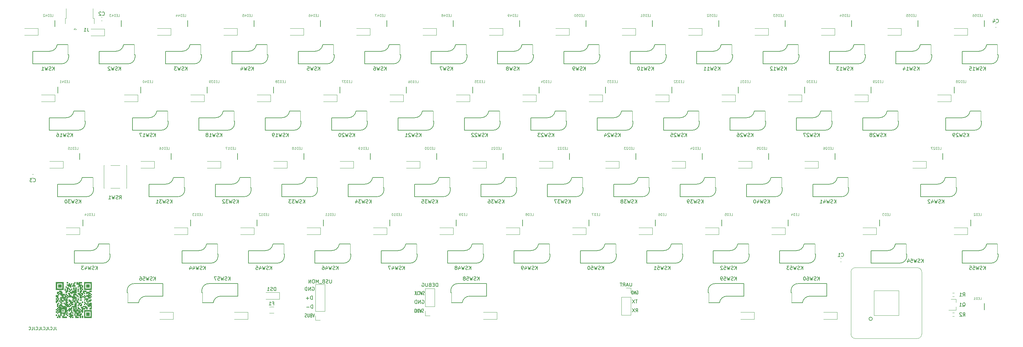
<source format=gbr>
%TF.GenerationSoftware,KiCad,Pcbnew,(5.1.9)-1*%
%TF.CreationDate,2021-11-21T10:50:56+09:00*%
%TF.ProjectId,main3,6d61696e-332e-46b6-9963-61645f706362,2*%
%TF.SameCoordinates,Original*%
%TF.FileFunction,Legend,Bot*%
%TF.FilePolarity,Positive*%
%FSLAX46Y46*%
G04 Gerber Fmt 4.6, Leading zero omitted, Abs format (unit mm)*
G04 Created by KiCad (PCBNEW (5.1.9)-1) date 2021-11-21 10:50:56*
%MOMM*%
%LPD*%
G01*
G04 APERTURE LIST*
%ADD10C,0.150000*%
%ADD11C,0.010000*%
%ADD12C,0.120000*%
%ADD13C,0.100000*%
G04 APERTURE END LIST*
D10*
X248261904Y-183420380D02*
X247690476Y-183420380D01*
X247976190Y-184420380D02*
X247976190Y-183420380D01*
X247452380Y-183420380D02*
X246785714Y-184420380D01*
X246785714Y-183420380D02*
X247452380Y-184420380D01*
X247766666Y-186960380D02*
X248100000Y-186484190D01*
X248338095Y-186960380D02*
X248338095Y-185960380D01*
X247957142Y-185960380D01*
X247861904Y-186008000D01*
X247814285Y-186055619D01*
X247766666Y-186150857D01*
X247766666Y-186293714D01*
X247814285Y-186388952D01*
X247861904Y-186436571D01*
X247957142Y-186484190D01*
X248338095Y-186484190D01*
X247433333Y-185960380D02*
X246766666Y-186960380D01*
X246766666Y-185960380D02*
X247433333Y-186960380D01*
X248033333Y-180930000D02*
X248100000Y-180882380D01*
X248200000Y-180882380D01*
X248300000Y-180930000D01*
X248366666Y-181025238D01*
X248400000Y-181120476D01*
X248433333Y-181310952D01*
X248433333Y-181453809D01*
X248400000Y-181644285D01*
X248366666Y-181739523D01*
X248300000Y-181834761D01*
X248200000Y-181882380D01*
X248133333Y-181882380D01*
X248033333Y-181834761D01*
X248000000Y-181787142D01*
X248000000Y-181453809D01*
X248133333Y-181453809D01*
X247700000Y-181882380D02*
X247700000Y-180882380D01*
X247300000Y-181882380D01*
X247300000Y-180882380D01*
X246966666Y-181882380D02*
X246966666Y-180882380D01*
X246800000Y-180882380D01*
X246700000Y-180930000D01*
X246633333Y-181025238D01*
X246600000Y-181120476D01*
X246566666Y-181310952D01*
X246566666Y-181453809D01*
X246600000Y-181644285D01*
X246633333Y-181739523D01*
X246700000Y-181834761D01*
X246800000Y-181882380D01*
X246966666Y-181882380D01*
X186887428Y-187068761D02*
X186801714Y-187116380D01*
X186658857Y-187116380D01*
X186601714Y-187068761D01*
X186573142Y-187021142D01*
X186544571Y-186925904D01*
X186544571Y-186830666D01*
X186573142Y-186735428D01*
X186601714Y-186687809D01*
X186658857Y-186640190D01*
X186773142Y-186592571D01*
X186830285Y-186544952D01*
X186858857Y-186497333D01*
X186887428Y-186402095D01*
X186887428Y-186306857D01*
X186858857Y-186211619D01*
X186830285Y-186164000D01*
X186773142Y-186116380D01*
X186630285Y-186116380D01*
X186544571Y-186164000D01*
X186344571Y-186116380D02*
X186201714Y-187116380D01*
X186087428Y-186402095D01*
X185973142Y-187116380D01*
X185830285Y-186116380D01*
X185601714Y-187116380D02*
X185601714Y-186116380D01*
X185458857Y-186116380D01*
X185373142Y-186164000D01*
X185316000Y-186259238D01*
X185287428Y-186354476D01*
X185258857Y-186544952D01*
X185258857Y-186687809D01*
X185287428Y-186878285D01*
X185316000Y-186973523D01*
X185373142Y-187068761D01*
X185458857Y-187116380D01*
X185601714Y-187116380D01*
X185001714Y-187116380D02*
X185001714Y-186116380D01*
X184601714Y-186116380D02*
X184487428Y-186116380D01*
X184430285Y-186164000D01*
X184373142Y-186259238D01*
X184344571Y-186449714D01*
X184344571Y-186783047D01*
X184373142Y-186973523D01*
X184430285Y-187068761D01*
X184487428Y-187116380D01*
X184601714Y-187116380D01*
X184658857Y-187068761D01*
X184716000Y-186973523D01*
X184744571Y-186783047D01*
X184744571Y-186449714D01*
X184716000Y-186259238D01*
X184658857Y-186164000D01*
X184601714Y-186116380D01*
X187073142Y-181988761D02*
X186987428Y-182036380D01*
X186844571Y-182036380D01*
X186787428Y-181988761D01*
X186758857Y-181941142D01*
X186730285Y-181845904D01*
X186730285Y-181750666D01*
X186758857Y-181655428D01*
X186787428Y-181607809D01*
X186844571Y-181560190D01*
X186958857Y-181512571D01*
X187016000Y-181464952D01*
X187044571Y-181417333D01*
X187073142Y-181322095D01*
X187073142Y-181226857D01*
X187044571Y-181131619D01*
X187016000Y-181084000D01*
X186958857Y-181036380D01*
X186816000Y-181036380D01*
X186730285Y-181084000D01*
X186530285Y-181036380D02*
X186387428Y-182036380D01*
X186273142Y-181322095D01*
X186158857Y-182036380D01*
X186016000Y-181036380D01*
X185444571Y-181941142D02*
X185473142Y-181988761D01*
X185558857Y-182036380D01*
X185616000Y-182036380D01*
X185701714Y-181988761D01*
X185758857Y-181893523D01*
X185787428Y-181798285D01*
X185816000Y-181607809D01*
X185816000Y-181464952D01*
X185787428Y-181274476D01*
X185758857Y-181179238D01*
X185701714Y-181084000D01*
X185616000Y-181036380D01*
X185558857Y-181036380D01*
X185473142Y-181084000D01*
X185444571Y-181131619D01*
X184901714Y-182036380D02*
X185187428Y-182036380D01*
X185187428Y-181036380D01*
X184701714Y-182036380D02*
X184701714Y-181036380D01*
X184358857Y-182036380D02*
X184616000Y-181464952D01*
X184358857Y-181036380D02*
X184701714Y-181607809D01*
X186477904Y-183624000D02*
X186573142Y-183576380D01*
X186716000Y-183576380D01*
X186858857Y-183624000D01*
X186954095Y-183719238D01*
X187001714Y-183814476D01*
X187049333Y-184004952D01*
X187049333Y-184147809D01*
X187001714Y-184338285D01*
X186954095Y-184433523D01*
X186858857Y-184528761D01*
X186716000Y-184576380D01*
X186620761Y-184576380D01*
X186477904Y-184528761D01*
X186430285Y-184481142D01*
X186430285Y-184147809D01*
X186620761Y-184147809D01*
X186001714Y-184576380D02*
X186001714Y-183576380D01*
X185430285Y-184576380D01*
X185430285Y-183576380D01*
X184954095Y-184576380D02*
X184954095Y-183576380D01*
X184716000Y-183576380D01*
X184573142Y-183624000D01*
X184477904Y-183719238D01*
X184430285Y-183814476D01*
X184382666Y-184004952D01*
X184382666Y-184147809D01*
X184430285Y-184338285D01*
X184477904Y-184433523D01*
X184573142Y-184528761D01*
X184716000Y-184576380D01*
X184954095Y-184576380D01*
X154958904Y-179880000D02*
X155054142Y-179832380D01*
X155197000Y-179832380D01*
X155339857Y-179880000D01*
X155435095Y-179975238D01*
X155482714Y-180070476D01*
X155530333Y-180260952D01*
X155530333Y-180403809D01*
X155482714Y-180594285D01*
X155435095Y-180689523D01*
X155339857Y-180784761D01*
X155197000Y-180832380D01*
X155101761Y-180832380D01*
X154958904Y-180784761D01*
X154911285Y-180737142D01*
X154911285Y-180403809D01*
X155101761Y-180403809D01*
X154482714Y-180832380D02*
X154482714Y-179832380D01*
X153911285Y-180832380D01*
X153911285Y-179832380D01*
X153435095Y-180832380D02*
X153435095Y-179832380D01*
X153197000Y-179832380D01*
X153054142Y-179880000D01*
X152958904Y-179975238D01*
X152911285Y-180070476D01*
X152863666Y-180260952D01*
X152863666Y-180403809D01*
X152911285Y-180594285D01*
X152958904Y-180689523D01*
X153054142Y-180784761D01*
X153197000Y-180832380D01*
X153435095Y-180832380D01*
X154969952Y-183372380D02*
X154969952Y-182372380D01*
X154731857Y-182372380D01*
X154589000Y-182420000D01*
X154493761Y-182515238D01*
X154446142Y-182610476D01*
X154398523Y-182800952D01*
X154398523Y-182943809D01*
X154446142Y-183134285D01*
X154493761Y-183229523D01*
X154589000Y-183324761D01*
X154731857Y-183372380D01*
X154969952Y-183372380D01*
X153969952Y-182991428D02*
X153208047Y-182991428D01*
X153589000Y-183372380D02*
X153589000Y-182610476D01*
X155096952Y-185912380D02*
X155096952Y-184912380D01*
X154858857Y-184912380D01*
X154716000Y-184960000D01*
X154620761Y-185055238D01*
X154573142Y-185150476D01*
X154525523Y-185340952D01*
X154525523Y-185483809D01*
X154573142Y-185674285D01*
X154620761Y-185769523D01*
X154716000Y-185864761D01*
X154858857Y-185912380D01*
X155096952Y-185912380D01*
X154096952Y-185531428D02*
X153335047Y-185531428D01*
X155575000Y-187452380D02*
X155325000Y-188452380D01*
X155075000Y-187452380D01*
X154575000Y-187928571D02*
X154467857Y-187976190D01*
X154432142Y-188023809D01*
X154396428Y-188119047D01*
X154396428Y-188261904D01*
X154432142Y-188357142D01*
X154467857Y-188404761D01*
X154539285Y-188452380D01*
X154825000Y-188452380D01*
X154825000Y-187452380D01*
X154575000Y-187452380D01*
X154503571Y-187500000D01*
X154467857Y-187547619D01*
X154432142Y-187642857D01*
X154432142Y-187738095D01*
X154467857Y-187833333D01*
X154503571Y-187880952D01*
X154575000Y-187928571D01*
X154825000Y-187928571D01*
X154075000Y-187452380D02*
X154075000Y-188261904D01*
X154039285Y-188357142D01*
X154003571Y-188404761D01*
X153932142Y-188452380D01*
X153789285Y-188452380D01*
X153717857Y-188404761D01*
X153682142Y-188357142D01*
X153646428Y-188261904D01*
X153646428Y-187452380D01*
X153325000Y-188404761D02*
X153217857Y-188452380D01*
X153039285Y-188452380D01*
X152967857Y-188404761D01*
X152932142Y-188357142D01*
X152896428Y-188261904D01*
X152896428Y-188166666D01*
X152932142Y-188071428D01*
X152967857Y-188023809D01*
X153039285Y-187976190D01*
X153182142Y-187928571D01*
X153253571Y-187880952D01*
X153289285Y-187833333D01*
X153325000Y-187738095D01*
X153325000Y-187642857D01*
X153289285Y-187547619D01*
X153253571Y-187500000D01*
X153182142Y-187452380D01*
X153003571Y-187452380D01*
X152896428Y-187500000D01*
X81320238Y-191246744D02*
X81320238Y-191818173D01*
X81358333Y-191932459D01*
X81434523Y-192008649D01*
X81548809Y-192046744D01*
X81625000Y-192046744D01*
X80558333Y-192046744D02*
X80939285Y-192046744D01*
X80939285Y-191246744D01*
X79834523Y-191970554D02*
X79872619Y-192008649D01*
X79986904Y-192046744D01*
X80063095Y-192046744D01*
X80177380Y-192008649D01*
X80253571Y-191932459D01*
X80291666Y-191856268D01*
X80329761Y-191703887D01*
X80329761Y-191589601D01*
X80291666Y-191437220D01*
X80253571Y-191361030D01*
X80177380Y-191284840D01*
X80063095Y-191246744D01*
X79986904Y-191246744D01*
X79872619Y-191284840D01*
X79834523Y-191322935D01*
X79263095Y-191246744D02*
X79263095Y-191818173D01*
X79301190Y-191932459D01*
X79377380Y-192008649D01*
X79491666Y-192046744D01*
X79567857Y-192046744D01*
X78501190Y-192046744D02*
X78882142Y-192046744D01*
X78882142Y-191246744D01*
X77777380Y-191970554D02*
X77815476Y-192008649D01*
X77929761Y-192046744D01*
X78005952Y-192046744D01*
X78120238Y-192008649D01*
X78196428Y-191932459D01*
X78234523Y-191856268D01*
X78272619Y-191703887D01*
X78272619Y-191589601D01*
X78234523Y-191437220D01*
X78196428Y-191361030D01*
X78120238Y-191284840D01*
X78005952Y-191246744D01*
X77929761Y-191246744D01*
X77815476Y-191284840D01*
X77777380Y-191322935D01*
X77205952Y-191246744D02*
X77205952Y-191818173D01*
X77244047Y-191932459D01*
X77320238Y-192008649D01*
X77434523Y-192046744D01*
X77510714Y-192046744D01*
X76444047Y-192046744D02*
X76825000Y-192046744D01*
X76825000Y-191246744D01*
X75720238Y-191970554D02*
X75758333Y-192008649D01*
X75872619Y-192046744D01*
X75948809Y-192046744D01*
X76063095Y-192008649D01*
X76139285Y-191932459D01*
X76177380Y-191856268D01*
X76215476Y-191703887D01*
X76215476Y-191589601D01*
X76177380Y-191437220D01*
X76139285Y-191361030D01*
X76063095Y-191284840D01*
X75948809Y-191246744D01*
X75872619Y-191246744D01*
X75758333Y-191284840D01*
X75720238Y-191322935D01*
X75148809Y-191246744D02*
X75148809Y-191818173D01*
X75186904Y-191932459D01*
X75263095Y-192008649D01*
X75377380Y-192046744D01*
X75453571Y-192046744D01*
X74386904Y-192046744D02*
X74767857Y-192046744D01*
X74767857Y-191246744D01*
X73663095Y-191970554D02*
X73701190Y-192008649D01*
X73815476Y-192046744D01*
X73891666Y-192046744D01*
X74005952Y-192008649D01*
X74082142Y-191932459D01*
X74120238Y-191856268D01*
X74158333Y-191703887D01*
X74158333Y-191589601D01*
X74120238Y-191437220D01*
X74082142Y-191361030D01*
X74005952Y-191284840D01*
X73891666Y-191246744D01*
X73815476Y-191246744D01*
X73701190Y-191284840D01*
X73663095Y-191322935D01*
D11*
%TO.C,G1*%
G36*
X89442683Y-188610975D02*
G01*
X91610976Y-188610975D01*
X91610976Y-186752439D01*
X91301220Y-186752439D01*
X91301220Y-188301219D01*
X89752440Y-188301219D01*
X89752440Y-186752439D01*
X91301220Y-186752439D01*
X91610976Y-186752439D01*
X91610976Y-186442682D01*
X89442683Y-186442682D01*
X89442683Y-188610975D01*
G37*
X89442683Y-188610975D02*
X91610976Y-188610975D01*
X91610976Y-186752439D01*
X91301220Y-186752439D01*
X91301220Y-188301219D01*
X89752440Y-188301219D01*
X89752440Y-186752439D01*
X91301220Y-186752439D01*
X91610976Y-186752439D01*
X91610976Y-186442682D01*
X89442683Y-186442682D01*
X89442683Y-188610975D01*
G36*
X88823171Y-188610975D02*
G01*
X89132927Y-188610975D01*
X89132927Y-187991463D01*
X88823171Y-187991463D01*
X88823171Y-188610975D01*
G37*
X88823171Y-188610975D02*
X89132927Y-188610975D01*
X89132927Y-187991463D01*
X88823171Y-187991463D01*
X88823171Y-188610975D01*
G36*
X81698781Y-188610975D02*
G01*
X82008537Y-188610975D01*
X82008537Y-188301219D01*
X81698781Y-188301219D01*
X81698781Y-188610975D01*
G37*
X81698781Y-188610975D02*
X82008537Y-188610975D01*
X82008537Y-188301219D01*
X81698781Y-188301219D01*
X81698781Y-188610975D01*
G36*
X82008537Y-188301219D02*
G01*
X82318293Y-188301219D01*
X82318293Y-188610975D01*
X82628049Y-188610975D01*
X82628049Y-187991463D01*
X82318293Y-187991463D01*
X82318293Y-187681707D01*
X82008537Y-187681707D01*
X82008537Y-188301219D01*
G37*
X82008537Y-188301219D02*
X82318293Y-188301219D01*
X82318293Y-188610975D01*
X82628049Y-188610975D01*
X82628049Y-187991463D01*
X82318293Y-187991463D01*
X82318293Y-187681707D01*
X82008537Y-187681707D01*
X82008537Y-188301219D01*
G36*
X83247561Y-188610975D02*
G01*
X84486586Y-188610975D01*
X84486586Y-188301219D01*
X83557318Y-188301219D01*
X83557318Y-187991463D01*
X83247561Y-187991463D01*
X83247561Y-188610975D01*
G37*
X83247561Y-188610975D02*
X84486586Y-188610975D01*
X84486586Y-188301219D01*
X83557318Y-188301219D01*
X83557318Y-187991463D01*
X83247561Y-187991463D01*
X83247561Y-188610975D01*
G36*
X86035366Y-187991463D02*
G01*
X86345122Y-187991463D01*
X86345122Y-187681707D01*
X85725610Y-187681707D01*
X85725610Y-187062195D01*
X85415854Y-187062195D01*
X85415854Y-187371951D01*
X85106098Y-187371951D01*
X85106098Y-187681707D01*
X85415854Y-187681707D01*
X85415854Y-187991463D01*
X85106098Y-187991463D01*
X85106098Y-188301219D01*
X85415854Y-188301219D01*
X85415854Y-188610975D01*
X85725610Y-188610975D01*
X85725610Y-188301219D01*
X86035366Y-188301219D01*
X86035366Y-187991463D01*
G37*
X86035366Y-187991463D02*
X86345122Y-187991463D01*
X86345122Y-187681707D01*
X85725610Y-187681707D01*
X85725610Y-187062195D01*
X85415854Y-187062195D01*
X85415854Y-187371951D01*
X85106098Y-187371951D01*
X85106098Y-187681707D01*
X85415854Y-187681707D01*
X85415854Y-187991463D01*
X85106098Y-187991463D01*
X85106098Y-188301219D01*
X85415854Y-188301219D01*
X85415854Y-188610975D01*
X85725610Y-188610975D01*
X85725610Y-188301219D01*
X86035366Y-188301219D01*
X86035366Y-187991463D01*
G36*
X86964635Y-188610975D02*
G01*
X87893903Y-188610975D01*
X87893903Y-188301219D01*
X87274391Y-188301219D01*
X87274391Y-187991463D01*
X86964635Y-187991463D01*
X86964635Y-188610975D01*
G37*
X86964635Y-188610975D02*
X87893903Y-188610975D01*
X87893903Y-188301219D01*
X87274391Y-188301219D01*
X87274391Y-187991463D01*
X86964635Y-187991463D01*
X86964635Y-188610975D01*
G36*
X84486586Y-187991463D02*
G01*
X84796342Y-187991463D01*
X84796342Y-187681707D01*
X84486586Y-187681707D01*
X84486586Y-187991463D01*
G37*
X84486586Y-187991463D02*
X84796342Y-187991463D01*
X84796342Y-187681707D01*
X84486586Y-187681707D01*
X84486586Y-187991463D01*
G36*
X86654879Y-187991463D02*
G01*
X86964635Y-187991463D01*
X86964635Y-187371951D01*
X86654879Y-187371951D01*
X86654879Y-187991463D01*
G37*
X86654879Y-187991463D02*
X86964635Y-187991463D01*
X86964635Y-187371951D01*
X86654879Y-187371951D01*
X86654879Y-187991463D01*
G36*
X81698781Y-187371951D02*
G01*
X82008537Y-187371951D01*
X82008537Y-187062195D01*
X81698781Y-187062195D01*
X81698781Y-187371951D01*
G37*
X81698781Y-187371951D02*
X82008537Y-187371951D01*
X82008537Y-187062195D01*
X81698781Y-187062195D01*
X81698781Y-187371951D01*
G36*
X86035366Y-187371951D02*
G01*
X86345122Y-187371951D01*
X86345122Y-187062195D01*
X86035366Y-187062195D01*
X86035366Y-187371951D01*
G37*
X86035366Y-187371951D02*
X86345122Y-187371951D01*
X86345122Y-187062195D01*
X86035366Y-187062195D01*
X86035366Y-187371951D01*
G36*
X85725610Y-186132926D02*
G01*
X86035366Y-186132926D01*
X86035366Y-185513414D01*
X85725610Y-185513414D01*
X85725610Y-185823170D01*
X85106098Y-185823170D01*
X85106098Y-186132926D01*
X84796342Y-186132926D01*
X84796342Y-186442682D01*
X85106098Y-186442682D01*
X85106098Y-186752439D01*
X85415854Y-186752439D01*
X85415854Y-186442682D01*
X85725610Y-186442682D01*
X85725610Y-186132926D01*
G37*
X85725610Y-186132926D02*
X86035366Y-186132926D01*
X86035366Y-185513414D01*
X85725610Y-185513414D01*
X85725610Y-185823170D01*
X85106098Y-185823170D01*
X85106098Y-186132926D01*
X84796342Y-186132926D01*
X84796342Y-186442682D01*
X85106098Y-186442682D01*
X85106098Y-186752439D01*
X85415854Y-186752439D01*
X85415854Y-186442682D01*
X85725610Y-186442682D01*
X85725610Y-186132926D01*
G36*
X81389025Y-187062195D02*
G01*
X81698781Y-187062195D01*
X81698781Y-186752439D01*
X81389025Y-186752439D01*
X81389025Y-187062195D01*
G37*
X81389025Y-187062195D02*
X81698781Y-187062195D01*
X81698781Y-186752439D01*
X81389025Y-186752439D01*
X81389025Y-187062195D01*
G36*
X81389025Y-186442682D02*
G01*
X81698781Y-186442682D01*
X81698781Y-186132926D01*
X81389025Y-186132926D01*
X81389025Y-186442682D01*
G37*
X81389025Y-186442682D02*
X81698781Y-186442682D01*
X81698781Y-186132926D01*
X81389025Y-186132926D01*
X81389025Y-186442682D01*
G36*
X81698781Y-186132926D02*
G01*
X82008537Y-186132926D01*
X82008537Y-185823170D01*
X81698781Y-185823170D01*
X81698781Y-186132926D01*
G37*
X81698781Y-186132926D02*
X82008537Y-186132926D01*
X82008537Y-185823170D01*
X81698781Y-185823170D01*
X81698781Y-186132926D01*
G36*
X81698781Y-185513414D02*
G01*
X82008537Y-185513414D01*
X82008537Y-184584146D01*
X81698781Y-184584146D01*
X81698781Y-185513414D01*
G37*
X81698781Y-185513414D02*
X82008537Y-185513414D01*
X82008537Y-184584146D01*
X81698781Y-184584146D01*
X81698781Y-185513414D01*
G36*
X87893903Y-184893902D02*
G01*
X88203659Y-184893902D01*
X88203659Y-185203658D01*
X88823171Y-185203658D01*
X88823171Y-184584146D01*
X88513415Y-184584146D01*
X88513415Y-184893902D01*
X88203659Y-184893902D01*
X88203659Y-184584146D01*
X88513415Y-184584146D01*
X88513415Y-184274390D01*
X87893903Y-184274390D01*
X87893903Y-184893902D01*
G37*
X87893903Y-184893902D02*
X88203659Y-184893902D01*
X88203659Y-185203658D01*
X88823171Y-185203658D01*
X88823171Y-184584146D01*
X88513415Y-184584146D01*
X88513415Y-184893902D01*
X88203659Y-184893902D01*
X88203659Y-184584146D01*
X88513415Y-184584146D01*
X88513415Y-184274390D01*
X87893903Y-184274390D01*
X87893903Y-184893902D01*
G36*
X87584147Y-185203658D02*
G01*
X87893903Y-185203658D01*
X87893903Y-184893902D01*
X87584147Y-184893902D01*
X87584147Y-185203658D01*
G37*
X87584147Y-185203658D02*
X87893903Y-185203658D01*
X87893903Y-184893902D01*
X87584147Y-184893902D01*
X87584147Y-185203658D01*
G36*
X82008537Y-184584146D02*
G01*
X82318293Y-184584146D01*
X82318293Y-184274390D01*
X82008537Y-184274390D01*
X82008537Y-184584146D01*
G37*
X82008537Y-184584146D02*
X82318293Y-184584146D01*
X82318293Y-184274390D01*
X82008537Y-184274390D01*
X82008537Y-184584146D01*
G36*
X87274391Y-184274390D02*
G01*
X87893903Y-184274390D01*
X87893903Y-183964634D01*
X87584147Y-183964634D01*
X87584147Y-183654878D01*
X87274391Y-183654878D01*
X87274391Y-184274390D01*
G37*
X87274391Y-184274390D02*
X87893903Y-184274390D01*
X87893903Y-183964634D01*
X87584147Y-183964634D01*
X87584147Y-183654878D01*
X87274391Y-183654878D01*
X87274391Y-184274390D01*
G36*
X82318293Y-183964634D02*
G01*
X82628049Y-183964634D01*
X82628049Y-183654878D01*
X82318293Y-183654878D01*
X82318293Y-183964634D01*
G37*
X82318293Y-183964634D02*
X82628049Y-183964634D01*
X82628049Y-183654878D01*
X82318293Y-183654878D01*
X82318293Y-183964634D01*
G36*
X87584147Y-183654878D02*
G01*
X87893903Y-183654878D01*
X87893903Y-183035365D01*
X87584147Y-183035365D01*
X87584147Y-183654878D01*
G37*
X87584147Y-183654878D02*
X87893903Y-183654878D01*
X87893903Y-183035365D01*
X87584147Y-183035365D01*
X87584147Y-183654878D01*
G36*
X87584147Y-182725609D02*
G01*
X87893903Y-182725609D01*
X87893903Y-182415853D01*
X87584147Y-182415853D01*
X87584147Y-182725609D01*
G37*
X87584147Y-182725609D02*
X87893903Y-182725609D01*
X87893903Y-182415853D01*
X87584147Y-182415853D01*
X87584147Y-182725609D01*
G36*
X85106098Y-179937804D02*
G01*
X84486586Y-179937804D01*
X84486586Y-180867073D01*
X84176830Y-180867073D01*
X84176830Y-181486585D01*
X84486586Y-181486585D01*
X84486586Y-181176829D01*
X84796342Y-181176829D01*
X84796342Y-180247560D01*
X85106098Y-180247560D01*
X85106098Y-179937804D01*
G37*
X85106098Y-179937804D02*
X84486586Y-179937804D01*
X84486586Y-180867073D01*
X84176830Y-180867073D01*
X84176830Y-181486585D01*
X84486586Y-181486585D01*
X84486586Y-181176829D01*
X84796342Y-181176829D01*
X84796342Y-180247560D01*
X85106098Y-180247560D01*
X85106098Y-179937804D01*
G36*
X85106098Y-181176829D02*
G01*
X85415854Y-181176829D01*
X85415854Y-180867073D01*
X85106098Y-180867073D01*
X85106098Y-181176829D01*
G37*
X85106098Y-181176829D02*
X85415854Y-181176829D01*
X85415854Y-180867073D01*
X85106098Y-180867073D01*
X85106098Y-181176829D01*
G36*
X85415854Y-180867073D02*
G01*
X85725610Y-180867073D01*
X85725610Y-180557317D01*
X85415854Y-180557317D01*
X85415854Y-180867073D01*
G37*
X85415854Y-180867073D02*
X85725610Y-180867073D01*
X85725610Y-180557317D01*
X85415854Y-180557317D01*
X85415854Y-180867073D01*
G36*
X83867074Y-180867073D02*
G01*
X84176830Y-180867073D01*
X84176830Y-180247560D01*
X83867074Y-180247560D01*
X83867074Y-180867073D01*
G37*
X83867074Y-180867073D02*
X84176830Y-180867073D01*
X84176830Y-180247560D01*
X83867074Y-180247560D01*
X83867074Y-180867073D01*
G36*
X86345122Y-180557317D02*
G01*
X86654879Y-180557317D01*
X86654879Y-179937804D01*
X86345122Y-179937804D01*
X86345122Y-180557317D01*
G37*
X86345122Y-180557317D02*
X86654879Y-180557317D01*
X86654879Y-179937804D01*
X86345122Y-179937804D01*
X86345122Y-180557317D01*
G36*
X85725610Y-180557317D02*
G01*
X86035366Y-180557317D01*
X86035366Y-180247560D01*
X85725610Y-180247560D01*
X85725610Y-180557317D01*
G37*
X85725610Y-180557317D02*
X86035366Y-180557317D01*
X86035366Y-180247560D01*
X85725610Y-180247560D01*
X85725610Y-180557317D01*
G36*
X84176830Y-179937804D02*
G01*
X84486586Y-179937804D01*
X84486586Y-179628048D01*
X84176830Y-179628048D01*
X84176830Y-179937804D01*
G37*
X84176830Y-179937804D02*
X84486586Y-179937804D01*
X84486586Y-179628048D01*
X84176830Y-179628048D01*
X84176830Y-179937804D01*
G36*
X86035366Y-188610975D02*
G01*
X86345122Y-188610975D01*
X86345122Y-188301219D01*
X86035366Y-188301219D01*
X86035366Y-188610975D01*
G37*
X86035366Y-188610975D02*
X86345122Y-188610975D01*
X86345122Y-188301219D01*
X86035366Y-188301219D01*
X86035366Y-188610975D01*
G36*
X88513415Y-185513414D02*
G01*
X88513415Y-185823170D01*
X88823171Y-185823170D01*
X88823171Y-186442682D01*
X88513415Y-186442682D01*
X88513415Y-186752439D01*
X88203659Y-186752439D01*
X87893903Y-186752439D01*
X87893903Y-187062195D01*
X87274391Y-187062195D01*
X87274391Y-186752439D01*
X87893903Y-186752439D01*
X88203659Y-186752439D01*
X88203659Y-186442682D01*
X88513415Y-186442682D01*
X88513415Y-186132926D01*
X88203659Y-186132926D01*
X88203659Y-186442682D01*
X87584147Y-186442682D01*
X87584147Y-186132926D01*
X88203659Y-186132926D01*
X88203659Y-185823170D01*
X87893903Y-185823170D01*
X87893903Y-185513414D01*
X87584147Y-185513414D01*
X87584147Y-186132926D01*
X87274391Y-186132926D01*
X87274391Y-186442682D01*
X86964635Y-186442682D01*
X86964635Y-186132926D01*
X87274391Y-186132926D01*
X87274391Y-185513414D01*
X86964635Y-185513414D01*
X86964635Y-186132926D01*
X86654879Y-186132926D01*
X86654879Y-185513414D01*
X86964635Y-185513414D01*
X87274391Y-185513414D01*
X87274391Y-184274390D01*
X86964635Y-184274390D01*
X86964635Y-184584146D01*
X86654879Y-184584146D01*
X86654879Y-185203658D01*
X86035366Y-185203658D01*
X86035366Y-185513414D01*
X86345122Y-185513414D01*
X86345122Y-186752439D01*
X86654879Y-186752439D01*
X86654879Y-187062195D01*
X86964635Y-187062195D01*
X86964635Y-187371951D01*
X87274391Y-187371951D01*
X87274391Y-187991463D01*
X88203659Y-187991463D01*
X88203659Y-188610975D01*
X88513415Y-188610975D01*
X88513415Y-187681707D01*
X88823171Y-187681707D01*
X88823171Y-187371951D01*
X88203659Y-187371951D01*
X88203659Y-187681707D01*
X87893903Y-187681707D01*
X87893903Y-187371951D01*
X88203659Y-187371951D01*
X88203659Y-187062195D01*
X88513415Y-187062195D01*
X88513415Y-186752439D01*
X88823171Y-186752439D01*
X88823171Y-187062195D01*
X89132927Y-187062195D01*
X89132927Y-186132926D01*
X89752440Y-186132926D01*
X89752440Y-185823170D01*
X90062196Y-185823170D01*
X90062196Y-186132926D01*
X90371952Y-186132926D01*
X90371952Y-185513414D01*
X90062196Y-185513414D01*
X89752440Y-185513414D01*
X89752440Y-185823170D01*
X89132927Y-185823170D01*
X89132927Y-185513414D01*
X89752440Y-185513414D01*
X90062196Y-185513414D01*
X90062196Y-185203658D01*
X89132927Y-185203658D01*
X89132927Y-185513414D01*
X88513415Y-185513414D01*
G37*
X88513415Y-185513414D02*
X88513415Y-185823170D01*
X88823171Y-185823170D01*
X88823171Y-186442682D01*
X88513415Y-186442682D01*
X88513415Y-186752439D01*
X88203659Y-186752439D01*
X87893903Y-186752439D01*
X87893903Y-187062195D01*
X87274391Y-187062195D01*
X87274391Y-186752439D01*
X87893903Y-186752439D01*
X88203659Y-186752439D01*
X88203659Y-186442682D01*
X88513415Y-186442682D01*
X88513415Y-186132926D01*
X88203659Y-186132926D01*
X88203659Y-186442682D01*
X87584147Y-186442682D01*
X87584147Y-186132926D01*
X88203659Y-186132926D01*
X88203659Y-185823170D01*
X87893903Y-185823170D01*
X87893903Y-185513414D01*
X87584147Y-185513414D01*
X87584147Y-186132926D01*
X87274391Y-186132926D01*
X87274391Y-186442682D01*
X86964635Y-186442682D01*
X86964635Y-186132926D01*
X87274391Y-186132926D01*
X87274391Y-185513414D01*
X86964635Y-185513414D01*
X86964635Y-186132926D01*
X86654879Y-186132926D01*
X86654879Y-185513414D01*
X86964635Y-185513414D01*
X87274391Y-185513414D01*
X87274391Y-184274390D01*
X86964635Y-184274390D01*
X86964635Y-184584146D01*
X86654879Y-184584146D01*
X86654879Y-185203658D01*
X86035366Y-185203658D01*
X86035366Y-185513414D01*
X86345122Y-185513414D01*
X86345122Y-186752439D01*
X86654879Y-186752439D01*
X86654879Y-187062195D01*
X86964635Y-187062195D01*
X86964635Y-187371951D01*
X87274391Y-187371951D01*
X87274391Y-187991463D01*
X88203659Y-187991463D01*
X88203659Y-188610975D01*
X88513415Y-188610975D01*
X88513415Y-187681707D01*
X88823171Y-187681707D01*
X88823171Y-187371951D01*
X88203659Y-187371951D01*
X88203659Y-187681707D01*
X87893903Y-187681707D01*
X87893903Y-187371951D01*
X88203659Y-187371951D01*
X88203659Y-187062195D01*
X88513415Y-187062195D01*
X88513415Y-186752439D01*
X88823171Y-186752439D01*
X88823171Y-187062195D01*
X89132927Y-187062195D01*
X89132927Y-186132926D01*
X89752440Y-186132926D01*
X89752440Y-185823170D01*
X90062196Y-185823170D01*
X90062196Y-186132926D01*
X90371952Y-186132926D01*
X90371952Y-185513414D01*
X90062196Y-185513414D01*
X89752440Y-185513414D01*
X89752440Y-185823170D01*
X89132927Y-185823170D01*
X89132927Y-185513414D01*
X89752440Y-185513414D01*
X90062196Y-185513414D01*
X90062196Y-185203658D01*
X89132927Y-185203658D01*
X89132927Y-185513414D01*
X88513415Y-185513414D01*
G36*
X82008537Y-186442682D02*
G01*
X81698781Y-186442682D01*
X81698781Y-186752439D01*
X82008537Y-186752439D01*
X82008537Y-186442682D01*
G37*
X82008537Y-186442682D02*
X81698781Y-186442682D01*
X81698781Y-186752439D01*
X82008537Y-186752439D01*
X82008537Y-186442682D01*
G36*
X85725610Y-187062195D02*
G01*
X86035366Y-187062195D01*
X86035366Y-186442682D01*
X85725610Y-186442682D01*
X85725610Y-187062195D01*
G37*
X85725610Y-187062195D02*
X86035366Y-187062195D01*
X86035366Y-186442682D01*
X85725610Y-186442682D01*
X85725610Y-187062195D01*
G36*
X81389025Y-183035365D02*
G01*
X81389025Y-183345121D01*
X81698781Y-183345121D01*
X81698781Y-183654878D01*
X81389025Y-183654878D01*
X81389025Y-184274390D01*
X81698781Y-184274390D01*
X81698781Y-183964634D01*
X82008537Y-183964634D01*
X82008537Y-183345121D01*
X82318293Y-183345121D01*
X82318293Y-183035365D01*
X82008537Y-183035365D01*
X82008537Y-183345121D01*
X81698781Y-183345121D01*
X81698781Y-183035365D01*
X82008537Y-183035365D01*
X82008537Y-182106097D01*
X81389025Y-182106097D01*
X81389025Y-182725609D01*
X81698781Y-182725609D01*
X81698781Y-183035365D01*
X81389025Y-183035365D01*
G37*
X81389025Y-183035365D02*
X81389025Y-183345121D01*
X81698781Y-183345121D01*
X81698781Y-183654878D01*
X81389025Y-183654878D01*
X81389025Y-184274390D01*
X81698781Y-184274390D01*
X81698781Y-183964634D01*
X82008537Y-183964634D01*
X82008537Y-183345121D01*
X82318293Y-183345121D01*
X82318293Y-183035365D01*
X82008537Y-183035365D01*
X82008537Y-183345121D01*
X81698781Y-183345121D01*
X81698781Y-183035365D01*
X82008537Y-183035365D01*
X82008537Y-182106097D01*
X81389025Y-182106097D01*
X81389025Y-182725609D01*
X81698781Y-182725609D01*
X81698781Y-183035365D01*
X81389025Y-183035365D01*
G36*
X87274391Y-182415853D02*
G01*
X87584147Y-182415853D01*
X87584147Y-182106097D01*
X87274391Y-182106097D01*
X87274391Y-182415853D01*
G37*
X87274391Y-182415853D02*
X87584147Y-182415853D01*
X87584147Y-182106097D01*
X87274391Y-182106097D01*
X87274391Y-182415853D01*
G36*
X85106098Y-180557317D02*
G01*
X85415854Y-180557317D01*
X85415854Y-180247560D01*
X85106098Y-180247560D01*
X85106098Y-180557317D01*
G37*
X85106098Y-180557317D02*
X85415854Y-180557317D01*
X85415854Y-180247560D01*
X85106098Y-180247560D01*
X85106098Y-180557317D01*
G36*
X82008537Y-187062195D02*
G01*
X82628049Y-187062195D01*
X82628049Y-187991463D01*
X82937805Y-187991463D01*
X82937805Y-187371951D01*
X83557318Y-187371951D01*
X83557318Y-187991463D01*
X83867074Y-187991463D01*
X83867074Y-187371951D01*
X84176830Y-187371951D01*
X84176830Y-187681707D01*
X84486586Y-187681707D01*
X84486586Y-187371951D01*
X84796342Y-187371951D01*
X84796342Y-187062195D01*
X84486586Y-187062195D01*
X84486586Y-187371951D01*
X84176830Y-187371951D01*
X84176830Y-187062195D01*
X84486586Y-187062195D01*
X84486586Y-186752439D01*
X84796342Y-186752439D01*
X84796342Y-186442682D01*
X84486586Y-186442682D01*
X84486586Y-186132926D01*
X83867074Y-186132926D01*
X83867074Y-187062195D01*
X82937805Y-187062195D01*
X82937805Y-186132926D01*
X83867074Y-186132926D01*
X84486586Y-186132926D01*
X84486586Y-185513414D01*
X85415854Y-185513414D01*
X85415854Y-185203658D01*
X85106098Y-185203658D01*
X84486586Y-185203658D01*
X84486586Y-185513414D01*
X84176830Y-185513414D01*
X83247561Y-185513414D01*
X83247561Y-185823170D01*
X82937805Y-185823170D01*
X82937805Y-185513414D01*
X83247561Y-185513414D01*
X84176830Y-185513414D01*
X84176830Y-185203658D01*
X84486586Y-185203658D01*
X85106098Y-185203658D01*
X85106098Y-184893902D01*
X84796342Y-184893902D01*
X84796342Y-184584146D01*
X84486586Y-184584146D01*
X84486586Y-184274390D01*
X84796342Y-184274390D01*
X84796342Y-183964634D01*
X84486586Y-183964634D01*
X84486586Y-183654878D01*
X84176830Y-183654878D01*
X84176830Y-184584146D01*
X83867074Y-184584146D01*
X83867074Y-184893902D01*
X84176830Y-184893902D01*
X84176830Y-185203658D01*
X83247561Y-185203658D01*
X82937805Y-185203658D01*
X82937805Y-185513414D01*
X82628049Y-185513414D01*
X82628049Y-185203658D01*
X82937805Y-185203658D01*
X83247561Y-185203658D01*
X83247561Y-184893902D01*
X82937805Y-184893902D01*
X82937805Y-184584146D01*
X83247561Y-184584146D01*
X83247561Y-184274390D01*
X82937805Y-184274390D01*
X82937805Y-183964634D01*
X83557318Y-183964634D01*
X83557318Y-183654878D01*
X84176830Y-183654878D01*
X84486586Y-183654878D01*
X84796342Y-183654878D01*
X84796342Y-183345121D01*
X84486586Y-183345121D01*
X84486586Y-183035365D01*
X84176830Y-183035365D01*
X84176830Y-183345121D01*
X83867074Y-183345121D01*
X83867074Y-183035365D01*
X83557318Y-183035365D01*
X83557318Y-183654878D01*
X83247561Y-183654878D01*
X83247561Y-183345121D01*
X82937805Y-183345121D01*
X82937805Y-183035365D01*
X83557318Y-183035365D01*
X83867074Y-183035365D01*
X84176830Y-183035365D01*
X84176830Y-182725609D01*
X84486586Y-182725609D01*
X84486586Y-182415853D01*
X84796342Y-182415853D01*
X84796342Y-182106097D01*
X84486586Y-182106097D01*
X84486586Y-182415853D01*
X84176830Y-182415853D01*
X84176830Y-182106097D01*
X84486586Y-182106097D01*
X84486586Y-181796341D01*
X84176830Y-181796341D01*
X84176830Y-182106097D01*
X83867074Y-182106097D01*
X83867074Y-182725609D01*
X83557318Y-182725609D01*
X83557318Y-182106097D01*
X83867074Y-182106097D01*
X83867074Y-181796341D01*
X83247561Y-181796341D01*
X83247561Y-181176829D01*
X82937805Y-181176829D01*
X82628049Y-181176829D01*
X82628049Y-181486585D01*
X82318293Y-181486585D01*
X82318293Y-181796341D01*
X82008537Y-181796341D01*
X82008537Y-181486585D01*
X82318293Y-181486585D01*
X82318293Y-181176829D01*
X82628049Y-181176829D01*
X82937805Y-181176829D01*
X82937805Y-180867073D01*
X82318293Y-180867073D01*
X82318293Y-181176829D01*
X81698781Y-181176829D01*
X81698781Y-181796341D01*
X82008537Y-181796341D01*
X82008537Y-182106097D01*
X82318293Y-182106097D01*
X82318293Y-181796341D01*
X82628049Y-181796341D01*
X82628049Y-182106097D01*
X82937805Y-182106097D01*
X82937805Y-182415853D01*
X83247561Y-182415853D01*
X83247561Y-182725609D01*
X82628049Y-182725609D01*
X82628049Y-183654878D01*
X82937805Y-183654878D01*
X82937805Y-183964634D01*
X82628049Y-183964634D01*
X82628049Y-184274390D01*
X82937805Y-184274390D01*
X82937805Y-184584146D01*
X82628049Y-184584146D01*
X82628049Y-184893902D01*
X82318293Y-184893902D01*
X82318293Y-185513414D01*
X82008537Y-185513414D01*
X82008537Y-185823170D01*
X82318293Y-185823170D01*
X82318293Y-186132926D01*
X82008537Y-186132926D01*
X82008537Y-186442682D01*
X82318293Y-186442682D01*
X82318293Y-186752439D01*
X82008537Y-186752439D01*
X82008537Y-187062195D01*
G37*
X82008537Y-187062195D02*
X82628049Y-187062195D01*
X82628049Y-187991463D01*
X82937805Y-187991463D01*
X82937805Y-187371951D01*
X83557318Y-187371951D01*
X83557318Y-187991463D01*
X83867074Y-187991463D01*
X83867074Y-187371951D01*
X84176830Y-187371951D01*
X84176830Y-187681707D01*
X84486586Y-187681707D01*
X84486586Y-187371951D01*
X84796342Y-187371951D01*
X84796342Y-187062195D01*
X84486586Y-187062195D01*
X84486586Y-187371951D01*
X84176830Y-187371951D01*
X84176830Y-187062195D01*
X84486586Y-187062195D01*
X84486586Y-186752439D01*
X84796342Y-186752439D01*
X84796342Y-186442682D01*
X84486586Y-186442682D01*
X84486586Y-186132926D01*
X83867074Y-186132926D01*
X83867074Y-187062195D01*
X82937805Y-187062195D01*
X82937805Y-186132926D01*
X83867074Y-186132926D01*
X84486586Y-186132926D01*
X84486586Y-185513414D01*
X85415854Y-185513414D01*
X85415854Y-185203658D01*
X85106098Y-185203658D01*
X84486586Y-185203658D01*
X84486586Y-185513414D01*
X84176830Y-185513414D01*
X83247561Y-185513414D01*
X83247561Y-185823170D01*
X82937805Y-185823170D01*
X82937805Y-185513414D01*
X83247561Y-185513414D01*
X84176830Y-185513414D01*
X84176830Y-185203658D01*
X84486586Y-185203658D01*
X85106098Y-185203658D01*
X85106098Y-184893902D01*
X84796342Y-184893902D01*
X84796342Y-184584146D01*
X84486586Y-184584146D01*
X84486586Y-184274390D01*
X84796342Y-184274390D01*
X84796342Y-183964634D01*
X84486586Y-183964634D01*
X84486586Y-183654878D01*
X84176830Y-183654878D01*
X84176830Y-184584146D01*
X83867074Y-184584146D01*
X83867074Y-184893902D01*
X84176830Y-184893902D01*
X84176830Y-185203658D01*
X83247561Y-185203658D01*
X82937805Y-185203658D01*
X82937805Y-185513414D01*
X82628049Y-185513414D01*
X82628049Y-185203658D01*
X82937805Y-185203658D01*
X83247561Y-185203658D01*
X83247561Y-184893902D01*
X82937805Y-184893902D01*
X82937805Y-184584146D01*
X83247561Y-184584146D01*
X83247561Y-184274390D01*
X82937805Y-184274390D01*
X82937805Y-183964634D01*
X83557318Y-183964634D01*
X83557318Y-183654878D01*
X84176830Y-183654878D01*
X84486586Y-183654878D01*
X84796342Y-183654878D01*
X84796342Y-183345121D01*
X84486586Y-183345121D01*
X84486586Y-183035365D01*
X84176830Y-183035365D01*
X84176830Y-183345121D01*
X83867074Y-183345121D01*
X83867074Y-183035365D01*
X83557318Y-183035365D01*
X83557318Y-183654878D01*
X83247561Y-183654878D01*
X83247561Y-183345121D01*
X82937805Y-183345121D01*
X82937805Y-183035365D01*
X83557318Y-183035365D01*
X83867074Y-183035365D01*
X84176830Y-183035365D01*
X84176830Y-182725609D01*
X84486586Y-182725609D01*
X84486586Y-182415853D01*
X84796342Y-182415853D01*
X84796342Y-182106097D01*
X84486586Y-182106097D01*
X84486586Y-182415853D01*
X84176830Y-182415853D01*
X84176830Y-182106097D01*
X84486586Y-182106097D01*
X84486586Y-181796341D01*
X84176830Y-181796341D01*
X84176830Y-182106097D01*
X83867074Y-182106097D01*
X83867074Y-182725609D01*
X83557318Y-182725609D01*
X83557318Y-182106097D01*
X83867074Y-182106097D01*
X83867074Y-181796341D01*
X83247561Y-181796341D01*
X83247561Y-181176829D01*
X82937805Y-181176829D01*
X82628049Y-181176829D01*
X82628049Y-181486585D01*
X82318293Y-181486585D01*
X82318293Y-181796341D01*
X82008537Y-181796341D01*
X82008537Y-181486585D01*
X82318293Y-181486585D01*
X82318293Y-181176829D01*
X82628049Y-181176829D01*
X82937805Y-181176829D01*
X82937805Y-180867073D01*
X82318293Y-180867073D01*
X82318293Y-181176829D01*
X81698781Y-181176829D01*
X81698781Y-181796341D01*
X82008537Y-181796341D01*
X82008537Y-182106097D01*
X82318293Y-182106097D01*
X82318293Y-181796341D01*
X82628049Y-181796341D01*
X82628049Y-182106097D01*
X82937805Y-182106097D01*
X82937805Y-182415853D01*
X83247561Y-182415853D01*
X83247561Y-182725609D01*
X82628049Y-182725609D01*
X82628049Y-183654878D01*
X82937805Y-183654878D01*
X82937805Y-183964634D01*
X82628049Y-183964634D01*
X82628049Y-184274390D01*
X82937805Y-184274390D01*
X82937805Y-184584146D01*
X82628049Y-184584146D01*
X82628049Y-184893902D01*
X82318293Y-184893902D01*
X82318293Y-185513414D01*
X82008537Y-185513414D01*
X82008537Y-185823170D01*
X82318293Y-185823170D01*
X82318293Y-186132926D01*
X82008537Y-186132926D01*
X82008537Y-186442682D01*
X82318293Y-186442682D01*
X82318293Y-186752439D01*
X82008537Y-186752439D01*
X82008537Y-187062195D01*
G36*
X87274391Y-181796341D02*
G01*
X86964635Y-181796341D01*
X86964635Y-181486585D01*
X86654879Y-181486585D01*
X86654879Y-181796341D01*
X86345122Y-181796341D01*
X86345122Y-182415853D01*
X85725610Y-182415853D01*
X85725610Y-182106097D01*
X85415854Y-182106097D01*
X85415854Y-181486585D01*
X85725610Y-181486585D01*
X85725610Y-181796341D01*
X86035366Y-181796341D01*
X86035366Y-181486585D01*
X86654879Y-181486585D01*
X86964635Y-181486585D01*
X87274391Y-181486585D01*
X87274391Y-179937804D01*
X86964635Y-179937804D01*
X86964635Y-180557317D01*
X86654879Y-180557317D01*
X86654879Y-180867073D01*
X86035366Y-180867073D01*
X86035366Y-181176829D01*
X85415854Y-181176829D01*
X85415854Y-181486585D01*
X84796342Y-181486585D01*
X84796342Y-181796341D01*
X85106098Y-181796341D01*
X85106098Y-182415853D01*
X84796342Y-182415853D01*
X84796342Y-182725609D01*
X86035366Y-182725609D01*
X86035366Y-183035365D01*
X86345122Y-183035365D01*
X86345122Y-183345121D01*
X86654879Y-183345121D01*
X86654879Y-183035365D01*
X86964635Y-183035365D01*
X86964635Y-183654878D01*
X87274391Y-183654878D01*
X87274391Y-182725609D01*
X86964635Y-182725609D01*
X86964635Y-182415853D01*
X86654879Y-182415853D01*
X86654879Y-182106097D01*
X87274391Y-182106097D01*
X87274391Y-181796341D01*
G37*
X87274391Y-181796341D02*
X86964635Y-181796341D01*
X86964635Y-181486585D01*
X86654879Y-181486585D01*
X86654879Y-181796341D01*
X86345122Y-181796341D01*
X86345122Y-182415853D01*
X85725610Y-182415853D01*
X85725610Y-182106097D01*
X85415854Y-182106097D01*
X85415854Y-181486585D01*
X85725610Y-181486585D01*
X85725610Y-181796341D01*
X86035366Y-181796341D01*
X86035366Y-181486585D01*
X86654879Y-181486585D01*
X86964635Y-181486585D01*
X87274391Y-181486585D01*
X87274391Y-179937804D01*
X86964635Y-179937804D01*
X86964635Y-180557317D01*
X86654879Y-180557317D01*
X86654879Y-180867073D01*
X86035366Y-180867073D01*
X86035366Y-181176829D01*
X85415854Y-181176829D01*
X85415854Y-181486585D01*
X84796342Y-181486585D01*
X84796342Y-181796341D01*
X85106098Y-181796341D01*
X85106098Y-182415853D01*
X84796342Y-182415853D01*
X84796342Y-182725609D01*
X86035366Y-182725609D01*
X86035366Y-183035365D01*
X86345122Y-183035365D01*
X86345122Y-183345121D01*
X86654879Y-183345121D01*
X86654879Y-183035365D01*
X86964635Y-183035365D01*
X86964635Y-183654878D01*
X87274391Y-183654878D01*
X87274391Y-182725609D01*
X86964635Y-182725609D01*
X86964635Y-182415853D01*
X86654879Y-182415853D01*
X86654879Y-182106097D01*
X87274391Y-182106097D01*
X87274391Y-181796341D01*
G36*
X81389025Y-187991463D02*
G01*
X81698781Y-187991463D01*
X81698781Y-187681707D01*
X81389025Y-187681707D01*
X81389025Y-187991463D01*
G37*
X81389025Y-187991463D02*
X81698781Y-187991463D01*
X81698781Y-187681707D01*
X81389025Y-187681707D01*
X81389025Y-187991463D01*
G36*
X89442683Y-184893902D02*
G01*
X89752440Y-184893902D01*
X89752440Y-184584146D01*
X89442683Y-184584146D01*
X89442683Y-184893902D01*
G37*
X89442683Y-184893902D02*
X89752440Y-184893902D01*
X89752440Y-184584146D01*
X89442683Y-184584146D01*
X89442683Y-184893902D01*
G36*
X89752440Y-184584146D02*
G01*
X90062196Y-184584146D01*
X90062196Y-184274390D01*
X89752440Y-184274390D01*
X89752440Y-184584146D01*
G37*
X89752440Y-184584146D02*
X90062196Y-184584146D01*
X90062196Y-184274390D01*
X89752440Y-184274390D01*
X89752440Y-184584146D01*
G36*
X89442683Y-184274390D02*
G01*
X89752440Y-184274390D01*
X89752440Y-183964634D01*
X89442683Y-183964634D01*
X89442683Y-184274390D01*
G37*
X89442683Y-184274390D02*
X89752440Y-184274390D01*
X89752440Y-183964634D01*
X89442683Y-183964634D01*
X89442683Y-184274390D01*
G36*
X90991464Y-183654878D02*
G01*
X90681708Y-183654878D01*
X90681708Y-183964634D01*
X91301220Y-183964634D01*
X91301220Y-183654878D01*
X91610976Y-183654878D01*
X91610976Y-183345121D01*
X90991464Y-183345121D01*
X90991464Y-183654878D01*
G37*
X90991464Y-183654878D02*
X90681708Y-183654878D01*
X90681708Y-183964634D01*
X91301220Y-183964634D01*
X91301220Y-183654878D01*
X91610976Y-183654878D01*
X91610976Y-183345121D01*
X90991464Y-183345121D01*
X90991464Y-183654878D01*
G36*
X89442683Y-183654878D02*
G01*
X89752440Y-183654878D01*
X89752440Y-183345121D01*
X89442683Y-183345121D01*
X89442683Y-183654878D01*
G37*
X89442683Y-183654878D02*
X89752440Y-183654878D01*
X89752440Y-183345121D01*
X89442683Y-183345121D01*
X89442683Y-183654878D01*
G36*
X90991464Y-181176829D02*
G01*
X91610976Y-181176829D01*
X91610976Y-180867073D01*
X90991464Y-180867073D01*
X90991464Y-181176829D01*
G37*
X90991464Y-181176829D02*
X91610976Y-181176829D01*
X91610976Y-180867073D01*
X90991464Y-180867073D01*
X90991464Y-181176829D01*
G36*
X87584147Y-179937804D02*
G01*
X87893903Y-179937804D01*
X87893903Y-179628048D01*
X87584147Y-179628048D01*
X87584147Y-179937804D01*
G37*
X87584147Y-179937804D02*
X87893903Y-179937804D01*
X87893903Y-179628048D01*
X87584147Y-179628048D01*
X87584147Y-179937804D01*
G36*
X90062196Y-184584146D02*
G01*
X90062196Y-184893902D01*
X90371952Y-184893902D01*
X90371952Y-185203658D01*
X90681708Y-185203658D01*
X90681708Y-185513414D01*
X90991464Y-185513414D01*
X90991464Y-185203658D01*
X91301220Y-185203658D01*
X91301220Y-185823170D01*
X90991464Y-185823170D01*
X90991464Y-186132926D01*
X91610976Y-186132926D01*
X91610976Y-184274390D01*
X90991464Y-184274390D01*
X90991464Y-184584146D01*
X90681708Y-184584146D01*
X90681708Y-184893902D01*
X90371952Y-184893902D01*
X90371952Y-184584146D01*
X90681708Y-184584146D01*
X90681708Y-183964634D01*
X90371952Y-183964634D01*
X90371952Y-184584146D01*
X90062196Y-184584146D01*
G37*
X90062196Y-184584146D02*
X90062196Y-184893902D01*
X90371952Y-184893902D01*
X90371952Y-185203658D01*
X90681708Y-185203658D01*
X90681708Y-185513414D01*
X90991464Y-185513414D01*
X90991464Y-185203658D01*
X91301220Y-185203658D01*
X91301220Y-185823170D01*
X90991464Y-185823170D01*
X90991464Y-186132926D01*
X91610976Y-186132926D01*
X91610976Y-184274390D01*
X90991464Y-184274390D01*
X90991464Y-184584146D01*
X90681708Y-184584146D01*
X90681708Y-184893902D01*
X90371952Y-184893902D01*
X90371952Y-184584146D01*
X90681708Y-184584146D01*
X90681708Y-183964634D01*
X90371952Y-183964634D01*
X90371952Y-184584146D01*
X90062196Y-184584146D01*
G36*
X87584147Y-181486585D02*
G01*
X87584147Y-181796341D01*
X87893903Y-181796341D01*
X87893903Y-182106097D01*
X88203659Y-182106097D01*
X88203659Y-183035365D01*
X88823171Y-183035365D01*
X88823171Y-182725609D01*
X89442683Y-182725609D01*
X89442683Y-183035365D01*
X89752440Y-183035365D01*
X89752440Y-183345121D01*
X90062196Y-183345121D01*
X90062196Y-183964634D01*
X90371952Y-183964634D01*
X90371952Y-183345121D01*
X90681708Y-183345121D01*
X90681708Y-183035365D01*
X91301220Y-183035365D01*
X91301220Y-182725609D01*
X91610976Y-182725609D01*
X91610976Y-182415853D01*
X91301220Y-182415853D01*
X91301220Y-182725609D01*
X90991464Y-182725609D01*
X90991464Y-182415853D01*
X91301220Y-182415853D01*
X91301220Y-182106097D01*
X91610976Y-182106097D01*
X91610976Y-181796341D01*
X91301220Y-181796341D01*
X91301220Y-182106097D01*
X90991464Y-182106097D01*
X90991464Y-181796341D01*
X91301220Y-181796341D01*
X91301220Y-181486585D01*
X90991464Y-181486585D01*
X90681708Y-181486585D01*
X90681708Y-182106097D01*
X90062196Y-182106097D01*
X90062196Y-182415853D01*
X90371952Y-182415853D01*
X90371952Y-182725609D01*
X90681708Y-182725609D01*
X90681708Y-183035365D01*
X89752440Y-183035365D01*
X89752440Y-182725609D01*
X89442683Y-182725609D01*
X89442683Y-182415853D01*
X88823171Y-182415853D01*
X88823171Y-182725609D01*
X88513415Y-182725609D01*
X88513415Y-182415853D01*
X88823171Y-182415853D01*
X88823171Y-182106097D01*
X89132927Y-182106097D01*
X89132927Y-181796341D01*
X88823171Y-181796341D01*
X88823171Y-182106097D01*
X88513415Y-182106097D01*
X88513415Y-181796341D01*
X88823171Y-181796341D01*
X89132927Y-181796341D01*
X89132927Y-181486585D01*
X89442683Y-181486585D01*
X89442683Y-181176829D01*
X90062196Y-181176829D01*
X90062196Y-181796341D01*
X90371952Y-181796341D01*
X90371952Y-181486585D01*
X90681708Y-181486585D01*
X90991464Y-181486585D01*
X90991464Y-181176829D01*
X90062196Y-181176829D01*
X90062196Y-180867073D01*
X89132927Y-180867073D01*
X89132927Y-181486585D01*
X88513415Y-181486585D01*
X88513415Y-181796341D01*
X88203659Y-181796341D01*
X88203659Y-181486585D01*
X88513415Y-181486585D01*
X88513415Y-181176829D01*
X88823171Y-181176829D01*
X88823171Y-180557317D01*
X89132927Y-180557317D01*
X89132927Y-180247560D01*
X88823171Y-180247560D01*
X88823171Y-180557317D01*
X88513415Y-180557317D01*
X88513415Y-180247560D01*
X88823171Y-180247560D01*
X88823171Y-179937804D01*
X89132927Y-179937804D01*
X89132927Y-179318292D01*
X88823171Y-179318292D01*
X88823171Y-179937804D01*
X88513415Y-179937804D01*
X88513415Y-179318292D01*
X88823171Y-179318292D01*
X88823171Y-179008536D01*
X88203659Y-179008536D01*
X88203659Y-178698780D01*
X88823171Y-178698780D01*
X88823171Y-178389024D01*
X87893903Y-178389024D01*
X87893903Y-178698780D01*
X87584147Y-178698780D01*
X87584147Y-178389024D01*
X87274391Y-178389024D01*
X87274391Y-179008536D01*
X87893903Y-179008536D01*
X87893903Y-179628048D01*
X88203659Y-179628048D01*
X88203659Y-180557317D01*
X88513415Y-180557317D01*
X88513415Y-180867073D01*
X88203659Y-180867073D01*
X88203659Y-181486585D01*
X87584147Y-181486585D01*
G37*
X87584147Y-181486585D02*
X87584147Y-181796341D01*
X87893903Y-181796341D01*
X87893903Y-182106097D01*
X88203659Y-182106097D01*
X88203659Y-183035365D01*
X88823171Y-183035365D01*
X88823171Y-182725609D01*
X89442683Y-182725609D01*
X89442683Y-183035365D01*
X89752440Y-183035365D01*
X89752440Y-183345121D01*
X90062196Y-183345121D01*
X90062196Y-183964634D01*
X90371952Y-183964634D01*
X90371952Y-183345121D01*
X90681708Y-183345121D01*
X90681708Y-183035365D01*
X91301220Y-183035365D01*
X91301220Y-182725609D01*
X91610976Y-182725609D01*
X91610976Y-182415853D01*
X91301220Y-182415853D01*
X91301220Y-182725609D01*
X90991464Y-182725609D01*
X90991464Y-182415853D01*
X91301220Y-182415853D01*
X91301220Y-182106097D01*
X91610976Y-182106097D01*
X91610976Y-181796341D01*
X91301220Y-181796341D01*
X91301220Y-182106097D01*
X90991464Y-182106097D01*
X90991464Y-181796341D01*
X91301220Y-181796341D01*
X91301220Y-181486585D01*
X90991464Y-181486585D01*
X90681708Y-181486585D01*
X90681708Y-182106097D01*
X90062196Y-182106097D01*
X90062196Y-182415853D01*
X90371952Y-182415853D01*
X90371952Y-182725609D01*
X90681708Y-182725609D01*
X90681708Y-183035365D01*
X89752440Y-183035365D01*
X89752440Y-182725609D01*
X89442683Y-182725609D01*
X89442683Y-182415853D01*
X88823171Y-182415853D01*
X88823171Y-182725609D01*
X88513415Y-182725609D01*
X88513415Y-182415853D01*
X88823171Y-182415853D01*
X88823171Y-182106097D01*
X89132927Y-182106097D01*
X89132927Y-181796341D01*
X88823171Y-181796341D01*
X88823171Y-182106097D01*
X88513415Y-182106097D01*
X88513415Y-181796341D01*
X88823171Y-181796341D01*
X89132927Y-181796341D01*
X89132927Y-181486585D01*
X89442683Y-181486585D01*
X89442683Y-181176829D01*
X90062196Y-181176829D01*
X90062196Y-181796341D01*
X90371952Y-181796341D01*
X90371952Y-181486585D01*
X90681708Y-181486585D01*
X90991464Y-181486585D01*
X90991464Y-181176829D01*
X90062196Y-181176829D01*
X90062196Y-180867073D01*
X89132927Y-180867073D01*
X89132927Y-181486585D01*
X88513415Y-181486585D01*
X88513415Y-181796341D01*
X88203659Y-181796341D01*
X88203659Y-181486585D01*
X88513415Y-181486585D01*
X88513415Y-181176829D01*
X88823171Y-181176829D01*
X88823171Y-180557317D01*
X89132927Y-180557317D01*
X89132927Y-180247560D01*
X88823171Y-180247560D01*
X88823171Y-180557317D01*
X88513415Y-180557317D01*
X88513415Y-180247560D01*
X88823171Y-180247560D01*
X88823171Y-179937804D01*
X89132927Y-179937804D01*
X89132927Y-179318292D01*
X88823171Y-179318292D01*
X88823171Y-179937804D01*
X88513415Y-179937804D01*
X88513415Y-179318292D01*
X88823171Y-179318292D01*
X88823171Y-179008536D01*
X88203659Y-179008536D01*
X88203659Y-178698780D01*
X88823171Y-178698780D01*
X88823171Y-178389024D01*
X87893903Y-178389024D01*
X87893903Y-178698780D01*
X87584147Y-178698780D01*
X87584147Y-178389024D01*
X87274391Y-178389024D01*
X87274391Y-179008536D01*
X87893903Y-179008536D01*
X87893903Y-179628048D01*
X88203659Y-179628048D01*
X88203659Y-180557317D01*
X88513415Y-180557317D01*
X88513415Y-180867073D01*
X88203659Y-180867073D01*
X88203659Y-181486585D01*
X87584147Y-181486585D01*
G36*
X88823171Y-184274390D02*
G01*
X89132927Y-184274390D01*
X89132927Y-183964634D01*
X88823171Y-183964634D01*
X88823171Y-184274390D01*
G37*
X88823171Y-184274390D02*
X89132927Y-184274390D01*
X89132927Y-183964634D01*
X88823171Y-183964634D01*
X88823171Y-184274390D01*
G36*
X88203659Y-183654878D02*
G01*
X88823171Y-183654878D01*
X88823171Y-183345121D01*
X88203659Y-183345121D01*
X88203659Y-183654878D01*
G37*
X88203659Y-183654878D02*
X88823171Y-183654878D01*
X88823171Y-183345121D01*
X88203659Y-183345121D01*
X88203659Y-183654878D01*
G36*
X87584147Y-181176829D02*
G01*
X87893903Y-181176829D01*
X87893903Y-180247560D01*
X87584147Y-180247560D01*
X87584147Y-181176829D01*
G37*
X87584147Y-181176829D02*
X87893903Y-181176829D01*
X87893903Y-180247560D01*
X87584147Y-180247560D01*
X87584147Y-181176829D01*
G36*
X89442683Y-180557317D02*
G01*
X91610976Y-180557317D01*
X91610976Y-178698780D01*
X91301220Y-178698780D01*
X91301220Y-180247560D01*
X89752440Y-180247560D01*
X89752440Y-178698780D01*
X91301220Y-178698780D01*
X91610976Y-178698780D01*
X91610976Y-178389024D01*
X89442683Y-178389024D01*
X89442683Y-180557317D01*
G37*
X89442683Y-180557317D02*
X91610976Y-180557317D01*
X91610976Y-178698780D01*
X91301220Y-178698780D01*
X91301220Y-180247560D01*
X89752440Y-180247560D01*
X89752440Y-178698780D01*
X91301220Y-178698780D01*
X91610976Y-178698780D01*
X91610976Y-178389024D01*
X89442683Y-178389024D01*
X89442683Y-180557317D01*
G36*
X81389025Y-180557317D02*
G01*
X83557318Y-180557317D01*
X83557318Y-178698780D01*
X83247561Y-178698780D01*
X83247561Y-180247560D01*
X81698781Y-180247560D01*
X81698781Y-178698780D01*
X83247561Y-178698780D01*
X83557318Y-178698780D01*
X83557318Y-178389024D01*
X81389025Y-178389024D01*
X81389025Y-180557317D01*
G37*
X81389025Y-180557317D02*
X83557318Y-180557317D01*
X83557318Y-178698780D01*
X83247561Y-178698780D01*
X83247561Y-180247560D01*
X81698781Y-180247560D01*
X81698781Y-178698780D01*
X83247561Y-178698780D01*
X83557318Y-178698780D01*
X83557318Y-178389024D01*
X81389025Y-178389024D01*
X81389025Y-180557317D01*
G36*
X85106098Y-179008536D02*
G01*
X84486586Y-179008536D01*
X84486586Y-179318292D01*
X84796342Y-179318292D01*
X84796342Y-179628048D01*
X85415854Y-179628048D01*
X85415854Y-179937804D01*
X85725610Y-179937804D01*
X85725610Y-179008536D01*
X85415854Y-179008536D01*
X85415854Y-178698780D01*
X85106098Y-178698780D01*
X85106098Y-179008536D01*
G37*
X85106098Y-179008536D02*
X84486586Y-179008536D01*
X84486586Y-179318292D01*
X84796342Y-179318292D01*
X84796342Y-179628048D01*
X85415854Y-179628048D01*
X85415854Y-179937804D01*
X85725610Y-179937804D01*
X85725610Y-179008536D01*
X85415854Y-179008536D01*
X85415854Y-178698780D01*
X85106098Y-178698780D01*
X85106098Y-179008536D01*
G36*
X85725610Y-179008536D02*
G01*
X86035366Y-179008536D01*
X86035366Y-178698780D01*
X85725610Y-178698780D01*
X85725610Y-179008536D01*
G37*
X85725610Y-179008536D02*
X86035366Y-179008536D01*
X86035366Y-178698780D01*
X85725610Y-178698780D01*
X85725610Y-179008536D01*
G36*
X86345122Y-179318292D02*
G01*
X86035366Y-179318292D01*
X86035366Y-179628048D01*
X86964635Y-179628048D01*
X86964635Y-179318292D01*
X86654879Y-179318292D01*
X86654879Y-178698780D01*
X86345122Y-178698780D01*
X86345122Y-179318292D01*
G37*
X86345122Y-179318292D02*
X86035366Y-179318292D01*
X86035366Y-179628048D01*
X86964635Y-179628048D01*
X86964635Y-179318292D01*
X86654879Y-179318292D01*
X86654879Y-178698780D01*
X86345122Y-178698780D01*
X86345122Y-179318292D01*
G36*
X86654879Y-178698780D02*
G01*
X86964635Y-178698780D01*
X86964635Y-178389024D01*
X86654879Y-178389024D01*
X86654879Y-178698780D01*
G37*
X86654879Y-178698780D02*
X86964635Y-178698780D01*
X86964635Y-178389024D01*
X86654879Y-178389024D01*
X86654879Y-178698780D01*
G36*
X84486586Y-178698780D02*
G01*
X84796342Y-178698780D01*
X84796342Y-178389024D01*
X84486586Y-178389024D01*
X84486586Y-178698780D01*
G37*
X84486586Y-178698780D02*
X84796342Y-178698780D01*
X84796342Y-178389024D01*
X84486586Y-178389024D01*
X84486586Y-178698780D01*
G36*
X90062196Y-187991463D02*
G01*
X90991464Y-187991463D01*
X90991464Y-187062195D01*
X90062196Y-187062195D01*
X90062196Y-187991463D01*
G37*
X90062196Y-187991463D02*
X90991464Y-187991463D01*
X90991464Y-187062195D01*
X90062196Y-187062195D01*
X90062196Y-187991463D01*
G36*
X83247561Y-186752439D02*
G01*
X83557318Y-186752439D01*
X83557318Y-186442682D01*
X83247561Y-186442682D01*
X83247561Y-186752439D01*
G37*
X83247561Y-186752439D02*
X83557318Y-186752439D01*
X83557318Y-186442682D01*
X83247561Y-186442682D01*
X83247561Y-186752439D01*
G36*
X86345122Y-183964634D02*
G01*
X86654879Y-183964634D01*
X86654879Y-184274390D01*
X86964635Y-184274390D01*
X86964635Y-183654878D01*
X86345122Y-183654878D01*
X86345122Y-183964634D01*
G37*
X86345122Y-183964634D02*
X86654879Y-183964634D01*
X86654879Y-184274390D01*
X86964635Y-184274390D01*
X86964635Y-183654878D01*
X86345122Y-183654878D01*
X86345122Y-183964634D01*
G36*
X86035366Y-183654878D02*
G01*
X86345122Y-183654878D01*
X86345122Y-183345121D01*
X86035366Y-183345121D01*
X86035366Y-183654878D01*
G37*
X86035366Y-183654878D02*
X86345122Y-183654878D01*
X86345122Y-183345121D01*
X86035366Y-183345121D01*
X86035366Y-183654878D01*
G36*
X85106098Y-184584146D02*
G01*
X85106098Y-184893902D01*
X85415854Y-184893902D01*
X85415854Y-185203658D01*
X85725610Y-185203658D01*
X85725610Y-184893902D01*
X86345122Y-184893902D01*
X86345122Y-184584146D01*
X86035366Y-184584146D01*
X85725610Y-184584146D01*
X85725610Y-184893902D01*
X85415854Y-184893902D01*
X85415854Y-184584146D01*
X85725610Y-184584146D01*
X86035366Y-184584146D01*
X86035366Y-184274390D01*
X86345122Y-184274390D01*
X86345122Y-183964634D01*
X85725610Y-183964634D01*
X85725610Y-183654878D01*
X85415854Y-183654878D01*
X85415854Y-183345121D01*
X85106098Y-183345121D01*
X85106098Y-183964634D01*
X85415854Y-183964634D01*
X85415854Y-184584146D01*
X85106098Y-184584146D01*
G37*
X85106098Y-184584146D02*
X85106098Y-184893902D01*
X85415854Y-184893902D01*
X85415854Y-185203658D01*
X85725610Y-185203658D01*
X85725610Y-184893902D01*
X86345122Y-184893902D01*
X86345122Y-184584146D01*
X86035366Y-184584146D01*
X85725610Y-184584146D01*
X85725610Y-184893902D01*
X85415854Y-184893902D01*
X85415854Y-184584146D01*
X85725610Y-184584146D01*
X86035366Y-184584146D01*
X86035366Y-184274390D01*
X86345122Y-184274390D01*
X86345122Y-183964634D01*
X85725610Y-183964634D01*
X85725610Y-183654878D01*
X85415854Y-183654878D01*
X85415854Y-183345121D01*
X85106098Y-183345121D01*
X85106098Y-183964634D01*
X85415854Y-183964634D01*
X85415854Y-184584146D01*
X85106098Y-184584146D01*
G36*
X83557318Y-184584146D02*
G01*
X83867074Y-184584146D01*
X83867074Y-184274390D01*
X83557318Y-184274390D01*
X83557318Y-184584146D01*
G37*
X83557318Y-184584146D02*
X83867074Y-184584146D01*
X83867074Y-184274390D01*
X83557318Y-184274390D01*
X83557318Y-184584146D01*
G36*
X84486586Y-183035365D02*
G01*
X84796342Y-183035365D01*
X84796342Y-182725609D01*
X84486586Y-182725609D01*
X84486586Y-183035365D01*
G37*
X84486586Y-183035365D02*
X84796342Y-183035365D01*
X84796342Y-182725609D01*
X84486586Y-182725609D01*
X84486586Y-183035365D01*
G36*
X89752440Y-182725609D02*
G01*
X90062196Y-182725609D01*
X90062196Y-182415853D01*
X89752440Y-182415853D01*
X89752440Y-182725609D01*
G37*
X89752440Y-182725609D02*
X90062196Y-182725609D01*
X90062196Y-182415853D01*
X89752440Y-182415853D01*
X89752440Y-182725609D01*
G36*
X89442683Y-182415853D02*
G01*
X89752440Y-182415853D01*
X89752440Y-182106097D01*
X89442683Y-182106097D01*
X89442683Y-182415853D01*
G37*
X89442683Y-182415853D02*
X89752440Y-182415853D01*
X89752440Y-182106097D01*
X89442683Y-182106097D01*
X89442683Y-182415853D01*
G36*
X89442683Y-181796341D02*
G01*
X89752440Y-181796341D01*
X89752440Y-181486585D01*
X89442683Y-181486585D01*
X89442683Y-181796341D01*
G37*
X89442683Y-181796341D02*
X89752440Y-181796341D01*
X89752440Y-181486585D01*
X89442683Y-181486585D01*
X89442683Y-181796341D01*
G36*
X90062196Y-179937804D02*
G01*
X90991464Y-179937804D01*
X90991464Y-179008536D01*
X90062196Y-179008536D01*
X90062196Y-179937804D01*
G37*
X90062196Y-179937804D02*
X90991464Y-179937804D01*
X90991464Y-179008536D01*
X90062196Y-179008536D01*
X90062196Y-179937804D01*
G36*
X82008537Y-179937804D02*
G01*
X82937805Y-179937804D01*
X82937805Y-179008536D01*
X82008537Y-179008536D01*
X82008537Y-179937804D01*
G37*
X82008537Y-179937804D02*
X82937805Y-179937804D01*
X82937805Y-179008536D01*
X82008537Y-179008536D01*
X82008537Y-179937804D01*
D12*
%TO.C,J4*%
X246330000Y-180098000D02*
X245000000Y-180098000D01*
X246330000Y-181428000D02*
X246330000Y-180098000D01*
X246330000Y-182698000D02*
X243670000Y-182698000D01*
X243670000Y-182698000D02*
X243670000Y-187838000D01*
X246330000Y-182698000D02*
X246330000Y-187838000D01*
X246330000Y-187838000D02*
X243670000Y-187838000D01*
D10*
%TO.C,KSW16*%
X89812500Y-132210000D02*
X89612500Y-132210000D01*
X79512500Y-131260000D02*
X79512500Y-134860000D01*
X89812500Y-132960000D02*
X89812500Y-132210000D01*
X79512500Y-134860000D02*
X87712501Y-134860000D01*
X89612500Y-129360000D02*
X86532500Y-129360000D01*
X84312500Y-131260000D02*
X79512500Y-131260000D01*
D12*
X89612500Y-132210000D02*
X89612500Y-129360000D01*
D10*
X86528818Y-129381471D02*
G75*
G02*
X84312500Y-131260000I-2151318J291471D01*
G01*
X89812500Y-132959999D02*
G75*
G02*
X87712501Y-134860000I-2000000J99999D01*
G01*
%TO.C,KSW57*%
X123256840Y-181460320D02*
X123456840Y-181460320D01*
X133556840Y-182410320D02*
X133556840Y-178810320D01*
X123256840Y-180710320D02*
X123256840Y-181460320D01*
X133556840Y-178810320D02*
X125356839Y-178810320D01*
X123456840Y-184310320D02*
X126536840Y-184310320D01*
X128756840Y-182410320D02*
X133556840Y-182410320D01*
D12*
X123456840Y-181460320D02*
X123456840Y-184310320D01*
D10*
X126540522Y-184288849D02*
G75*
G02*
X128756840Y-182410320I2151318J-291471D01*
G01*
X123256840Y-180710321D02*
G75*
G02*
X125356839Y-178810320I2000000J-99999D01*
G01*
%TO.C,KSW36*%
X213638000Y-151260000D02*
X213438000Y-151260000D01*
X203338000Y-150310000D02*
X203338000Y-153910000D01*
X213638000Y-152010000D02*
X213638000Y-151260000D01*
X203338000Y-153910000D02*
X211538001Y-153910000D01*
X213438000Y-148410000D02*
X210358000Y-148410000D01*
X208138000Y-150310000D02*
X203338000Y-150310000D01*
D12*
X213438000Y-151260000D02*
X213438000Y-148410000D01*
D10*
X210354318Y-148431471D02*
G75*
G02*
X208138000Y-150310000I-2151318J291471D01*
G01*
X213638000Y-152009999D02*
G75*
G02*
X211538001Y-153910000I-2000000J99999D01*
G01*
%TO.C,KSW28*%
X323175000Y-132210000D02*
X322975000Y-132210000D01*
X312875000Y-131260000D02*
X312875000Y-134860000D01*
X323175000Y-132960000D02*
X323175000Y-132210000D01*
X312875000Y-134860000D02*
X321075001Y-134860000D01*
X322975000Y-129360000D02*
X319895000Y-129360000D01*
X317675000Y-131260000D02*
X312875000Y-131260000D01*
D12*
X322975000Y-132210000D02*
X322975000Y-129360000D01*
D10*
X319891318Y-129381471D02*
G75*
G02*
X317675000Y-131260000I-2151318J291471D01*
G01*
X323175000Y-132959999D02*
G75*
G02*
X321075001Y-134860000I-2000000J99999D01*
G01*
%TO.C,KSW59*%
X268513280Y-181460160D02*
X268713280Y-181460160D01*
X278813280Y-182410160D02*
X278813280Y-178810160D01*
X268513280Y-180710160D02*
X268513280Y-181460160D01*
X278813280Y-178810160D02*
X270613279Y-178810160D01*
X268713280Y-184310160D02*
X271793280Y-184310160D01*
X274013280Y-182410160D02*
X278813280Y-182410160D01*
D12*
X268713280Y-181460160D02*
X268713280Y-184310160D01*
D10*
X271796962Y-184288689D02*
G75*
G02*
X274013280Y-182410160I2151318J-291471D01*
G01*
X268513280Y-180710161D02*
G75*
G02*
X270613279Y-178810160I2000000J-99999D01*
G01*
D12*
%TO.C,C4*%
X350904733Y-104316000D02*
X351197267Y-104316000D01*
X350904733Y-105336000D02*
X351197267Y-105336000D01*
%TO.C,C3*%
X74896267Y-148460000D02*
X74603733Y-148460000D01*
X74896267Y-147440000D02*
X74603733Y-147440000D01*
%TO.C,J2*%
X155892000Y-179050000D02*
X158552000Y-179050000D01*
X155892000Y-186730000D02*
X155892000Y-179050000D01*
X158552000Y-186730000D02*
X158552000Y-179050000D01*
X155892000Y-186730000D02*
X158552000Y-186730000D01*
X155892000Y-188000000D02*
X155892000Y-189330000D01*
X155892000Y-189330000D02*
X157222000Y-189330000D01*
%TO.C,U1*%
X328565000Y-194570000D02*
X310785000Y-194570000D01*
X329835000Y-175520000D02*
X329835000Y-193300000D01*
X310785000Y-174250000D02*
X328565000Y-174250000D01*
X309515000Y-193300000D02*
X309515000Y-175520000D01*
X316119000Y-187966000D02*
X316119000Y-180854000D01*
X323231000Y-187966000D02*
X316119000Y-187966000D01*
X323231000Y-180854000D02*
X323231000Y-187966000D01*
X316119000Y-180854000D02*
X323231000Y-180854000D01*
D10*
X315675000Y-188910000D02*
G75*
G03*
X315675000Y-188910000I-500000J0D01*
G01*
D12*
X309515000Y-193300000D02*
G75*
G03*
X310785000Y-194570000I1270000J0D01*
G01*
X328565000Y-194570000D02*
G75*
G03*
X329835000Y-193300000I0J1270000D01*
G01*
X329835000Y-175520000D02*
G75*
G03*
X328565000Y-174250000I-1270000J0D01*
G01*
X310785000Y-174250000D02*
G75*
G03*
X309515000Y-175520000I0J-1270000D01*
G01*
%TO.C,F1*%
X143881064Y-187288000D02*
X142676936Y-187288000D01*
X143881064Y-185468000D02*
X142676936Y-185468000D01*
%TO.C,DS1*%
X145529000Y-181314000D02*
X141629000Y-181314000D01*
X145529000Y-183314000D02*
X141629000Y-183314000D01*
X145529000Y-181314000D02*
X145529000Y-183314000D01*
%TO.C,C2*%
X94683767Y-103431000D02*
X94391233Y-103431000D01*
X94683767Y-102411000D02*
X94391233Y-102411000D01*
%TO.C,C1*%
X306453733Y-171490000D02*
X306746267Y-171490000D01*
X306453733Y-172510000D02*
X306746267Y-172510000D01*
%TO.C,RSW1*%
X95170000Y-151430000D02*
X95170000Y-144970000D01*
X99700000Y-151430000D02*
X97100000Y-151430000D01*
X101630000Y-151430000D02*
X101630000Y-144970000D01*
X99700000Y-144970000D02*
X97100000Y-144970000D01*
X101600000Y-151430000D02*
X101630000Y-151430000D01*
X95170000Y-151430000D02*
X95200000Y-151430000D01*
X95170000Y-144970000D02*
X95200000Y-144970000D01*
X101630000Y-144970000D02*
X101600000Y-144970000D01*
%TO.C,R2*%
X339183724Y-188222500D02*
X338674276Y-188222500D01*
X339183724Y-187177500D02*
X338674276Y-187177500D01*
%TO.C,R1*%
X339183724Y-182522500D02*
X338674276Y-182522500D01*
X339183724Y-181477500D02*
X338674276Y-181477500D01*
%TO.C,Q1*%
X339689000Y-183265000D02*
X338229000Y-183265000D01*
X339689000Y-186425000D02*
X337529000Y-186425000D01*
X339689000Y-186425000D02*
X339689000Y-185495000D01*
X339689000Y-183265000D02*
X339689000Y-184195000D01*
D10*
%TO.C,LED56*%
X347800000Y-105150000D02*
X347800000Y-103350000D01*
%TO.C,LED55*%
X328750000Y-105150000D02*
X328750000Y-103350000D01*
%TO.C,LED54*%
X309700000Y-105150000D02*
X309700000Y-103350000D01*
%TO.C,LED53*%
X290650000Y-105150000D02*
X290650000Y-103350000D01*
%TO.C,LED52*%
X271600000Y-105150000D02*
X271600000Y-103350000D01*
%TO.C,LED51*%
X252550000Y-105150000D02*
X252550000Y-103350000D01*
%TO.C,LED50*%
X233500000Y-105150000D02*
X233500000Y-103350000D01*
%TO.C,LED49*%
X214450000Y-105150000D02*
X214450000Y-103350000D01*
%TO.C,LED48*%
X195400000Y-105150000D02*
X195400000Y-103350000D01*
%TO.C,LED47*%
X176350000Y-105150000D02*
X176350000Y-103350000D01*
%TO.C,LED46*%
X157300000Y-105150000D02*
X157300000Y-103350000D01*
%TO.C,LED45*%
X138250000Y-105150000D02*
X138250000Y-103350000D01*
%TO.C,LED44*%
X119200000Y-105150000D02*
X119200000Y-103350000D01*
%TO.C,LED43*%
X100150000Y-105150000D02*
X100150000Y-103350000D01*
%TO.C,LED42*%
X81100000Y-105150000D02*
X81100000Y-103350000D01*
%TO.C,LED41*%
X81962500Y-122400000D02*
X81962500Y-124200000D01*
%TO.C,LED40*%
X105775000Y-122400000D02*
X105775000Y-124200000D01*
%TO.C,LED39*%
X124825000Y-122400000D02*
X124825000Y-124200000D01*
%TO.C,LED38*%
X143875000Y-122400000D02*
X143875000Y-124200000D01*
%TO.C,LED37*%
X162925000Y-122400000D02*
X162925000Y-124200000D01*
%TO.C,LED36*%
X181975000Y-122400000D02*
X181975000Y-124200000D01*
%TO.C,LED35*%
X201025000Y-122400000D02*
X201025000Y-124200000D01*
%TO.C,LED34*%
X220075000Y-122400000D02*
X220075000Y-124200000D01*
%TO.C,LED33*%
X239125000Y-122400000D02*
X239125000Y-124200000D01*
%TO.C,LED32*%
X258175000Y-122400000D02*
X258175000Y-124200000D01*
%TO.C,LED31*%
X277225000Y-122400000D02*
X277225000Y-124200000D01*
%TO.C,LED30*%
X296275000Y-122400000D02*
X296275000Y-124200000D01*
%TO.C,LED29*%
X315325000Y-122400000D02*
X315325000Y-124200000D01*
%TO.C,LED28*%
X339138000Y-122400000D02*
X339138000Y-124200000D01*
%TO.C,LED27*%
X335894000Y-143250000D02*
X335894000Y-141450000D01*
%TO.C,LED26*%
X304938000Y-143250000D02*
X304938000Y-141450000D01*
%TO.C,LED25*%
X285888000Y-143250000D02*
X285888000Y-141450000D01*
%TO.C,LED24*%
X266838000Y-143250000D02*
X266838000Y-141450000D01*
%TO.C,LED23*%
X247788000Y-143250000D02*
X247788000Y-141450000D01*
%TO.C,LED22*%
X228738000Y-143250000D02*
X228738000Y-141450000D01*
%TO.C,LED21*%
X209688000Y-143250000D02*
X209688000Y-141450000D01*
%TO.C,LED20*%
X190638000Y-143250000D02*
X190638000Y-141450000D01*
%TO.C,LED19*%
X171588000Y-143250000D02*
X171588000Y-141450000D01*
%TO.C,LED18*%
X152538000Y-143250000D02*
X152538000Y-141450000D01*
%TO.C,LED17*%
X133488000Y-143250000D02*
X133488000Y-141450000D01*
%TO.C,LED16*%
X114438000Y-143250000D02*
X114438000Y-141450000D01*
%TO.C,LED15*%
X88243800Y-143250000D02*
X88243800Y-141450000D01*
%TO.C,LED14*%
X89106200Y-160500000D02*
X89106200Y-162300000D01*
%TO.C,LED13*%
X120062000Y-160500000D02*
X120062000Y-162300000D01*
%TO.C,LED12*%
X139112000Y-160500000D02*
X139112000Y-162300000D01*
%TO.C,LED11*%
X158162000Y-160500000D02*
X158162000Y-162300000D01*
%TO.C,LED10*%
X177212000Y-160500000D02*
X177212000Y-162300000D01*
%TO.C,LED9*%
X196262000Y-160500000D02*
X196262000Y-162300000D01*
%TO.C,LED8*%
X215312000Y-160500000D02*
X215312000Y-162300000D01*
%TO.C,LED7*%
X234362000Y-160500000D02*
X234362000Y-162300000D01*
%TO.C,LED6*%
X253412000Y-160500000D02*
X253412000Y-162300000D01*
%TO.C,LED5*%
X272462000Y-160500000D02*
X272462000Y-162300000D01*
%TO.C,LED4*%
X291512000Y-160500000D02*
X291512000Y-162300000D01*
%TO.C,LED3*%
X317706000Y-160500000D02*
X317706000Y-162300000D01*
%TO.C,LED2*%
X343900000Y-160500000D02*
X343900000Y-162300000D01*
%TO.C,LED1*%
X347801000Y-186310000D02*
X347801000Y-184510000D01*
%TO.C,KSW60*%
X292326760Y-181460320D02*
X292526760Y-181460320D01*
X302626760Y-182410320D02*
X302626760Y-178810320D01*
X292326760Y-180710320D02*
X292326760Y-181460320D01*
X302626760Y-178810320D02*
X294426759Y-178810320D01*
X292526760Y-184310320D02*
X295606760Y-184310320D01*
X297826760Y-182410320D02*
X302626760Y-182410320D01*
D12*
X292526760Y-181460320D02*
X292526760Y-184310320D01*
D10*
X295610442Y-184288849D02*
G75*
G02*
X297826760Y-182410320I2151318J-291471D01*
G01*
X292326760Y-180710321D02*
G75*
G02*
X294426759Y-178810320I2000000J-99999D01*
G01*
%TO.C,KSW58*%
X194694440Y-181460320D02*
X194894440Y-181460320D01*
X204994440Y-182410320D02*
X204994440Y-178810320D01*
X194694440Y-180710320D02*
X194694440Y-181460320D01*
X204994440Y-178810320D02*
X196794439Y-178810320D01*
X194894440Y-184310320D02*
X197974440Y-184310320D01*
X200194440Y-182410320D02*
X204994440Y-182410320D01*
D12*
X194894440Y-181460320D02*
X194894440Y-184310320D01*
D10*
X197978122Y-184288849D02*
G75*
G02*
X200194440Y-182410320I2151318J-291471D01*
G01*
X194694440Y-180710321D02*
G75*
G02*
X196794439Y-178810320I2000000J-99999D01*
G01*
%TO.C,KSW56*%
X101825160Y-181460320D02*
X102025160Y-181460320D01*
X112125160Y-182410320D02*
X112125160Y-178810320D01*
X101825160Y-180710320D02*
X101825160Y-181460320D01*
X112125160Y-178810320D02*
X103925159Y-178810320D01*
X102025160Y-184310320D02*
X105105160Y-184310320D01*
X107325160Y-182410320D02*
X112125160Y-182410320D01*
D12*
X102025160Y-181460320D02*
X102025160Y-184310320D01*
D10*
X105108842Y-184288849D02*
G75*
G02*
X107325160Y-182410320I2151318J-291471D01*
G01*
X101825160Y-180710321D02*
G75*
G02*
X103925159Y-178810320I2000000J-99999D01*
G01*
%TO.C,KSW55*%
X351750000Y-170310000D02*
X351550000Y-170310000D01*
X341450000Y-169360000D02*
X341450000Y-172960000D01*
X351750000Y-171060000D02*
X351750000Y-170310000D01*
X341450000Y-172960000D02*
X349650001Y-172960000D01*
X351550000Y-167460000D02*
X348470000Y-167460000D01*
X346250000Y-169360000D02*
X341450000Y-169360000D01*
D12*
X351550000Y-170310000D02*
X351550000Y-167460000D01*
D10*
X348466318Y-167481471D02*
G75*
G02*
X346250000Y-169360000I-2151318J291471D01*
G01*
X351750000Y-171059999D02*
G75*
G02*
X349650001Y-172960000I-2000000J99999D01*
G01*
%TO.C,KSW54*%
X325556000Y-170310000D02*
X325356000Y-170310000D01*
X315256000Y-169360000D02*
X315256000Y-172960000D01*
X325556000Y-171060000D02*
X325556000Y-170310000D01*
X315256000Y-172960000D02*
X323456001Y-172960000D01*
X325356000Y-167460000D02*
X322276000Y-167460000D01*
X320056000Y-169360000D02*
X315256000Y-169360000D01*
D12*
X325356000Y-170310000D02*
X325356000Y-167460000D01*
D10*
X322272318Y-167481471D02*
G75*
G02*
X320056000Y-169360000I-2151318J291471D01*
G01*
X325556000Y-171059999D02*
G75*
G02*
X323456001Y-172960000I-2000000J99999D01*
G01*
%TO.C,KSW53*%
X299362000Y-170310000D02*
X299162000Y-170310000D01*
X289062000Y-169360000D02*
X289062000Y-172960000D01*
X299362000Y-171060000D02*
X299362000Y-170310000D01*
X289062000Y-172960000D02*
X297262001Y-172960000D01*
X299162000Y-167460000D02*
X296082000Y-167460000D01*
X293862000Y-169360000D02*
X289062000Y-169360000D01*
D12*
X299162000Y-170310000D02*
X299162000Y-167460000D01*
D10*
X296078318Y-167481471D02*
G75*
G02*
X293862000Y-169360000I-2151318J291471D01*
G01*
X299362000Y-171059999D02*
G75*
G02*
X297262001Y-172960000I-2000000J99999D01*
G01*
%TO.C,KSW52*%
X280312000Y-170310000D02*
X280112000Y-170310000D01*
X270012000Y-169360000D02*
X270012000Y-172960000D01*
X280312000Y-171060000D02*
X280312000Y-170310000D01*
X270012000Y-172960000D02*
X278212001Y-172960000D01*
X280112000Y-167460000D02*
X277032000Y-167460000D01*
X274812000Y-169360000D02*
X270012000Y-169360000D01*
D12*
X280112000Y-170310000D02*
X280112000Y-167460000D01*
D10*
X277028318Y-167481471D02*
G75*
G02*
X274812000Y-169360000I-2151318J291471D01*
G01*
X280312000Y-171059999D02*
G75*
G02*
X278212001Y-172960000I-2000000J99999D01*
G01*
%TO.C,KSW51*%
X261262000Y-170310000D02*
X261062000Y-170310000D01*
X250962000Y-169360000D02*
X250962000Y-172960000D01*
X261262000Y-171060000D02*
X261262000Y-170310000D01*
X250962000Y-172960000D02*
X259162001Y-172960000D01*
X261062000Y-167460000D02*
X257982000Y-167460000D01*
X255762000Y-169360000D02*
X250962000Y-169360000D01*
D12*
X261062000Y-170310000D02*
X261062000Y-167460000D01*
D10*
X257978318Y-167481471D02*
G75*
G02*
X255762000Y-169360000I-2151318J291471D01*
G01*
X261262000Y-171059999D02*
G75*
G02*
X259162001Y-172960000I-2000000J99999D01*
G01*
%TO.C,KSW50*%
X242212000Y-170310000D02*
X242012000Y-170310000D01*
X231912000Y-169360000D02*
X231912000Y-172960000D01*
X242212000Y-171060000D02*
X242212000Y-170310000D01*
X231912000Y-172960000D02*
X240112001Y-172960000D01*
X242012000Y-167460000D02*
X238932000Y-167460000D01*
X236712000Y-169360000D02*
X231912000Y-169360000D01*
D12*
X242012000Y-170310000D02*
X242012000Y-167460000D01*
D10*
X238928318Y-167481471D02*
G75*
G02*
X236712000Y-169360000I-2151318J291471D01*
G01*
X242212000Y-171059999D02*
G75*
G02*
X240112001Y-172960000I-2000000J99999D01*
G01*
%TO.C,KSW49*%
X223162000Y-170310000D02*
X222962000Y-170310000D01*
X212862000Y-169360000D02*
X212862000Y-172960000D01*
X223162000Y-171060000D02*
X223162000Y-170310000D01*
X212862000Y-172960000D02*
X221062001Y-172960000D01*
X222962000Y-167460000D02*
X219882000Y-167460000D01*
X217662000Y-169360000D02*
X212862000Y-169360000D01*
D12*
X222962000Y-170310000D02*
X222962000Y-167460000D01*
D10*
X219878318Y-167481471D02*
G75*
G02*
X217662000Y-169360000I-2151318J291471D01*
G01*
X223162000Y-171059999D02*
G75*
G02*
X221062001Y-172960000I-2000000J99999D01*
G01*
%TO.C,KSW48*%
X204112000Y-170310000D02*
X203912000Y-170310000D01*
X193812000Y-169360000D02*
X193812000Y-172960000D01*
X204112000Y-171060000D02*
X204112000Y-170310000D01*
X193812000Y-172960000D02*
X202012001Y-172960000D01*
X203912000Y-167460000D02*
X200832000Y-167460000D01*
X198612000Y-169360000D02*
X193812000Y-169360000D01*
D12*
X203912000Y-170310000D02*
X203912000Y-167460000D01*
D10*
X200828318Y-167481471D02*
G75*
G02*
X198612000Y-169360000I-2151318J291471D01*
G01*
X204112000Y-171059999D02*
G75*
G02*
X202012001Y-172960000I-2000000J99999D01*
G01*
%TO.C,KSW47*%
X185062000Y-170310000D02*
X184862000Y-170310000D01*
X174762000Y-169360000D02*
X174762000Y-172960000D01*
X185062000Y-171060000D02*
X185062000Y-170310000D01*
X174762000Y-172960000D02*
X182962001Y-172960000D01*
X184862000Y-167460000D02*
X181782000Y-167460000D01*
X179562000Y-169360000D02*
X174762000Y-169360000D01*
D12*
X184862000Y-170310000D02*
X184862000Y-167460000D01*
D10*
X181778318Y-167481471D02*
G75*
G02*
X179562000Y-169360000I-2151318J291471D01*
G01*
X185062000Y-171059999D02*
G75*
G02*
X182962001Y-172960000I-2000000J99999D01*
G01*
%TO.C,KSW46*%
X166012000Y-170310000D02*
X165812000Y-170310000D01*
X155712000Y-169360000D02*
X155712000Y-172960000D01*
X166012000Y-171060000D02*
X166012000Y-170310000D01*
X155712000Y-172960000D02*
X163912001Y-172960000D01*
X165812000Y-167460000D02*
X162732000Y-167460000D01*
X160512000Y-169360000D02*
X155712000Y-169360000D01*
D12*
X165812000Y-170310000D02*
X165812000Y-167460000D01*
D10*
X162728318Y-167481471D02*
G75*
G02*
X160512000Y-169360000I-2151318J291471D01*
G01*
X166012000Y-171059999D02*
G75*
G02*
X163912001Y-172960000I-2000000J99999D01*
G01*
%TO.C,KSW45*%
X146962000Y-170310000D02*
X146762000Y-170310000D01*
X136662000Y-169360000D02*
X136662000Y-172960000D01*
X146962000Y-171060000D02*
X146962000Y-170310000D01*
X136662000Y-172960000D02*
X144862001Y-172960000D01*
X146762000Y-167460000D02*
X143682000Y-167460000D01*
X141462000Y-169360000D02*
X136662000Y-169360000D01*
D12*
X146762000Y-170310000D02*
X146762000Y-167460000D01*
D10*
X143678318Y-167481471D02*
G75*
G02*
X141462000Y-169360000I-2151318J291471D01*
G01*
X146962000Y-171059999D02*
G75*
G02*
X144862001Y-172960000I-2000000J99999D01*
G01*
%TO.C,KSW44*%
X127912000Y-170310000D02*
X127712000Y-170310000D01*
X117612000Y-169360000D02*
X117612000Y-172960000D01*
X127912000Y-171060000D02*
X127912000Y-170310000D01*
X117612000Y-172960000D02*
X125812001Y-172960000D01*
X127712000Y-167460000D02*
X124632000Y-167460000D01*
X122412000Y-169360000D02*
X117612000Y-169360000D01*
D12*
X127712000Y-170310000D02*
X127712000Y-167460000D01*
D10*
X124628318Y-167481471D02*
G75*
G02*
X122412000Y-169360000I-2151318J291471D01*
G01*
X127912000Y-171059999D02*
G75*
G02*
X125812001Y-172960000I-2000000J99999D01*
G01*
%TO.C,KSW43*%
X96956200Y-170310000D02*
X96756200Y-170310000D01*
X86656200Y-169360000D02*
X86656200Y-172960000D01*
X96956200Y-171060000D02*
X96956200Y-170310000D01*
X86656200Y-172960000D02*
X94856201Y-172960000D01*
X96756200Y-167460000D02*
X93676200Y-167460000D01*
X91456200Y-169360000D02*
X86656200Y-169360000D01*
D12*
X96756200Y-170310000D02*
X96756200Y-167460000D01*
D10*
X93672518Y-167481471D02*
G75*
G02*
X91456200Y-169360000I-2151318J291471D01*
G01*
X96956200Y-171059999D02*
G75*
G02*
X94856201Y-172960000I-2000000J99999D01*
G01*
%TO.C,KSW42*%
X339844000Y-151260000D02*
X339644000Y-151260000D01*
X329544000Y-150310000D02*
X329544000Y-153910000D01*
X339844000Y-152010000D02*
X339844000Y-151260000D01*
X329544000Y-153910000D02*
X337744001Y-153910000D01*
X339644000Y-148410000D02*
X336564000Y-148410000D01*
X334344000Y-150310000D02*
X329544000Y-150310000D01*
D12*
X339644000Y-151260000D02*
X339644000Y-148410000D01*
D10*
X336560318Y-148431471D02*
G75*
G02*
X334344000Y-150310000I-2151318J291471D01*
G01*
X339844000Y-152009999D02*
G75*
G02*
X337744001Y-153910000I-2000000J99999D01*
G01*
%TO.C,KSW41*%
X308888000Y-151260000D02*
X308688000Y-151260000D01*
X298588000Y-150310000D02*
X298588000Y-153910000D01*
X308888000Y-152010000D02*
X308888000Y-151260000D01*
X298588000Y-153910000D02*
X306788001Y-153910000D01*
X308688000Y-148410000D02*
X305608000Y-148410000D01*
X303388000Y-150310000D02*
X298588000Y-150310000D01*
D12*
X308688000Y-151260000D02*
X308688000Y-148410000D01*
D10*
X305604318Y-148431471D02*
G75*
G02*
X303388000Y-150310000I-2151318J291471D01*
G01*
X308888000Y-152009999D02*
G75*
G02*
X306788001Y-153910000I-2000000J99999D01*
G01*
%TO.C,KSW40*%
X289838000Y-151260000D02*
X289638000Y-151260000D01*
X279538000Y-150310000D02*
X279538000Y-153910000D01*
X289838000Y-152010000D02*
X289838000Y-151260000D01*
X279538000Y-153910000D02*
X287738001Y-153910000D01*
X289638000Y-148410000D02*
X286558000Y-148410000D01*
X284338000Y-150310000D02*
X279538000Y-150310000D01*
D12*
X289638000Y-151260000D02*
X289638000Y-148410000D01*
D10*
X286554318Y-148431471D02*
G75*
G02*
X284338000Y-150310000I-2151318J291471D01*
G01*
X289838000Y-152009999D02*
G75*
G02*
X287738001Y-153910000I-2000000J99999D01*
G01*
%TO.C,KSW39*%
X270788000Y-151260000D02*
X270588000Y-151260000D01*
X260488000Y-150310000D02*
X260488000Y-153910000D01*
X270788000Y-152010000D02*
X270788000Y-151260000D01*
X260488000Y-153910000D02*
X268688001Y-153910000D01*
X270588000Y-148410000D02*
X267508000Y-148410000D01*
X265288000Y-150310000D02*
X260488000Y-150310000D01*
D12*
X270588000Y-151260000D02*
X270588000Y-148410000D01*
D10*
X267504318Y-148431471D02*
G75*
G02*
X265288000Y-150310000I-2151318J291471D01*
G01*
X270788000Y-152009999D02*
G75*
G02*
X268688001Y-153910000I-2000000J99999D01*
G01*
%TO.C,KSW38*%
X251738000Y-151260000D02*
X251538000Y-151260000D01*
X241438000Y-150310000D02*
X241438000Y-153910000D01*
X251738000Y-152010000D02*
X251738000Y-151260000D01*
X241438000Y-153910000D02*
X249638001Y-153910000D01*
X251538000Y-148410000D02*
X248458000Y-148410000D01*
X246238000Y-150310000D02*
X241438000Y-150310000D01*
D12*
X251538000Y-151260000D02*
X251538000Y-148410000D01*
D10*
X248454318Y-148431471D02*
G75*
G02*
X246238000Y-150310000I-2151318J291471D01*
G01*
X251738000Y-152009999D02*
G75*
G02*
X249638001Y-153910000I-2000000J99999D01*
G01*
%TO.C,KSW37*%
X232688000Y-151260000D02*
X232488000Y-151260000D01*
X222388000Y-150310000D02*
X222388000Y-153910000D01*
X232688000Y-152010000D02*
X232688000Y-151260000D01*
X222388000Y-153910000D02*
X230588001Y-153910000D01*
X232488000Y-148410000D02*
X229408000Y-148410000D01*
X227188000Y-150310000D02*
X222388000Y-150310000D01*
D12*
X232488000Y-151260000D02*
X232488000Y-148410000D01*
D10*
X229404318Y-148431471D02*
G75*
G02*
X227188000Y-150310000I-2151318J291471D01*
G01*
X232688000Y-152009999D02*
G75*
G02*
X230588001Y-153910000I-2000000J99999D01*
G01*
%TO.C,KSW35*%
X194588000Y-151260000D02*
X194388000Y-151260000D01*
X184288000Y-150310000D02*
X184288000Y-153910000D01*
X194588000Y-152010000D02*
X194588000Y-151260000D01*
X184288000Y-153910000D02*
X192488001Y-153910000D01*
X194388000Y-148410000D02*
X191308000Y-148410000D01*
X189088000Y-150310000D02*
X184288000Y-150310000D01*
D12*
X194388000Y-151260000D02*
X194388000Y-148410000D01*
D10*
X191304318Y-148431471D02*
G75*
G02*
X189088000Y-150310000I-2151318J291471D01*
G01*
X194588000Y-152009999D02*
G75*
G02*
X192488001Y-153910000I-2000000J99999D01*
G01*
%TO.C,KSW34*%
X175538000Y-151260000D02*
X175338000Y-151260000D01*
X165238000Y-150310000D02*
X165238000Y-153910000D01*
X175538000Y-152010000D02*
X175538000Y-151260000D01*
X165238000Y-153910000D02*
X173438001Y-153910000D01*
X175338000Y-148410000D02*
X172258000Y-148410000D01*
X170038000Y-150310000D02*
X165238000Y-150310000D01*
D12*
X175338000Y-151260000D02*
X175338000Y-148410000D01*
D10*
X172254318Y-148431471D02*
G75*
G02*
X170038000Y-150310000I-2151318J291471D01*
G01*
X175538000Y-152009999D02*
G75*
G02*
X173438001Y-153910000I-2000000J99999D01*
G01*
%TO.C,KSW33*%
X156488000Y-151260000D02*
X156288000Y-151260000D01*
X146188000Y-150310000D02*
X146188000Y-153910000D01*
X156488000Y-152010000D02*
X156488000Y-151260000D01*
X146188000Y-153910000D02*
X154388001Y-153910000D01*
X156288000Y-148410000D02*
X153208000Y-148410000D01*
X150988000Y-150310000D02*
X146188000Y-150310000D01*
D12*
X156288000Y-151260000D02*
X156288000Y-148410000D01*
D10*
X153204318Y-148431471D02*
G75*
G02*
X150988000Y-150310000I-2151318J291471D01*
G01*
X156488000Y-152009999D02*
G75*
G02*
X154388001Y-153910000I-2000000J99999D01*
G01*
%TO.C,KSW32*%
X137438000Y-151260000D02*
X137238000Y-151260000D01*
X127138000Y-150310000D02*
X127138000Y-153910000D01*
X137438000Y-152010000D02*
X137438000Y-151260000D01*
X127138000Y-153910000D02*
X135338001Y-153910000D01*
X137238000Y-148410000D02*
X134158000Y-148410000D01*
X131938000Y-150310000D02*
X127138000Y-150310000D01*
D12*
X137238000Y-151260000D02*
X137238000Y-148410000D01*
D10*
X134154318Y-148431471D02*
G75*
G02*
X131938000Y-150310000I-2151318J291471D01*
G01*
X137438000Y-152009999D02*
G75*
G02*
X135338001Y-153910000I-2000000J99999D01*
G01*
%TO.C,KSW31*%
X118388000Y-151260000D02*
X118188000Y-151260000D01*
X108088000Y-150310000D02*
X108088000Y-153910000D01*
X118388000Y-152010000D02*
X118388000Y-151260000D01*
X108088000Y-153910000D02*
X116288001Y-153910000D01*
X118188000Y-148410000D02*
X115108000Y-148410000D01*
X112888000Y-150310000D02*
X108088000Y-150310000D01*
D12*
X118188000Y-151260000D02*
X118188000Y-148410000D01*
D10*
X115104318Y-148431471D02*
G75*
G02*
X112888000Y-150310000I-2151318J291471D01*
G01*
X118388000Y-152009999D02*
G75*
G02*
X116288001Y-153910000I-2000000J99999D01*
G01*
%TO.C,KSW30*%
X92193800Y-151260000D02*
X91993800Y-151260000D01*
X81893800Y-150310000D02*
X81893800Y-153910000D01*
X92193800Y-152010000D02*
X92193800Y-151260000D01*
X81893800Y-153910000D02*
X90093801Y-153910000D01*
X91993800Y-148410000D02*
X88913800Y-148410000D01*
X86693800Y-150310000D02*
X81893800Y-150310000D01*
D12*
X91993800Y-151260000D02*
X91993800Y-148410000D01*
D10*
X88910118Y-148431471D02*
G75*
G02*
X86693800Y-150310000I-2151318J291471D01*
G01*
X92193800Y-152009999D02*
G75*
G02*
X90093801Y-153910000I-2000000J99999D01*
G01*
%TO.C,KSW29*%
X346988000Y-132210000D02*
X346788000Y-132210000D01*
X336688000Y-131260000D02*
X336688000Y-134860000D01*
X346988000Y-132960000D02*
X346988000Y-132210000D01*
X336688000Y-134860000D02*
X344888001Y-134860000D01*
X346788000Y-129360000D02*
X343708000Y-129360000D01*
X341488000Y-131260000D02*
X336688000Y-131260000D01*
D12*
X346788000Y-132210000D02*
X346788000Y-129360000D01*
D10*
X343704318Y-129381471D02*
G75*
G02*
X341488000Y-131260000I-2151318J291471D01*
G01*
X346988000Y-132959999D02*
G75*
G02*
X344888001Y-134860000I-2000000J99999D01*
G01*
%TO.C,KSW27*%
X304125000Y-132210000D02*
X303925000Y-132210000D01*
X293825000Y-131260000D02*
X293825000Y-134860000D01*
X304125000Y-132960000D02*
X304125000Y-132210000D01*
X293825000Y-134860000D02*
X302025001Y-134860000D01*
X303925000Y-129360000D02*
X300845000Y-129360000D01*
X298625000Y-131260000D02*
X293825000Y-131260000D01*
D12*
X303925000Y-132210000D02*
X303925000Y-129360000D01*
D10*
X300841318Y-129381471D02*
G75*
G02*
X298625000Y-131260000I-2151318J291471D01*
G01*
X304125000Y-132959999D02*
G75*
G02*
X302025001Y-134860000I-2000000J99999D01*
G01*
%TO.C,KSW26*%
X285075000Y-132210000D02*
X284875000Y-132210000D01*
X274775000Y-131260000D02*
X274775000Y-134860000D01*
X285075000Y-132960000D02*
X285075000Y-132210000D01*
X274775000Y-134860000D02*
X282975001Y-134860000D01*
X284875000Y-129360000D02*
X281795000Y-129360000D01*
X279575000Y-131260000D02*
X274775000Y-131260000D01*
D12*
X284875000Y-132210000D02*
X284875000Y-129360000D01*
D10*
X281791318Y-129381471D02*
G75*
G02*
X279575000Y-131260000I-2151318J291471D01*
G01*
X285075000Y-132959999D02*
G75*
G02*
X282975001Y-134860000I-2000000J99999D01*
G01*
%TO.C,KSW25*%
X266025000Y-132210000D02*
X265825000Y-132210000D01*
X255725000Y-131260000D02*
X255725000Y-134860000D01*
X266025000Y-132960000D02*
X266025000Y-132210000D01*
X255725000Y-134860000D02*
X263925001Y-134860000D01*
X265825000Y-129360000D02*
X262745000Y-129360000D01*
X260525000Y-131260000D02*
X255725000Y-131260000D01*
D12*
X265825000Y-132210000D02*
X265825000Y-129360000D01*
D10*
X262741318Y-129381471D02*
G75*
G02*
X260525000Y-131260000I-2151318J291471D01*
G01*
X266025000Y-132959999D02*
G75*
G02*
X263925001Y-134860000I-2000000J99999D01*
G01*
%TO.C,KSW24*%
X246975000Y-132210000D02*
X246775000Y-132210000D01*
X236675000Y-131260000D02*
X236675000Y-134860000D01*
X246975000Y-132960000D02*
X246975000Y-132210000D01*
X236675000Y-134860000D02*
X244875001Y-134860000D01*
X246775000Y-129360000D02*
X243695000Y-129360000D01*
X241475000Y-131260000D02*
X236675000Y-131260000D01*
D12*
X246775000Y-132210000D02*
X246775000Y-129360000D01*
D10*
X243691318Y-129381471D02*
G75*
G02*
X241475000Y-131260000I-2151318J291471D01*
G01*
X246975000Y-132959999D02*
G75*
G02*
X244875001Y-134860000I-2000000J99999D01*
G01*
%TO.C,KSW23*%
X227925000Y-132210000D02*
X227725000Y-132210000D01*
X217625000Y-131260000D02*
X217625000Y-134860000D01*
X227925000Y-132960000D02*
X227925000Y-132210000D01*
X217625000Y-134860000D02*
X225825001Y-134860000D01*
X227725000Y-129360000D02*
X224645000Y-129360000D01*
X222425000Y-131260000D02*
X217625000Y-131260000D01*
D12*
X227725000Y-132210000D02*
X227725000Y-129360000D01*
D10*
X224641318Y-129381471D02*
G75*
G02*
X222425000Y-131260000I-2151318J291471D01*
G01*
X227925000Y-132959999D02*
G75*
G02*
X225825001Y-134860000I-2000000J99999D01*
G01*
%TO.C,KSW22*%
X208875000Y-132210000D02*
X208675000Y-132210000D01*
X198575000Y-131260000D02*
X198575000Y-134860000D01*
X208875000Y-132960000D02*
X208875000Y-132210000D01*
X198575000Y-134860000D02*
X206775001Y-134860000D01*
X208675000Y-129360000D02*
X205595000Y-129360000D01*
X203375000Y-131260000D02*
X198575000Y-131260000D01*
D12*
X208675000Y-132210000D02*
X208675000Y-129360000D01*
D10*
X205591318Y-129381471D02*
G75*
G02*
X203375000Y-131260000I-2151318J291471D01*
G01*
X208875000Y-132959999D02*
G75*
G02*
X206775001Y-134860000I-2000000J99999D01*
G01*
%TO.C,KSW21*%
X189825000Y-132210000D02*
X189625000Y-132210000D01*
X179525000Y-131260000D02*
X179525000Y-134860000D01*
X189825000Y-132960000D02*
X189825000Y-132210000D01*
X179525000Y-134860000D02*
X187725001Y-134860000D01*
X189625000Y-129360000D02*
X186545000Y-129360000D01*
X184325000Y-131260000D02*
X179525000Y-131260000D01*
D12*
X189625000Y-132210000D02*
X189625000Y-129360000D01*
D10*
X186541318Y-129381471D02*
G75*
G02*
X184325000Y-131260000I-2151318J291471D01*
G01*
X189825000Y-132959999D02*
G75*
G02*
X187725001Y-134860000I-2000000J99999D01*
G01*
%TO.C,KSW20*%
X170775000Y-132210000D02*
X170575000Y-132210000D01*
X160475000Y-131260000D02*
X160475000Y-134860000D01*
X170775000Y-132960000D02*
X170775000Y-132210000D01*
X160475000Y-134860000D02*
X168675001Y-134860000D01*
X170575000Y-129360000D02*
X167495000Y-129360000D01*
X165275000Y-131260000D02*
X160475000Y-131260000D01*
D12*
X170575000Y-132210000D02*
X170575000Y-129360000D01*
D10*
X167491318Y-129381471D02*
G75*
G02*
X165275000Y-131260000I-2151318J291471D01*
G01*
X170775000Y-132959999D02*
G75*
G02*
X168675001Y-134860000I-2000000J99999D01*
G01*
%TO.C,KSW19*%
X151725000Y-132210000D02*
X151525000Y-132210000D01*
X141425000Y-131260000D02*
X141425000Y-134860000D01*
X151725000Y-132960000D02*
X151725000Y-132210000D01*
X141425000Y-134860000D02*
X149625001Y-134860000D01*
X151525000Y-129360000D02*
X148445000Y-129360000D01*
X146225000Y-131260000D02*
X141425000Y-131260000D01*
D12*
X151525000Y-132210000D02*
X151525000Y-129360000D01*
D10*
X148441318Y-129381471D02*
G75*
G02*
X146225000Y-131260000I-2151318J291471D01*
G01*
X151725000Y-132959999D02*
G75*
G02*
X149625001Y-134860000I-2000000J99999D01*
G01*
%TO.C,KSW18*%
X132675000Y-132210000D02*
X132475000Y-132210000D01*
X122375000Y-131260000D02*
X122375000Y-134860000D01*
X132675000Y-132960000D02*
X132675000Y-132210000D01*
X122375000Y-134860000D02*
X130575001Y-134860000D01*
X132475000Y-129360000D02*
X129395000Y-129360000D01*
X127175000Y-131260000D02*
X122375000Y-131260000D01*
D12*
X132475000Y-132210000D02*
X132475000Y-129360000D01*
D10*
X129391318Y-129381471D02*
G75*
G02*
X127175000Y-131260000I-2151318J291471D01*
G01*
X132675000Y-132959999D02*
G75*
G02*
X130575001Y-134860000I-2000000J99999D01*
G01*
%TO.C,KSW17*%
X113625000Y-132210000D02*
X113425000Y-132210000D01*
X103325000Y-131260000D02*
X103325000Y-134860000D01*
X113625000Y-132960000D02*
X113625000Y-132210000D01*
X103325000Y-134860000D02*
X111525001Y-134860000D01*
X113425000Y-129360000D02*
X110345000Y-129360000D01*
X108125000Y-131260000D02*
X103325000Y-131260000D01*
D12*
X113425000Y-132210000D02*
X113425000Y-129360000D01*
D10*
X110341318Y-129381471D02*
G75*
G02*
X108125000Y-131260000I-2151318J291471D01*
G01*
X113625000Y-132959999D02*
G75*
G02*
X111525001Y-134860000I-2000000J99999D01*
G01*
%TO.C,KSW15*%
X351750000Y-113160000D02*
X351550000Y-113160000D01*
X341450000Y-112210000D02*
X341450000Y-115810000D01*
X351750000Y-113910000D02*
X351750000Y-113160000D01*
X341450000Y-115810000D02*
X349650001Y-115810000D01*
X351550000Y-110310000D02*
X348470000Y-110310000D01*
X346250000Y-112210000D02*
X341450000Y-112210000D01*
D12*
X351550000Y-113160000D02*
X351550000Y-110310000D01*
D10*
X348466318Y-110331471D02*
G75*
G02*
X346250000Y-112210000I-2151318J291471D01*
G01*
X351750000Y-113909999D02*
G75*
G02*
X349650001Y-115810000I-2000000J99999D01*
G01*
%TO.C,KSW14*%
X332700000Y-113160000D02*
X332500000Y-113160000D01*
X322400000Y-112210000D02*
X322400000Y-115810000D01*
X332700000Y-113910000D02*
X332700000Y-113160000D01*
X322400000Y-115810000D02*
X330600001Y-115810000D01*
X332500000Y-110310000D02*
X329420000Y-110310000D01*
X327200000Y-112210000D02*
X322400000Y-112210000D01*
D12*
X332500000Y-113160000D02*
X332500000Y-110310000D01*
D10*
X329416318Y-110331471D02*
G75*
G02*
X327200000Y-112210000I-2151318J291471D01*
G01*
X332700000Y-113909999D02*
G75*
G02*
X330600001Y-115810000I-2000000J99999D01*
G01*
%TO.C,KSW13*%
X313650000Y-113160000D02*
X313450000Y-113160000D01*
X303350000Y-112210000D02*
X303350000Y-115810000D01*
X313650000Y-113910000D02*
X313650000Y-113160000D01*
X303350000Y-115810000D02*
X311550001Y-115810000D01*
X313450000Y-110310000D02*
X310370000Y-110310000D01*
X308150000Y-112210000D02*
X303350000Y-112210000D01*
D12*
X313450000Y-113160000D02*
X313450000Y-110310000D01*
D10*
X310366318Y-110331471D02*
G75*
G02*
X308150000Y-112210000I-2151318J291471D01*
G01*
X313650000Y-113909999D02*
G75*
G02*
X311550001Y-115810000I-2000000J99999D01*
G01*
%TO.C,KSW12*%
X294600000Y-113160000D02*
X294400000Y-113160000D01*
X284300000Y-112210000D02*
X284300000Y-115810000D01*
X294600000Y-113910000D02*
X294600000Y-113160000D01*
X284300000Y-115810000D02*
X292500001Y-115810000D01*
X294400000Y-110310000D02*
X291320000Y-110310000D01*
X289100000Y-112210000D02*
X284300000Y-112210000D01*
D12*
X294400000Y-113160000D02*
X294400000Y-110310000D01*
D10*
X291316318Y-110331471D02*
G75*
G02*
X289100000Y-112210000I-2151318J291471D01*
G01*
X294600000Y-113909999D02*
G75*
G02*
X292500001Y-115810000I-2000000J99999D01*
G01*
%TO.C,KSW11*%
X275550000Y-113160000D02*
X275350000Y-113160000D01*
X265250000Y-112210000D02*
X265250000Y-115810000D01*
X275550000Y-113910000D02*
X275550000Y-113160000D01*
X265250000Y-115810000D02*
X273450001Y-115810000D01*
X275350000Y-110310000D02*
X272270000Y-110310000D01*
X270050000Y-112210000D02*
X265250000Y-112210000D01*
D12*
X275350000Y-113160000D02*
X275350000Y-110310000D01*
D10*
X272266318Y-110331471D02*
G75*
G02*
X270050000Y-112210000I-2151318J291471D01*
G01*
X275550000Y-113909999D02*
G75*
G02*
X273450001Y-115810000I-2000000J99999D01*
G01*
%TO.C,KSW10*%
X256500000Y-113160000D02*
X256300000Y-113160000D01*
X246200000Y-112210000D02*
X246200000Y-115810000D01*
X256500000Y-113910000D02*
X256500000Y-113160000D01*
X246200000Y-115810000D02*
X254400001Y-115810000D01*
X256300000Y-110310000D02*
X253220000Y-110310000D01*
X251000000Y-112210000D02*
X246200000Y-112210000D01*
D12*
X256300000Y-113160000D02*
X256300000Y-110310000D01*
D10*
X253216318Y-110331471D02*
G75*
G02*
X251000000Y-112210000I-2151318J291471D01*
G01*
X256500000Y-113909999D02*
G75*
G02*
X254400001Y-115810000I-2000000J99999D01*
G01*
%TO.C,KSW9*%
X237450000Y-113160000D02*
X237250000Y-113160000D01*
X227150000Y-112210000D02*
X227150000Y-115810000D01*
X237450000Y-113910000D02*
X237450000Y-113160000D01*
X227150000Y-115810000D02*
X235350001Y-115810000D01*
X237250000Y-110310000D02*
X234170000Y-110310000D01*
X231950000Y-112210000D02*
X227150000Y-112210000D01*
D12*
X237250000Y-113160000D02*
X237250000Y-110310000D01*
D10*
X234166318Y-110331471D02*
G75*
G02*
X231950000Y-112210000I-2151318J291471D01*
G01*
X237450000Y-113909999D02*
G75*
G02*
X235350001Y-115810000I-2000000J99999D01*
G01*
%TO.C,KSW8*%
X218400000Y-113160000D02*
X218200000Y-113160000D01*
X208100000Y-112210000D02*
X208100000Y-115810000D01*
X218400000Y-113910000D02*
X218400000Y-113160000D01*
X208100000Y-115810000D02*
X216300001Y-115810000D01*
X218200000Y-110310000D02*
X215120000Y-110310000D01*
X212900000Y-112210000D02*
X208100000Y-112210000D01*
D12*
X218200000Y-113160000D02*
X218200000Y-110310000D01*
D10*
X215116318Y-110331471D02*
G75*
G02*
X212900000Y-112210000I-2151318J291471D01*
G01*
X218400000Y-113909999D02*
G75*
G02*
X216300001Y-115810000I-2000000J99999D01*
G01*
%TO.C,KSW7*%
X199350000Y-113160000D02*
X199150000Y-113160000D01*
X189050000Y-112210000D02*
X189050000Y-115810000D01*
X199350000Y-113910000D02*
X199350000Y-113160000D01*
X189050000Y-115810000D02*
X197250001Y-115810000D01*
X199150000Y-110310000D02*
X196070000Y-110310000D01*
X193850000Y-112210000D02*
X189050000Y-112210000D01*
D12*
X199150000Y-113160000D02*
X199150000Y-110310000D01*
D10*
X196066318Y-110331471D02*
G75*
G02*
X193850000Y-112210000I-2151318J291471D01*
G01*
X199350000Y-113909999D02*
G75*
G02*
X197250001Y-115810000I-2000000J99999D01*
G01*
%TO.C,KSW6*%
X180300000Y-113160000D02*
X180100000Y-113160000D01*
X170000000Y-112210000D02*
X170000000Y-115810000D01*
X180300000Y-113910000D02*
X180300000Y-113160000D01*
X170000000Y-115810000D02*
X178200001Y-115810000D01*
X180100000Y-110310000D02*
X177020000Y-110310000D01*
X174800000Y-112210000D02*
X170000000Y-112210000D01*
D12*
X180100000Y-113160000D02*
X180100000Y-110310000D01*
D10*
X177016318Y-110331471D02*
G75*
G02*
X174800000Y-112210000I-2151318J291471D01*
G01*
X180300000Y-113909999D02*
G75*
G02*
X178200001Y-115810000I-2000000J99999D01*
G01*
%TO.C,KSW5*%
X161250000Y-113160000D02*
X161050000Y-113160000D01*
X150950000Y-112210000D02*
X150950000Y-115810000D01*
X161250000Y-113910000D02*
X161250000Y-113160000D01*
X150950000Y-115810000D02*
X159150001Y-115810000D01*
X161050000Y-110310000D02*
X157970000Y-110310000D01*
X155750000Y-112210000D02*
X150950000Y-112210000D01*
D12*
X161050000Y-113160000D02*
X161050000Y-110310000D01*
D10*
X157966318Y-110331471D02*
G75*
G02*
X155750000Y-112210000I-2151318J291471D01*
G01*
X161250000Y-113909999D02*
G75*
G02*
X159150001Y-115810000I-2000000J99999D01*
G01*
%TO.C,KSW4*%
X142200000Y-113160000D02*
X142000000Y-113160000D01*
X131900000Y-112210000D02*
X131900000Y-115810000D01*
X142200000Y-113910000D02*
X142200000Y-113160000D01*
X131900000Y-115810000D02*
X140100001Y-115810000D01*
X142000000Y-110310000D02*
X138920000Y-110310000D01*
X136700000Y-112210000D02*
X131900000Y-112210000D01*
D12*
X142000000Y-113160000D02*
X142000000Y-110310000D01*
D10*
X138916318Y-110331471D02*
G75*
G02*
X136700000Y-112210000I-2151318J291471D01*
G01*
X142200000Y-113909999D02*
G75*
G02*
X140100001Y-115810000I-2000000J99999D01*
G01*
%TO.C,KSW3*%
X123150000Y-113160000D02*
X122950000Y-113160000D01*
X112850000Y-112210000D02*
X112850000Y-115810000D01*
X123150000Y-113910000D02*
X123150000Y-113160000D01*
X112850000Y-115810000D02*
X121050001Y-115810000D01*
X122950000Y-110310000D02*
X119870000Y-110310000D01*
X117650000Y-112210000D02*
X112850000Y-112210000D01*
D12*
X122950000Y-113160000D02*
X122950000Y-110310000D01*
D10*
X119866318Y-110331471D02*
G75*
G02*
X117650000Y-112210000I-2151318J291471D01*
G01*
X123150000Y-113909999D02*
G75*
G02*
X121050001Y-115810000I-2000000J99999D01*
G01*
%TO.C,KSW2*%
X104100000Y-113160000D02*
X103900000Y-113160000D01*
X93800000Y-112210000D02*
X93800000Y-115810000D01*
X104100000Y-113910000D02*
X104100000Y-113160000D01*
X93800000Y-115810000D02*
X102000001Y-115810000D01*
X103900000Y-110310000D02*
X100820000Y-110310000D01*
X98600000Y-112210000D02*
X93800000Y-112210000D01*
D12*
X103900000Y-113160000D02*
X103900000Y-110310000D01*
D10*
X100816318Y-110331471D02*
G75*
G02*
X98600000Y-112210000I-2151318J291471D01*
G01*
X104100000Y-113909999D02*
G75*
G02*
X102000001Y-115810000I-2000000J99999D01*
G01*
%TO.C,KSW1*%
X85050000Y-113160000D02*
X84850000Y-113160000D01*
X74750000Y-112210000D02*
X74750000Y-115810000D01*
X85050000Y-113910000D02*
X85050000Y-113160000D01*
X74750000Y-115810000D02*
X82950001Y-115810000D01*
X84850000Y-110310000D02*
X81770000Y-110310000D01*
X79550000Y-112210000D02*
X74750000Y-112210000D01*
D12*
X84850000Y-113160000D02*
X84850000Y-110310000D01*
D10*
X81766318Y-110331471D02*
G75*
G02*
X79550000Y-112210000I-2151318J291471D01*
G01*
X85050000Y-113909999D02*
G75*
G02*
X82950001Y-115810000I-2000000J99999D01*
G01*
D12*
%TO.C,J3*%
X187386000Y-180254000D02*
X190046000Y-180254000D01*
X187386000Y-185394000D02*
X187386000Y-180254000D01*
X190046000Y-185394000D02*
X190046000Y-180254000D01*
X187386000Y-185394000D02*
X190046000Y-185394000D01*
X187386000Y-186664000D02*
X187386000Y-187994000D01*
X187386000Y-187994000D02*
X188716000Y-187994000D01*
%TO.C,J1*%
X84025000Y-102765000D02*
X84025000Y-104315000D01*
X84025000Y-102765000D02*
X84325000Y-102765000D01*
X84325000Y-99965000D02*
X84325000Y-102765000D01*
X92325000Y-102765000D02*
X92325000Y-104315000D01*
X92025000Y-102765000D02*
X92325000Y-102765000D01*
X92025000Y-99965000D02*
X92025000Y-102765000D01*
X87275000Y-106015000D02*
X86875000Y-105565000D01*
X86475000Y-106015000D02*
X87275000Y-106015000D01*
X86875000Y-105565000D02*
X86475000Y-106015000D01*
%TO.C,D60*%
X305576760Y-187010320D02*
X305576760Y-189010320D01*
X305576760Y-189010320D02*
X301676760Y-189010320D01*
X305576760Y-187010320D02*
X301676760Y-187010320D01*
%TO.C,D59*%
X281764560Y-187010320D02*
X281764560Y-189010320D01*
X281764560Y-189010320D02*
X277864560Y-189010320D01*
X281764560Y-187010320D02*
X277864560Y-187010320D01*
%TO.C,D58*%
X207944440Y-187010320D02*
X207944440Y-189010320D01*
X207944440Y-189010320D02*
X204044440Y-189010320D01*
X207944440Y-187010320D02*
X204044440Y-187010320D01*
%TO.C,D57*%
X136506840Y-187010320D02*
X136506840Y-189010320D01*
X136506840Y-189010320D02*
X132606840Y-189010320D01*
X136506840Y-187010320D02*
X132606840Y-187010320D01*
%TO.C,D56*%
X115075160Y-187010320D02*
X115075160Y-189010320D01*
X115075160Y-189010320D02*
X111175160Y-189010320D01*
X115075160Y-187010320D02*
X111175160Y-187010320D01*
%TO.C,D55*%
X343000000Y-162760000D02*
X343000000Y-164760000D01*
X343000000Y-164760000D02*
X339100000Y-164760000D01*
X343000000Y-162760000D02*
X339100000Y-162760000D01*
%TO.C,D54*%
X316806000Y-162760000D02*
X316806000Y-164760000D01*
X316806000Y-164760000D02*
X312906000Y-164760000D01*
X316806000Y-162760000D02*
X312906000Y-162760000D01*
%TO.C,D53*%
X290612000Y-162760000D02*
X290612000Y-164760000D01*
X290612000Y-164760000D02*
X286712000Y-164760000D01*
X290612000Y-162760000D02*
X286712000Y-162760000D01*
%TO.C,D52*%
X271562000Y-162760000D02*
X271562000Y-164760000D01*
X271562000Y-164760000D02*
X267662000Y-164760000D01*
X271562000Y-162760000D02*
X267662000Y-162760000D01*
%TO.C,D51*%
X252512000Y-162760000D02*
X252512000Y-164760000D01*
X252512000Y-164760000D02*
X248612000Y-164760000D01*
X252512000Y-162760000D02*
X248612000Y-162760000D01*
%TO.C,D50*%
X233462000Y-162760000D02*
X233462000Y-164760000D01*
X233462000Y-164760000D02*
X229562000Y-164760000D01*
X233462000Y-162760000D02*
X229562000Y-162760000D01*
%TO.C,D49*%
X214412000Y-162760000D02*
X214412000Y-164760000D01*
X214412000Y-164760000D02*
X210512000Y-164760000D01*
X214412000Y-162760000D02*
X210512000Y-162760000D01*
%TO.C,D48*%
X195362000Y-162760000D02*
X195362000Y-164760000D01*
X195362000Y-164760000D02*
X191462000Y-164760000D01*
X195362000Y-162760000D02*
X191462000Y-162760000D01*
%TO.C,D47*%
X176312000Y-162760000D02*
X176312000Y-164760000D01*
X176312000Y-164760000D02*
X172412000Y-164760000D01*
X176312000Y-162760000D02*
X172412000Y-162760000D01*
%TO.C,D46*%
X157262000Y-162760000D02*
X157262000Y-164760000D01*
X157262000Y-164760000D02*
X153362000Y-164760000D01*
X157262000Y-162760000D02*
X153362000Y-162760000D01*
%TO.C,D45*%
X138212000Y-162760000D02*
X138212000Y-164760000D01*
X138212000Y-164760000D02*
X134312000Y-164760000D01*
X138212000Y-162760000D02*
X134312000Y-162760000D01*
%TO.C,D44*%
X119162000Y-162760000D02*
X119162000Y-164760000D01*
X119162000Y-164760000D02*
X115262000Y-164760000D01*
X119162000Y-162760000D02*
X115262000Y-162760000D01*
%TO.C,D43*%
X88206200Y-162760000D02*
X88206200Y-164760000D01*
X88206200Y-164760000D02*
X84306200Y-164760000D01*
X88206200Y-162760000D02*
X84306200Y-162760000D01*
%TO.C,D42*%
X331094000Y-143710000D02*
X331094000Y-145710000D01*
X331094000Y-145710000D02*
X327194000Y-145710000D01*
X331094000Y-143710000D02*
X327194000Y-143710000D01*
%TO.C,D41*%
X300138000Y-143710000D02*
X300138000Y-145710000D01*
X300138000Y-145710000D02*
X296238000Y-145710000D01*
X300138000Y-143710000D02*
X296238000Y-143710000D01*
%TO.C,D40*%
X281088000Y-143710000D02*
X281088000Y-145710000D01*
X281088000Y-145710000D02*
X277188000Y-145710000D01*
X281088000Y-143710000D02*
X277188000Y-143710000D01*
%TO.C,D39*%
X262038000Y-143710000D02*
X262038000Y-145710000D01*
X262038000Y-145710000D02*
X258138000Y-145710000D01*
X262038000Y-143710000D02*
X258138000Y-143710000D01*
%TO.C,D38*%
X242988000Y-143710000D02*
X242988000Y-145710000D01*
X242988000Y-145710000D02*
X239088000Y-145710000D01*
X242988000Y-143710000D02*
X239088000Y-143710000D01*
%TO.C,D37*%
X223938000Y-143710000D02*
X223938000Y-145710000D01*
X223938000Y-145710000D02*
X220038000Y-145710000D01*
X223938000Y-143710000D02*
X220038000Y-143710000D01*
%TO.C,D36*%
X204888000Y-143710000D02*
X204888000Y-145710000D01*
X204888000Y-145710000D02*
X200988000Y-145710000D01*
X204888000Y-143710000D02*
X200988000Y-143710000D01*
%TO.C,D35*%
X185838000Y-143710000D02*
X185838000Y-145710000D01*
X185838000Y-145710000D02*
X181938000Y-145710000D01*
X185838000Y-143710000D02*
X181938000Y-143710000D01*
%TO.C,D34*%
X166788000Y-143710000D02*
X166788000Y-145710000D01*
X166788000Y-145710000D02*
X162888000Y-145710000D01*
X166788000Y-143710000D02*
X162888000Y-143710000D01*
%TO.C,D33*%
X147738000Y-143710000D02*
X147738000Y-145710000D01*
X147738000Y-145710000D02*
X143838000Y-145710000D01*
X147738000Y-143710000D02*
X143838000Y-143710000D01*
%TO.C,D32*%
X128688000Y-143710000D02*
X128688000Y-145710000D01*
X128688000Y-145710000D02*
X124788000Y-145710000D01*
X128688000Y-143710000D02*
X124788000Y-143710000D01*
%TO.C,D31*%
X109638000Y-143710000D02*
X109638000Y-145710000D01*
X109638000Y-145710000D02*
X105738000Y-145710000D01*
X109638000Y-143710000D02*
X105738000Y-143710000D01*
%TO.C,D30*%
X83443800Y-143710000D02*
X83443800Y-145710000D01*
X83443800Y-145710000D02*
X79543800Y-145710000D01*
X83443800Y-143710000D02*
X79543800Y-143710000D01*
%TO.C,D29*%
X338238000Y-124660000D02*
X338238000Y-126660000D01*
X338238000Y-126660000D02*
X334338000Y-126660000D01*
X338238000Y-124660000D02*
X334338000Y-124660000D01*
%TO.C,D28*%
X314425000Y-124660000D02*
X314425000Y-126660000D01*
X314425000Y-126660000D02*
X310525000Y-126660000D01*
X314425000Y-124660000D02*
X310525000Y-124660000D01*
%TO.C,D27*%
X295375000Y-124660000D02*
X295375000Y-126660000D01*
X295375000Y-126660000D02*
X291475000Y-126660000D01*
X295375000Y-124660000D02*
X291475000Y-124660000D01*
%TO.C,D26*%
X276325000Y-124660000D02*
X276325000Y-126660000D01*
X276325000Y-126660000D02*
X272425000Y-126660000D01*
X276325000Y-124660000D02*
X272425000Y-124660000D01*
%TO.C,D25*%
X257275000Y-124660000D02*
X257275000Y-126660000D01*
X257275000Y-126660000D02*
X253375000Y-126660000D01*
X257275000Y-124660000D02*
X253375000Y-124660000D01*
%TO.C,D24*%
X238225000Y-124660000D02*
X238225000Y-126660000D01*
X238225000Y-126660000D02*
X234325000Y-126660000D01*
X238225000Y-124660000D02*
X234325000Y-124660000D01*
%TO.C,D23*%
X219175000Y-124660000D02*
X219175000Y-126660000D01*
X219175000Y-126660000D02*
X215275000Y-126660000D01*
X219175000Y-124660000D02*
X215275000Y-124660000D01*
%TO.C,D22*%
X200125000Y-124660000D02*
X200125000Y-126660000D01*
X200125000Y-126660000D02*
X196225000Y-126660000D01*
X200125000Y-124660000D02*
X196225000Y-124660000D01*
%TO.C,D21*%
X181075000Y-124660000D02*
X181075000Y-126660000D01*
X181075000Y-126660000D02*
X177175000Y-126660000D01*
X181075000Y-124660000D02*
X177175000Y-124660000D01*
%TO.C,D20*%
X162025000Y-124660000D02*
X162025000Y-126660000D01*
X162025000Y-126660000D02*
X158125000Y-126660000D01*
X162025000Y-124660000D02*
X158125000Y-124660000D01*
%TO.C,D19*%
X142975000Y-124660000D02*
X142975000Y-126660000D01*
X142975000Y-126660000D02*
X139075000Y-126660000D01*
X142975000Y-124660000D02*
X139075000Y-124660000D01*
%TO.C,D18*%
X123925000Y-124660000D02*
X123925000Y-126660000D01*
X123925000Y-126660000D02*
X120025000Y-126660000D01*
X123925000Y-124660000D02*
X120025000Y-124660000D01*
%TO.C,D17*%
X104875000Y-124660000D02*
X104875000Y-126660000D01*
X104875000Y-126660000D02*
X100975000Y-126660000D01*
X104875000Y-124660000D02*
X100975000Y-124660000D01*
%TO.C,D16*%
X81062500Y-124660000D02*
X81062500Y-126660000D01*
X81062500Y-126660000D02*
X77162500Y-126660000D01*
X81062500Y-124660000D02*
X77162500Y-124660000D01*
%TO.C,D15*%
X343000000Y-105610000D02*
X343000000Y-107610000D01*
X343000000Y-107610000D02*
X339100000Y-107610000D01*
X343000000Y-105610000D02*
X339100000Y-105610000D01*
%TO.C,D14*%
X323950000Y-105610000D02*
X323950000Y-107610000D01*
X323950000Y-107610000D02*
X320050000Y-107610000D01*
X323950000Y-105610000D02*
X320050000Y-105610000D01*
%TO.C,D13*%
X304900000Y-105610000D02*
X304900000Y-107610000D01*
X304900000Y-107610000D02*
X301000000Y-107610000D01*
X304900000Y-105610000D02*
X301000000Y-105610000D01*
%TO.C,D12*%
X285850000Y-105610000D02*
X285850000Y-107610000D01*
X285850000Y-107610000D02*
X281950000Y-107610000D01*
X285850000Y-105610000D02*
X281950000Y-105610000D01*
%TO.C,D11*%
X266800000Y-105610000D02*
X266800000Y-107610000D01*
X266800000Y-107610000D02*
X262900000Y-107610000D01*
X266800000Y-105610000D02*
X262900000Y-105610000D01*
%TO.C,D10*%
X247750000Y-105610000D02*
X247750000Y-107610000D01*
X247750000Y-107610000D02*
X243850000Y-107610000D01*
X247750000Y-105610000D02*
X243850000Y-105610000D01*
%TO.C,D9*%
X228700000Y-105610000D02*
X228700000Y-107610000D01*
X228700000Y-107610000D02*
X224800000Y-107610000D01*
X228700000Y-105610000D02*
X224800000Y-105610000D01*
%TO.C,D8*%
X209650000Y-105610000D02*
X209650000Y-107610000D01*
X209650000Y-107610000D02*
X205750000Y-107610000D01*
X209650000Y-105610000D02*
X205750000Y-105610000D01*
%TO.C,D7*%
X190600000Y-105610000D02*
X190600000Y-107610000D01*
X190600000Y-107610000D02*
X186700000Y-107610000D01*
X190600000Y-105610000D02*
X186700000Y-105610000D01*
%TO.C,D6*%
X171550000Y-105610000D02*
X171550000Y-107610000D01*
X171550000Y-107610000D02*
X167650000Y-107610000D01*
X171550000Y-105610000D02*
X167650000Y-105610000D01*
%TO.C,D5*%
X152500000Y-105610000D02*
X152500000Y-107610000D01*
X152500000Y-107610000D02*
X148600000Y-107610000D01*
X152500000Y-105610000D02*
X148600000Y-105610000D01*
%TO.C,D4*%
X133450000Y-105610000D02*
X133450000Y-107610000D01*
X133450000Y-107610000D02*
X129550000Y-107610000D01*
X133450000Y-105610000D02*
X129550000Y-105610000D01*
%TO.C,D3*%
X114400000Y-105610000D02*
X114400000Y-107610000D01*
X114400000Y-107610000D02*
X110500000Y-107610000D01*
X114400000Y-105610000D02*
X110500000Y-105610000D01*
%TO.C,D2*%
X95350000Y-105797000D02*
X95350000Y-107797000D01*
X95350000Y-107797000D02*
X91450000Y-107797000D01*
X95350000Y-105797000D02*
X91450000Y-105797000D01*
%TO.C,D1*%
X76300000Y-105610000D02*
X76300000Y-107610000D01*
X76300000Y-107610000D02*
X72400000Y-107610000D01*
X76300000Y-105610000D02*
X72400000Y-105610000D01*
%TO.C,J4*%
D10*
X246595238Y-178594380D02*
X246595238Y-179403904D01*
X246547619Y-179499142D01*
X246500000Y-179546761D01*
X246404761Y-179594380D01*
X246214285Y-179594380D01*
X246119047Y-179546761D01*
X246071428Y-179499142D01*
X246023809Y-179403904D01*
X246023809Y-178594380D01*
X245595238Y-179308666D02*
X245119047Y-179308666D01*
X245690476Y-179594380D02*
X245357142Y-178594380D01*
X245023809Y-179594380D01*
X244119047Y-179594380D02*
X244452380Y-179118190D01*
X244690476Y-179594380D02*
X244690476Y-178594380D01*
X244309523Y-178594380D01*
X244214285Y-178642000D01*
X244166666Y-178689619D01*
X244119047Y-178784857D01*
X244119047Y-178927714D01*
X244166666Y-179022952D01*
X244214285Y-179070571D01*
X244309523Y-179118190D01*
X244690476Y-179118190D01*
X243833333Y-178594380D02*
X243261904Y-178594380D01*
X243547619Y-179594380D02*
X243547619Y-178594380D01*
%TO.C,KSW16*%
X86174404Y-136712380D02*
X86174404Y-135712380D01*
X85602976Y-136712380D02*
X86031547Y-136140952D01*
X85602976Y-135712380D02*
X86174404Y-136283809D01*
X85222023Y-136664761D02*
X85079166Y-136712380D01*
X84841071Y-136712380D01*
X84745833Y-136664761D01*
X84698214Y-136617142D01*
X84650595Y-136521904D01*
X84650595Y-136426666D01*
X84698214Y-136331428D01*
X84745833Y-136283809D01*
X84841071Y-136236190D01*
X85031547Y-136188571D01*
X85126785Y-136140952D01*
X85174404Y-136093333D01*
X85222023Y-135998095D01*
X85222023Y-135902857D01*
X85174404Y-135807619D01*
X85126785Y-135760000D01*
X85031547Y-135712380D01*
X84793452Y-135712380D01*
X84650595Y-135760000D01*
X84317261Y-135712380D02*
X84079166Y-136712380D01*
X83888690Y-135998095D01*
X83698214Y-136712380D01*
X83460119Y-135712380D01*
X82555357Y-136712380D02*
X83126785Y-136712380D01*
X82841071Y-136712380D02*
X82841071Y-135712380D01*
X82936309Y-135855238D01*
X83031547Y-135950476D01*
X83126785Y-135998095D01*
X81698214Y-135712380D02*
X81888690Y-135712380D01*
X81983928Y-135760000D01*
X82031547Y-135807619D01*
X82126785Y-135950476D01*
X82174404Y-136140952D01*
X82174404Y-136521904D01*
X82126785Y-136617142D01*
X82079166Y-136664761D01*
X81983928Y-136712380D01*
X81793452Y-136712380D01*
X81698214Y-136664761D01*
X81650595Y-136617142D01*
X81602976Y-136521904D01*
X81602976Y-136283809D01*
X81650595Y-136188571D01*
X81698214Y-136140952D01*
X81793452Y-136093333D01*
X81983928Y-136093333D01*
X82079166Y-136140952D01*
X82126785Y-136188571D01*
X82174404Y-136283809D01*
%TO.C,KSW57*%
X131418744Y-177862700D02*
X131418744Y-176862700D01*
X130847316Y-177862700D02*
X131275887Y-177291272D01*
X130847316Y-176862700D02*
X131418744Y-177434129D01*
X130466363Y-177815081D02*
X130323506Y-177862700D01*
X130085411Y-177862700D01*
X129990173Y-177815081D01*
X129942554Y-177767462D01*
X129894935Y-177672224D01*
X129894935Y-177576986D01*
X129942554Y-177481748D01*
X129990173Y-177434129D01*
X130085411Y-177386510D01*
X130275887Y-177338891D01*
X130371125Y-177291272D01*
X130418744Y-177243653D01*
X130466363Y-177148415D01*
X130466363Y-177053177D01*
X130418744Y-176957939D01*
X130371125Y-176910320D01*
X130275887Y-176862700D01*
X130037792Y-176862700D01*
X129894935Y-176910320D01*
X129561601Y-176862700D02*
X129323506Y-177862700D01*
X129133030Y-177148415D01*
X128942554Y-177862700D01*
X128704459Y-176862700D01*
X127847316Y-176862700D02*
X128323506Y-176862700D01*
X128371125Y-177338891D01*
X128323506Y-177291272D01*
X128228268Y-177243653D01*
X127990173Y-177243653D01*
X127894935Y-177291272D01*
X127847316Y-177338891D01*
X127799697Y-177434129D01*
X127799697Y-177672224D01*
X127847316Y-177767462D01*
X127894935Y-177815081D01*
X127990173Y-177862700D01*
X128228268Y-177862700D01*
X128323506Y-177815081D01*
X128371125Y-177767462D01*
X127466363Y-176862700D02*
X126799697Y-176862700D01*
X127228268Y-177862700D01*
%TO.C,KSW36*%
X209999904Y-155762380D02*
X209999904Y-154762380D01*
X209428476Y-155762380D02*
X209857047Y-155190952D01*
X209428476Y-154762380D02*
X209999904Y-155333809D01*
X209047523Y-155714761D02*
X208904666Y-155762380D01*
X208666571Y-155762380D01*
X208571333Y-155714761D01*
X208523714Y-155667142D01*
X208476095Y-155571904D01*
X208476095Y-155476666D01*
X208523714Y-155381428D01*
X208571333Y-155333809D01*
X208666571Y-155286190D01*
X208857047Y-155238571D01*
X208952285Y-155190952D01*
X208999904Y-155143333D01*
X209047523Y-155048095D01*
X209047523Y-154952857D01*
X208999904Y-154857619D01*
X208952285Y-154810000D01*
X208857047Y-154762380D01*
X208618952Y-154762380D01*
X208476095Y-154810000D01*
X208142761Y-154762380D02*
X207904666Y-155762380D01*
X207714190Y-155048095D01*
X207523714Y-155762380D01*
X207285619Y-154762380D01*
X206999904Y-154762380D02*
X206380857Y-154762380D01*
X206714190Y-155143333D01*
X206571333Y-155143333D01*
X206476095Y-155190952D01*
X206428476Y-155238571D01*
X206380857Y-155333809D01*
X206380857Y-155571904D01*
X206428476Y-155667142D01*
X206476095Y-155714761D01*
X206571333Y-155762380D01*
X206857047Y-155762380D01*
X206952285Y-155714761D01*
X206999904Y-155667142D01*
X205523714Y-154762380D02*
X205714190Y-154762380D01*
X205809428Y-154810000D01*
X205857047Y-154857619D01*
X205952285Y-155000476D01*
X205999904Y-155190952D01*
X205999904Y-155571904D01*
X205952285Y-155667142D01*
X205904666Y-155714761D01*
X205809428Y-155762380D01*
X205618952Y-155762380D01*
X205523714Y-155714761D01*
X205476095Y-155667142D01*
X205428476Y-155571904D01*
X205428476Y-155333809D01*
X205476095Y-155238571D01*
X205523714Y-155190952D01*
X205618952Y-155143333D01*
X205809428Y-155143333D01*
X205904666Y-155190952D01*
X205952285Y-155238571D01*
X205999904Y-155333809D01*
%TO.C,KSW28*%
X319536904Y-136712380D02*
X319536904Y-135712380D01*
X318965476Y-136712380D02*
X319394047Y-136140952D01*
X318965476Y-135712380D02*
X319536904Y-136283809D01*
X318584523Y-136664761D02*
X318441666Y-136712380D01*
X318203571Y-136712380D01*
X318108333Y-136664761D01*
X318060714Y-136617142D01*
X318013095Y-136521904D01*
X318013095Y-136426666D01*
X318060714Y-136331428D01*
X318108333Y-136283809D01*
X318203571Y-136236190D01*
X318394047Y-136188571D01*
X318489285Y-136140952D01*
X318536904Y-136093333D01*
X318584523Y-135998095D01*
X318584523Y-135902857D01*
X318536904Y-135807619D01*
X318489285Y-135760000D01*
X318394047Y-135712380D01*
X318155952Y-135712380D01*
X318013095Y-135760000D01*
X317679761Y-135712380D02*
X317441666Y-136712380D01*
X317251190Y-135998095D01*
X317060714Y-136712380D01*
X316822619Y-135712380D01*
X316489285Y-135807619D02*
X316441666Y-135760000D01*
X316346428Y-135712380D01*
X316108333Y-135712380D01*
X316013095Y-135760000D01*
X315965476Y-135807619D01*
X315917857Y-135902857D01*
X315917857Y-135998095D01*
X315965476Y-136140952D01*
X316536904Y-136712380D01*
X315917857Y-136712380D01*
X315346428Y-136140952D02*
X315441666Y-136093333D01*
X315489285Y-136045714D01*
X315536904Y-135950476D01*
X315536904Y-135902857D01*
X315489285Y-135807619D01*
X315441666Y-135760000D01*
X315346428Y-135712380D01*
X315155952Y-135712380D01*
X315060714Y-135760000D01*
X315013095Y-135807619D01*
X314965476Y-135902857D01*
X314965476Y-135950476D01*
X315013095Y-136045714D01*
X315060714Y-136093333D01*
X315155952Y-136140952D01*
X315346428Y-136140952D01*
X315441666Y-136188571D01*
X315489285Y-136236190D01*
X315536904Y-136331428D01*
X315536904Y-136521904D01*
X315489285Y-136617142D01*
X315441666Y-136664761D01*
X315346428Y-136712380D01*
X315155952Y-136712380D01*
X315060714Y-136664761D01*
X315013095Y-136617142D01*
X314965476Y-136521904D01*
X314965476Y-136331428D01*
X315013095Y-136236190D01*
X315060714Y-136188571D01*
X315155952Y-136140952D01*
%TO.C,KSW59*%
X276675184Y-177862540D02*
X276675184Y-176862540D01*
X276103756Y-177862540D02*
X276532327Y-177291112D01*
X276103756Y-176862540D02*
X276675184Y-177433969D01*
X275722803Y-177814921D02*
X275579946Y-177862540D01*
X275341851Y-177862540D01*
X275246613Y-177814921D01*
X275198994Y-177767302D01*
X275151375Y-177672064D01*
X275151375Y-177576826D01*
X275198994Y-177481588D01*
X275246613Y-177433969D01*
X275341851Y-177386350D01*
X275532327Y-177338731D01*
X275627565Y-177291112D01*
X275675184Y-177243493D01*
X275722803Y-177148255D01*
X275722803Y-177053017D01*
X275675184Y-176957779D01*
X275627565Y-176910160D01*
X275532327Y-176862540D01*
X275294232Y-176862540D01*
X275151375Y-176910160D01*
X274818041Y-176862540D02*
X274579946Y-177862540D01*
X274389470Y-177148255D01*
X274198994Y-177862540D01*
X273960899Y-176862540D01*
X273103756Y-176862540D02*
X273579946Y-176862540D01*
X273627565Y-177338731D01*
X273579946Y-177291112D01*
X273484708Y-177243493D01*
X273246613Y-177243493D01*
X273151375Y-177291112D01*
X273103756Y-177338731D01*
X273056137Y-177433969D01*
X273056137Y-177672064D01*
X273103756Y-177767302D01*
X273151375Y-177814921D01*
X273246613Y-177862540D01*
X273484708Y-177862540D01*
X273579946Y-177814921D01*
X273627565Y-177767302D01*
X272579946Y-177862540D02*
X272389470Y-177862540D01*
X272294232Y-177814921D01*
X272246613Y-177767302D01*
X272151375Y-177624445D01*
X272103756Y-177433969D01*
X272103756Y-177053017D01*
X272151375Y-176957779D01*
X272198994Y-176910160D01*
X272294232Y-176862540D01*
X272484708Y-176862540D01*
X272579946Y-176910160D01*
X272627565Y-176957779D01*
X272675184Y-177053017D01*
X272675184Y-177291112D01*
X272627565Y-177386350D01*
X272579946Y-177433969D01*
X272484708Y-177481588D01*
X272294232Y-177481588D01*
X272198994Y-177433969D01*
X272151375Y-177386350D01*
X272103756Y-177291112D01*
%TO.C,C4*%
X351217666Y-103913142D02*
X351265285Y-103960761D01*
X351408142Y-104008380D01*
X351503380Y-104008380D01*
X351646238Y-103960761D01*
X351741476Y-103865523D01*
X351789095Y-103770285D01*
X351836714Y-103579809D01*
X351836714Y-103436952D01*
X351789095Y-103246476D01*
X351741476Y-103151238D01*
X351646238Y-103056000D01*
X351503380Y-103008380D01*
X351408142Y-103008380D01*
X351265285Y-103056000D01*
X351217666Y-103103619D01*
X350360523Y-103341714D02*
X350360523Y-104008380D01*
X350598619Y-102960761D02*
X350836714Y-103675047D01*
X350217666Y-103675047D01*
%TO.C,C3*%
X74916666Y-149577142D02*
X74964285Y-149624761D01*
X75107142Y-149672380D01*
X75202380Y-149672380D01*
X75345238Y-149624761D01*
X75440476Y-149529523D01*
X75488095Y-149434285D01*
X75535714Y-149243809D01*
X75535714Y-149100952D01*
X75488095Y-148910476D01*
X75440476Y-148815238D01*
X75345238Y-148720000D01*
X75202380Y-148672380D01*
X75107142Y-148672380D01*
X74964285Y-148720000D01*
X74916666Y-148767619D01*
X74583333Y-148672380D02*
X73964285Y-148672380D01*
X74297619Y-149053333D01*
X74154761Y-149053333D01*
X74059523Y-149100952D01*
X74011904Y-149148571D01*
X73964285Y-149243809D01*
X73964285Y-149481904D01*
X74011904Y-149577142D01*
X74059523Y-149624761D01*
X74154761Y-149672380D01*
X74440476Y-149672380D01*
X74535714Y-149624761D01*
X74583333Y-149577142D01*
%TO.C,J2*%
X160483904Y-177673380D02*
X160483904Y-178482904D01*
X160436285Y-178578142D01*
X160388666Y-178625761D01*
X160293428Y-178673380D01*
X160102952Y-178673380D01*
X160007714Y-178625761D01*
X159960095Y-178578142D01*
X159912476Y-178482904D01*
X159912476Y-177673380D01*
X159483904Y-178625761D02*
X159341047Y-178673380D01*
X159102952Y-178673380D01*
X159007714Y-178625761D01*
X158960095Y-178578142D01*
X158912476Y-178482904D01*
X158912476Y-178387666D01*
X158960095Y-178292428D01*
X159007714Y-178244809D01*
X159102952Y-178197190D01*
X159293428Y-178149571D01*
X159388666Y-178101952D01*
X159436285Y-178054333D01*
X159483904Y-177959095D01*
X159483904Y-177863857D01*
X159436285Y-177768619D01*
X159388666Y-177721000D01*
X159293428Y-177673380D01*
X159055333Y-177673380D01*
X158912476Y-177721000D01*
X158150571Y-178149571D02*
X158007714Y-178197190D01*
X157960095Y-178244809D01*
X157912476Y-178340047D01*
X157912476Y-178482904D01*
X157960095Y-178578142D01*
X158007714Y-178625761D01*
X158102952Y-178673380D01*
X158483904Y-178673380D01*
X158483904Y-177673380D01*
X158150571Y-177673380D01*
X158055333Y-177721000D01*
X158007714Y-177768619D01*
X157960095Y-177863857D01*
X157960095Y-177959095D01*
X158007714Y-178054333D01*
X158055333Y-178101952D01*
X158150571Y-178149571D01*
X158483904Y-178149571D01*
X157722000Y-178768619D02*
X156960095Y-178768619D01*
X156722000Y-178673380D02*
X156722000Y-177673380D01*
X156388666Y-178387666D01*
X156055333Y-177673380D01*
X156055333Y-178673380D01*
X155388666Y-177673380D02*
X155198190Y-177673380D01*
X155102952Y-177721000D01*
X155007714Y-177816238D01*
X154960095Y-178006714D01*
X154960095Y-178340047D01*
X155007714Y-178530523D01*
X155102952Y-178625761D01*
X155198190Y-178673380D01*
X155388666Y-178673380D01*
X155483904Y-178625761D01*
X155579142Y-178530523D01*
X155626761Y-178340047D01*
X155626761Y-178006714D01*
X155579142Y-177816238D01*
X155483904Y-177721000D01*
X155388666Y-177673380D01*
X154531523Y-178673380D02*
X154531523Y-177673380D01*
X153960095Y-178673380D01*
X153960095Y-177673380D01*
%TO.C,F1*%
X143612333Y-184486571D02*
X143945666Y-184486571D01*
X143945666Y-185010380D02*
X143945666Y-184010380D01*
X143469476Y-184010380D01*
X142564714Y-185010380D02*
X143136142Y-185010380D01*
X142850428Y-185010380D02*
X142850428Y-184010380D01*
X142945666Y-184153238D01*
X143040904Y-184248476D01*
X143136142Y-184296095D01*
%TO.C,DS1*%
X144493285Y-180866380D02*
X144493285Y-179866380D01*
X144255190Y-179866380D01*
X144112333Y-179914000D01*
X144017095Y-180009238D01*
X143969476Y-180104476D01*
X143921857Y-180294952D01*
X143921857Y-180437809D01*
X143969476Y-180628285D01*
X144017095Y-180723523D01*
X144112333Y-180818761D01*
X144255190Y-180866380D01*
X144493285Y-180866380D01*
X143540904Y-180818761D02*
X143398047Y-180866380D01*
X143159952Y-180866380D01*
X143064714Y-180818761D01*
X143017095Y-180771142D01*
X142969476Y-180675904D01*
X142969476Y-180580666D01*
X143017095Y-180485428D01*
X143064714Y-180437809D01*
X143159952Y-180390190D01*
X143350428Y-180342571D01*
X143445666Y-180294952D01*
X143493285Y-180247333D01*
X143540904Y-180152095D01*
X143540904Y-180056857D01*
X143493285Y-179961619D01*
X143445666Y-179914000D01*
X143350428Y-179866380D01*
X143112333Y-179866380D01*
X142969476Y-179914000D01*
X142017095Y-180866380D02*
X142588523Y-180866380D01*
X142302809Y-180866380D02*
X142302809Y-179866380D01*
X142398047Y-180009238D01*
X142493285Y-180104476D01*
X142588523Y-180152095D01*
%TO.C,C2*%
X94704166Y-101848142D02*
X94751785Y-101895761D01*
X94894642Y-101943380D01*
X94989880Y-101943380D01*
X95132738Y-101895761D01*
X95227976Y-101800523D01*
X95275595Y-101705285D01*
X95323214Y-101514809D01*
X95323214Y-101371952D01*
X95275595Y-101181476D01*
X95227976Y-101086238D01*
X95132738Y-100991000D01*
X94989880Y-100943380D01*
X94894642Y-100943380D01*
X94751785Y-100991000D01*
X94704166Y-101038619D01*
X94323214Y-101038619D02*
X94275595Y-100991000D01*
X94180357Y-100943380D01*
X93942261Y-100943380D01*
X93847023Y-100991000D01*
X93799404Y-101038619D01*
X93751785Y-101133857D01*
X93751785Y-101229095D01*
X93799404Y-101371952D01*
X94370833Y-101943380D01*
X93751785Y-101943380D01*
%TO.C,C1*%
X306766666Y-170960142D02*
X306814285Y-171007761D01*
X306957142Y-171055380D01*
X307052380Y-171055380D01*
X307195238Y-171007761D01*
X307290476Y-170912523D01*
X307338095Y-170817285D01*
X307385714Y-170626809D01*
X307385714Y-170483952D01*
X307338095Y-170293476D01*
X307290476Y-170198238D01*
X307195238Y-170103000D01*
X307052380Y-170055380D01*
X306957142Y-170055380D01*
X306814285Y-170103000D01*
X306766666Y-170150619D01*
X305814285Y-171055380D02*
X306385714Y-171055380D01*
X306100000Y-171055380D02*
X306100000Y-170055380D01*
X306195238Y-170198238D01*
X306290476Y-170293476D01*
X306385714Y-170341095D01*
%TO.C,RSW1*%
X99589285Y-154577540D02*
X99922619Y-154101350D01*
X100160714Y-154577540D02*
X100160714Y-153577540D01*
X99779761Y-153577540D01*
X99684523Y-153625160D01*
X99636904Y-153672779D01*
X99589285Y-153768017D01*
X99589285Y-153910874D01*
X99636904Y-154006112D01*
X99684523Y-154053731D01*
X99779761Y-154101350D01*
X100160714Y-154101350D01*
X99208333Y-154529921D02*
X99065476Y-154577540D01*
X98827380Y-154577540D01*
X98732142Y-154529921D01*
X98684523Y-154482302D01*
X98636904Y-154387064D01*
X98636904Y-154291826D01*
X98684523Y-154196588D01*
X98732142Y-154148969D01*
X98827380Y-154101350D01*
X99017857Y-154053731D01*
X99113095Y-154006112D01*
X99160714Y-153958493D01*
X99208333Y-153863255D01*
X99208333Y-153768017D01*
X99160714Y-153672779D01*
X99113095Y-153625160D01*
X99017857Y-153577540D01*
X98779761Y-153577540D01*
X98636904Y-153625160D01*
X98303571Y-153577540D02*
X98065476Y-154577540D01*
X97875000Y-153863255D01*
X97684523Y-154577540D01*
X97446428Y-153577540D01*
X96541666Y-154577540D02*
X97113095Y-154577540D01*
X96827380Y-154577540D02*
X96827380Y-153577540D01*
X96922619Y-153720398D01*
X97017857Y-153815636D01*
X97113095Y-153863255D01*
%TO.C,R2*%
X341666666Y-188152380D02*
X342000000Y-187676190D01*
X342238095Y-188152380D02*
X342238095Y-187152380D01*
X341857142Y-187152380D01*
X341761904Y-187200000D01*
X341714285Y-187247619D01*
X341666666Y-187342857D01*
X341666666Y-187485714D01*
X341714285Y-187580952D01*
X341761904Y-187628571D01*
X341857142Y-187676190D01*
X342238095Y-187676190D01*
X341285714Y-187247619D02*
X341238095Y-187200000D01*
X341142857Y-187152380D01*
X340904761Y-187152380D01*
X340809523Y-187200000D01*
X340761904Y-187247619D01*
X340714285Y-187342857D01*
X340714285Y-187438095D01*
X340761904Y-187580952D01*
X341333333Y-188152380D01*
X340714285Y-188152380D01*
%TO.C,R1*%
X341635666Y-182452380D02*
X341969000Y-181976190D01*
X342207095Y-182452380D02*
X342207095Y-181452380D01*
X341826142Y-181452380D01*
X341730904Y-181500000D01*
X341683285Y-181547619D01*
X341635666Y-181642857D01*
X341635666Y-181785714D01*
X341683285Y-181880952D01*
X341730904Y-181928571D01*
X341826142Y-181976190D01*
X342207095Y-181976190D01*
X340683285Y-182452380D02*
X341254714Y-182452380D01*
X340969000Y-182452380D02*
X340969000Y-181452380D01*
X341064238Y-181595238D01*
X341159476Y-181690476D01*
X341254714Y-181738095D01*
%TO.C,Q1*%
X341564238Y-185392619D02*
X341659476Y-185345000D01*
X341754714Y-185249761D01*
X341897571Y-185106904D01*
X341992809Y-185059285D01*
X342088047Y-185059285D01*
X342040428Y-185297380D02*
X342135666Y-185249761D01*
X342230904Y-185154523D01*
X342278523Y-184964047D01*
X342278523Y-184630714D01*
X342230904Y-184440238D01*
X342135666Y-184345000D01*
X342040428Y-184297380D01*
X341849952Y-184297380D01*
X341754714Y-184345000D01*
X341659476Y-184440238D01*
X341611857Y-184630714D01*
X341611857Y-184964047D01*
X341659476Y-185154523D01*
X341754714Y-185249761D01*
X341849952Y-185297380D01*
X342040428Y-185297380D01*
X340659476Y-185297380D02*
X341230904Y-185297380D01*
X340945190Y-185297380D02*
X340945190Y-184297380D01*
X341040428Y-184440238D01*
X341135666Y-184535476D01*
X341230904Y-184583095D01*
%TO.C,LED56*%
D13*
X346902857Y-102248571D02*
X347217142Y-102248571D01*
X347217142Y-101588571D01*
X346682857Y-101902857D02*
X346462857Y-101902857D01*
X346368571Y-102248571D02*
X346682857Y-102248571D01*
X346682857Y-101588571D01*
X346368571Y-101588571D01*
X346085714Y-102248571D02*
X346085714Y-101588571D01*
X345928571Y-101588571D01*
X345834285Y-101620000D01*
X345771428Y-101682857D01*
X345740000Y-101745714D01*
X345708571Y-101871428D01*
X345708571Y-101965714D01*
X345740000Y-102091428D01*
X345771428Y-102154285D01*
X345834285Y-102217142D01*
X345928571Y-102248571D01*
X346085714Y-102248571D01*
X345111428Y-101588571D02*
X345425714Y-101588571D01*
X345457142Y-101902857D01*
X345425714Y-101871428D01*
X345362857Y-101840000D01*
X345205714Y-101840000D01*
X345142857Y-101871428D01*
X345111428Y-101902857D01*
X345080000Y-101965714D01*
X345080000Y-102122857D01*
X345111428Y-102185714D01*
X345142857Y-102217142D01*
X345205714Y-102248571D01*
X345362857Y-102248571D01*
X345425714Y-102217142D01*
X345457142Y-102185714D01*
X344514285Y-101588571D02*
X344640000Y-101588571D01*
X344702857Y-101620000D01*
X344734285Y-101651428D01*
X344797142Y-101745714D01*
X344828571Y-101871428D01*
X344828571Y-102122857D01*
X344797142Y-102185714D01*
X344765714Y-102217142D01*
X344702857Y-102248571D01*
X344577142Y-102248571D01*
X344514285Y-102217142D01*
X344482857Y-102185714D01*
X344451428Y-102122857D01*
X344451428Y-101965714D01*
X344482857Y-101902857D01*
X344514285Y-101871428D01*
X344577142Y-101840000D01*
X344702857Y-101840000D01*
X344765714Y-101871428D01*
X344797142Y-101902857D01*
X344828571Y-101965714D01*
%TO.C,LED55*%
X327852857Y-102248571D02*
X328167142Y-102248571D01*
X328167142Y-101588571D01*
X327632857Y-101902857D02*
X327412857Y-101902857D01*
X327318571Y-102248571D02*
X327632857Y-102248571D01*
X327632857Y-101588571D01*
X327318571Y-101588571D01*
X327035714Y-102248571D02*
X327035714Y-101588571D01*
X326878571Y-101588571D01*
X326784285Y-101620000D01*
X326721428Y-101682857D01*
X326690000Y-101745714D01*
X326658571Y-101871428D01*
X326658571Y-101965714D01*
X326690000Y-102091428D01*
X326721428Y-102154285D01*
X326784285Y-102217142D01*
X326878571Y-102248571D01*
X327035714Y-102248571D01*
X326061428Y-101588571D02*
X326375714Y-101588571D01*
X326407142Y-101902857D01*
X326375714Y-101871428D01*
X326312857Y-101840000D01*
X326155714Y-101840000D01*
X326092857Y-101871428D01*
X326061428Y-101902857D01*
X326030000Y-101965714D01*
X326030000Y-102122857D01*
X326061428Y-102185714D01*
X326092857Y-102217142D01*
X326155714Y-102248571D01*
X326312857Y-102248571D01*
X326375714Y-102217142D01*
X326407142Y-102185714D01*
X325432857Y-101588571D02*
X325747142Y-101588571D01*
X325778571Y-101902857D01*
X325747142Y-101871428D01*
X325684285Y-101840000D01*
X325527142Y-101840000D01*
X325464285Y-101871428D01*
X325432857Y-101902857D01*
X325401428Y-101965714D01*
X325401428Y-102122857D01*
X325432857Y-102185714D01*
X325464285Y-102217142D01*
X325527142Y-102248571D01*
X325684285Y-102248571D01*
X325747142Y-102217142D01*
X325778571Y-102185714D01*
%TO.C,LED54*%
X308802857Y-102248571D02*
X309117142Y-102248571D01*
X309117142Y-101588571D01*
X308582857Y-101902857D02*
X308362857Y-101902857D01*
X308268571Y-102248571D02*
X308582857Y-102248571D01*
X308582857Y-101588571D01*
X308268571Y-101588571D01*
X307985714Y-102248571D02*
X307985714Y-101588571D01*
X307828571Y-101588571D01*
X307734285Y-101620000D01*
X307671428Y-101682857D01*
X307640000Y-101745714D01*
X307608571Y-101871428D01*
X307608571Y-101965714D01*
X307640000Y-102091428D01*
X307671428Y-102154285D01*
X307734285Y-102217142D01*
X307828571Y-102248571D01*
X307985714Y-102248571D01*
X307011428Y-101588571D02*
X307325714Y-101588571D01*
X307357142Y-101902857D01*
X307325714Y-101871428D01*
X307262857Y-101840000D01*
X307105714Y-101840000D01*
X307042857Y-101871428D01*
X307011428Y-101902857D01*
X306980000Y-101965714D01*
X306980000Y-102122857D01*
X307011428Y-102185714D01*
X307042857Y-102217142D01*
X307105714Y-102248571D01*
X307262857Y-102248571D01*
X307325714Y-102217142D01*
X307357142Y-102185714D01*
X306414285Y-101808571D02*
X306414285Y-102248571D01*
X306571428Y-101557142D02*
X306728571Y-102028571D01*
X306320000Y-102028571D01*
%TO.C,LED53*%
X289752857Y-102248571D02*
X290067142Y-102248571D01*
X290067142Y-101588571D01*
X289532857Y-101902857D02*
X289312857Y-101902857D01*
X289218571Y-102248571D02*
X289532857Y-102248571D01*
X289532857Y-101588571D01*
X289218571Y-101588571D01*
X288935714Y-102248571D02*
X288935714Y-101588571D01*
X288778571Y-101588571D01*
X288684285Y-101620000D01*
X288621428Y-101682857D01*
X288590000Y-101745714D01*
X288558571Y-101871428D01*
X288558571Y-101965714D01*
X288590000Y-102091428D01*
X288621428Y-102154285D01*
X288684285Y-102217142D01*
X288778571Y-102248571D01*
X288935714Y-102248571D01*
X287961428Y-101588571D02*
X288275714Y-101588571D01*
X288307142Y-101902857D01*
X288275714Y-101871428D01*
X288212857Y-101840000D01*
X288055714Y-101840000D01*
X287992857Y-101871428D01*
X287961428Y-101902857D01*
X287930000Y-101965714D01*
X287930000Y-102122857D01*
X287961428Y-102185714D01*
X287992857Y-102217142D01*
X288055714Y-102248571D01*
X288212857Y-102248571D01*
X288275714Y-102217142D01*
X288307142Y-102185714D01*
X287710000Y-101588571D02*
X287301428Y-101588571D01*
X287521428Y-101840000D01*
X287427142Y-101840000D01*
X287364285Y-101871428D01*
X287332857Y-101902857D01*
X287301428Y-101965714D01*
X287301428Y-102122857D01*
X287332857Y-102185714D01*
X287364285Y-102217142D01*
X287427142Y-102248571D01*
X287615714Y-102248571D01*
X287678571Y-102217142D01*
X287710000Y-102185714D01*
%TO.C,LED52*%
X270702857Y-102248571D02*
X271017142Y-102248571D01*
X271017142Y-101588571D01*
X270482857Y-101902857D02*
X270262857Y-101902857D01*
X270168571Y-102248571D02*
X270482857Y-102248571D01*
X270482857Y-101588571D01*
X270168571Y-101588571D01*
X269885714Y-102248571D02*
X269885714Y-101588571D01*
X269728571Y-101588571D01*
X269634285Y-101620000D01*
X269571428Y-101682857D01*
X269540000Y-101745714D01*
X269508571Y-101871428D01*
X269508571Y-101965714D01*
X269540000Y-102091428D01*
X269571428Y-102154285D01*
X269634285Y-102217142D01*
X269728571Y-102248571D01*
X269885714Y-102248571D01*
X268911428Y-101588571D02*
X269225714Y-101588571D01*
X269257142Y-101902857D01*
X269225714Y-101871428D01*
X269162857Y-101840000D01*
X269005714Y-101840000D01*
X268942857Y-101871428D01*
X268911428Y-101902857D01*
X268880000Y-101965714D01*
X268880000Y-102122857D01*
X268911428Y-102185714D01*
X268942857Y-102217142D01*
X269005714Y-102248571D01*
X269162857Y-102248571D01*
X269225714Y-102217142D01*
X269257142Y-102185714D01*
X268628571Y-101651428D02*
X268597142Y-101620000D01*
X268534285Y-101588571D01*
X268377142Y-101588571D01*
X268314285Y-101620000D01*
X268282857Y-101651428D01*
X268251428Y-101714285D01*
X268251428Y-101777142D01*
X268282857Y-101871428D01*
X268660000Y-102248571D01*
X268251428Y-102248571D01*
%TO.C,LED51*%
X251652857Y-102248571D02*
X251967142Y-102248571D01*
X251967142Y-101588571D01*
X251432857Y-101902857D02*
X251212857Y-101902857D01*
X251118571Y-102248571D02*
X251432857Y-102248571D01*
X251432857Y-101588571D01*
X251118571Y-101588571D01*
X250835714Y-102248571D02*
X250835714Y-101588571D01*
X250678571Y-101588571D01*
X250584285Y-101620000D01*
X250521428Y-101682857D01*
X250490000Y-101745714D01*
X250458571Y-101871428D01*
X250458571Y-101965714D01*
X250490000Y-102091428D01*
X250521428Y-102154285D01*
X250584285Y-102217142D01*
X250678571Y-102248571D01*
X250835714Y-102248571D01*
X249861428Y-101588571D02*
X250175714Y-101588571D01*
X250207142Y-101902857D01*
X250175714Y-101871428D01*
X250112857Y-101840000D01*
X249955714Y-101840000D01*
X249892857Y-101871428D01*
X249861428Y-101902857D01*
X249830000Y-101965714D01*
X249830000Y-102122857D01*
X249861428Y-102185714D01*
X249892857Y-102217142D01*
X249955714Y-102248571D01*
X250112857Y-102248571D01*
X250175714Y-102217142D01*
X250207142Y-102185714D01*
X249201428Y-102248571D02*
X249578571Y-102248571D01*
X249390000Y-102248571D02*
X249390000Y-101588571D01*
X249452857Y-101682857D01*
X249515714Y-101745714D01*
X249578571Y-101777142D01*
%TO.C,LED50*%
X232602857Y-102248571D02*
X232917142Y-102248571D01*
X232917142Y-101588571D01*
X232382857Y-101902857D02*
X232162857Y-101902857D01*
X232068571Y-102248571D02*
X232382857Y-102248571D01*
X232382857Y-101588571D01*
X232068571Y-101588571D01*
X231785714Y-102248571D02*
X231785714Y-101588571D01*
X231628571Y-101588571D01*
X231534285Y-101620000D01*
X231471428Y-101682857D01*
X231440000Y-101745714D01*
X231408571Y-101871428D01*
X231408571Y-101965714D01*
X231440000Y-102091428D01*
X231471428Y-102154285D01*
X231534285Y-102217142D01*
X231628571Y-102248571D01*
X231785714Y-102248571D01*
X230811428Y-101588571D02*
X231125714Y-101588571D01*
X231157142Y-101902857D01*
X231125714Y-101871428D01*
X231062857Y-101840000D01*
X230905714Y-101840000D01*
X230842857Y-101871428D01*
X230811428Y-101902857D01*
X230780000Y-101965714D01*
X230780000Y-102122857D01*
X230811428Y-102185714D01*
X230842857Y-102217142D01*
X230905714Y-102248571D01*
X231062857Y-102248571D01*
X231125714Y-102217142D01*
X231157142Y-102185714D01*
X230371428Y-101588571D02*
X230308571Y-101588571D01*
X230245714Y-101620000D01*
X230214285Y-101651428D01*
X230182857Y-101714285D01*
X230151428Y-101840000D01*
X230151428Y-101997142D01*
X230182857Y-102122857D01*
X230214285Y-102185714D01*
X230245714Y-102217142D01*
X230308571Y-102248571D01*
X230371428Y-102248571D01*
X230434285Y-102217142D01*
X230465714Y-102185714D01*
X230497142Y-102122857D01*
X230528571Y-101997142D01*
X230528571Y-101840000D01*
X230497142Y-101714285D01*
X230465714Y-101651428D01*
X230434285Y-101620000D01*
X230371428Y-101588571D01*
%TO.C,LED49*%
X213552857Y-102248571D02*
X213867142Y-102248571D01*
X213867142Y-101588571D01*
X213332857Y-101902857D02*
X213112857Y-101902857D01*
X213018571Y-102248571D02*
X213332857Y-102248571D01*
X213332857Y-101588571D01*
X213018571Y-101588571D01*
X212735714Y-102248571D02*
X212735714Y-101588571D01*
X212578571Y-101588571D01*
X212484285Y-101620000D01*
X212421428Y-101682857D01*
X212390000Y-101745714D01*
X212358571Y-101871428D01*
X212358571Y-101965714D01*
X212390000Y-102091428D01*
X212421428Y-102154285D01*
X212484285Y-102217142D01*
X212578571Y-102248571D01*
X212735714Y-102248571D01*
X211792857Y-101808571D02*
X211792857Y-102248571D01*
X211950000Y-101557142D02*
X212107142Y-102028571D01*
X211698571Y-102028571D01*
X211415714Y-102248571D02*
X211290000Y-102248571D01*
X211227142Y-102217142D01*
X211195714Y-102185714D01*
X211132857Y-102091428D01*
X211101428Y-101965714D01*
X211101428Y-101714285D01*
X211132857Y-101651428D01*
X211164285Y-101620000D01*
X211227142Y-101588571D01*
X211352857Y-101588571D01*
X211415714Y-101620000D01*
X211447142Y-101651428D01*
X211478571Y-101714285D01*
X211478571Y-101871428D01*
X211447142Y-101934285D01*
X211415714Y-101965714D01*
X211352857Y-101997142D01*
X211227142Y-101997142D01*
X211164285Y-101965714D01*
X211132857Y-101934285D01*
X211101428Y-101871428D01*
%TO.C,LED48*%
X194502857Y-102248571D02*
X194817142Y-102248571D01*
X194817142Y-101588571D01*
X194282857Y-101902857D02*
X194062857Y-101902857D01*
X193968571Y-102248571D02*
X194282857Y-102248571D01*
X194282857Y-101588571D01*
X193968571Y-101588571D01*
X193685714Y-102248571D02*
X193685714Y-101588571D01*
X193528571Y-101588571D01*
X193434285Y-101620000D01*
X193371428Y-101682857D01*
X193340000Y-101745714D01*
X193308571Y-101871428D01*
X193308571Y-101965714D01*
X193340000Y-102091428D01*
X193371428Y-102154285D01*
X193434285Y-102217142D01*
X193528571Y-102248571D01*
X193685714Y-102248571D01*
X192742857Y-101808571D02*
X192742857Y-102248571D01*
X192900000Y-101557142D02*
X193057142Y-102028571D01*
X192648571Y-102028571D01*
X192302857Y-101871428D02*
X192365714Y-101840000D01*
X192397142Y-101808571D01*
X192428571Y-101745714D01*
X192428571Y-101714285D01*
X192397142Y-101651428D01*
X192365714Y-101620000D01*
X192302857Y-101588571D01*
X192177142Y-101588571D01*
X192114285Y-101620000D01*
X192082857Y-101651428D01*
X192051428Y-101714285D01*
X192051428Y-101745714D01*
X192082857Y-101808571D01*
X192114285Y-101840000D01*
X192177142Y-101871428D01*
X192302857Y-101871428D01*
X192365714Y-101902857D01*
X192397142Y-101934285D01*
X192428571Y-101997142D01*
X192428571Y-102122857D01*
X192397142Y-102185714D01*
X192365714Y-102217142D01*
X192302857Y-102248571D01*
X192177142Y-102248571D01*
X192114285Y-102217142D01*
X192082857Y-102185714D01*
X192051428Y-102122857D01*
X192051428Y-101997142D01*
X192082857Y-101934285D01*
X192114285Y-101902857D01*
X192177142Y-101871428D01*
%TO.C,LED47*%
X175452857Y-102248571D02*
X175767142Y-102248571D01*
X175767142Y-101588571D01*
X175232857Y-101902857D02*
X175012857Y-101902857D01*
X174918571Y-102248571D02*
X175232857Y-102248571D01*
X175232857Y-101588571D01*
X174918571Y-101588571D01*
X174635714Y-102248571D02*
X174635714Y-101588571D01*
X174478571Y-101588571D01*
X174384285Y-101620000D01*
X174321428Y-101682857D01*
X174290000Y-101745714D01*
X174258571Y-101871428D01*
X174258571Y-101965714D01*
X174290000Y-102091428D01*
X174321428Y-102154285D01*
X174384285Y-102217142D01*
X174478571Y-102248571D01*
X174635714Y-102248571D01*
X173692857Y-101808571D02*
X173692857Y-102248571D01*
X173850000Y-101557142D02*
X174007142Y-102028571D01*
X173598571Y-102028571D01*
X173410000Y-101588571D02*
X172970000Y-101588571D01*
X173252857Y-102248571D01*
%TO.C,LED46*%
X156402857Y-102248571D02*
X156717142Y-102248571D01*
X156717142Y-101588571D01*
X156182857Y-101902857D02*
X155962857Y-101902857D01*
X155868571Y-102248571D02*
X156182857Y-102248571D01*
X156182857Y-101588571D01*
X155868571Y-101588571D01*
X155585714Y-102248571D02*
X155585714Y-101588571D01*
X155428571Y-101588571D01*
X155334285Y-101620000D01*
X155271428Y-101682857D01*
X155240000Y-101745714D01*
X155208571Y-101871428D01*
X155208571Y-101965714D01*
X155240000Y-102091428D01*
X155271428Y-102154285D01*
X155334285Y-102217142D01*
X155428571Y-102248571D01*
X155585714Y-102248571D01*
X154642857Y-101808571D02*
X154642857Y-102248571D01*
X154800000Y-101557142D02*
X154957142Y-102028571D01*
X154548571Y-102028571D01*
X154014285Y-101588571D02*
X154140000Y-101588571D01*
X154202857Y-101620000D01*
X154234285Y-101651428D01*
X154297142Y-101745714D01*
X154328571Y-101871428D01*
X154328571Y-102122857D01*
X154297142Y-102185714D01*
X154265714Y-102217142D01*
X154202857Y-102248571D01*
X154077142Y-102248571D01*
X154014285Y-102217142D01*
X153982857Y-102185714D01*
X153951428Y-102122857D01*
X153951428Y-101965714D01*
X153982857Y-101902857D01*
X154014285Y-101871428D01*
X154077142Y-101840000D01*
X154202857Y-101840000D01*
X154265714Y-101871428D01*
X154297142Y-101902857D01*
X154328571Y-101965714D01*
%TO.C,LED45*%
X137352857Y-102248571D02*
X137667142Y-102248571D01*
X137667142Y-101588571D01*
X137132857Y-101902857D02*
X136912857Y-101902857D01*
X136818571Y-102248571D02*
X137132857Y-102248571D01*
X137132857Y-101588571D01*
X136818571Y-101588571D01*
X136535714Y-102248571D02*
X136535714Y-101588571D01*
X136378571Y-101588571D01*
X136284285Y-101620000D01*
X136221428Y-101682857D01*
X136190000Y-101745714D01*
X136158571Y-101871428D01*
X136158571Y-101965714D01*
X136190000Y-102091428D01*
X136221428Y-102154285D01*
X136284285Y-102217142D01*
X136378571Y-102248571D01*
X136535714Y-102248571D01*
X135592857Y-101808571D02*
X135592857Y-102248571D01*
X135750000Y-101557142D02*
X135907142Y-102028571D01*
X135498571Y-102028571D01*
X134932857Y-101588571D02*
X135247142Y-101588571D01*
X135278571Y-101902857D01*
X135247142Y-101871428D01*
X135184285Y-101840000D01*
X135027142Y-101840000D01*
X134964285Y-101871428D01*
X134932857Y-101902857D01*
X134901428Y-101965714D01*
X134901428Y-102122857D01*
X134932857Y-102185714D01*
X134964285Y-102217142D01*
X135027142Y-102248571D01*
X135184285Y-102248571D01*
X135247142Y-102217142D01*
X135278571Y-102185714D01*
%TO.C,LED44*%
X118302857Y-102248571D02*
X118617142Y-102248571D01*
X118617142Y-101588571D01*
X118082857Y-101902857D02*
X117862857Y-101902857D01*
X117768571Y-102248571D02*
X118082857Y-102248571D01*
X118082857Y-101588571D01*
X117768571Y-101588571D01*
X117485714Y-102248571D02*
X117485714Y-101588571D01*
X117328571Y-101588571D01*
X117234285Y-101620000D01*
X117171428Y-101682857D01*
X117140000Y-101745714D01*
X117108571Y-101871428D01*
X117108571Y-101965714D01*
X117140000Y-102091428D01*
X117171428Y-102154285D01*
X117234285Y-102217142D01*
X117328571Y-102248571D01*
X117485714Y-102248571D01*
X116542857Y-101808571D02*
X116542857Y-102248571D01*
X116700000Y-101557142D02*
X116857142Y-102028571D01*
X116448571Y-102028571D01*
X115914285Y-101808571D02*
X115914285Y-102248571D01*
X116071428Y-101557142D02*
X116228571Y-102028571D01*
X115820000Y-102028571D01*
%TO.C,LED43*%
X99252857Y-102248571D02*
X99567142Y-102248571D01*
X99567142Y-101588571D01*
X99032857Y-101902857D02*
X98812857Y-101902857D01*
X98718571Y-102248571D02*
X99032857Y-102248571D01*
X99032857Y-101588571D01*
X98718571Y-101588571D01*
X98435714Y-102248571D02*
X98435714Y-101588571D01*
X98278571Y-101588571D01*
X98184285Y-101620000D01*
X98121428Y-101682857D01*
X98090000Y-101745714D01*
X98058571Y-101871428D01*
X98058571Y-101965714D01*
X98090000Y-102091428D01*
X98121428Y-102154285D01*
X98184285Y-102217142D01*
X98278571Y-102248571D01*
X98435714Y-102248571D01*
X97492857Y-101808571D02*
X97492857Y-102248571D01*
X97650000Y-101557142D02*
X97807142Y-102028571D01*
X97398571Y-102028571D01*
X97210000Y-101588571D02*
X96801428Y-101588571D01*
X97021428Y-101840000D01*
X96927142Y-101840000D01*
X96864285Y-101871428D01*
X96832857Y-101902857D01*
X96801428Y-101965714D01*
X96801428Y-102122857D01*
X96832857Y-102185714D01*
X96864285Y-102217142D01*
X96927142Y-102248571D01*
X97115714Y-102248571D01*
X97178571Y-102217142D01*
X97210000Y-102185714D01*
%TO.C,LED42*%
X80202857Y-102248571D02*
X80517142Y-102248571D01*
X80517142Y-101588571D01*
X79982857Y-101902857D02*
X79762857Y-101902857D01*
X79668571Y-102248571D02*
X79982857Y-102248571D01*
X79982857Y-101588571D01*
X79668571Y-101588571D01*
X79385714Y-102248571D02*
X79385714Y-101588571D01*
X79228571Y-101588571D01*
X79134285Y-101620000D01*
X79071428Y-101682857D01*
X79040000Y-101745714D01*
X79008571Y-101871428D01*
X79008571Y-101965714D01*
X79040000Y-102091428D01*
X79071428Y-102154285D01*
X79134285Y-102217142D01*
X79228571Y-102248571D01*
X79385714Y-102248571D01*
X78442857Y-101808571D02*
X78442857Y-102248571D01*
X78600000Y-101557142D02*
X78757142Y-102028571D01*
X78348571Y-102028571D01*
X78128571Y-101651428D02*
X78097142Y-101620000D01*
X78034285Y-101588571D01*
X77877142Y-101588571D01*
X77814285Y-101620000D01*
X77782857Y-101651428D01*
X77751428Y-101714285D01*
X77751428Y-101777142D01*
X77782857Y-101871428D01*
X78160000Y-102248571D01*
X77751428Y-102248571D01*
%TO.C,LED41*%
X84965357Y-121214871D02*
X85279642Y-121214871D01*
X85279642Y-120554871D01*
X84745357Y-120869157D02*
X84525357Y-120869157D01*
X84431071Y-121214871D02*
X84745357Y-121214871D01*
X84745357Y-120554871D01*
X84431071Y-120554871D01*
X84148214Y-121214871D02*
X84148214Y-120554871D01*
X83991071Y-120554871D01*
X83896785Y-120586300D01*
X83833928Y-120649157D01*
X83802500Y-120712014D01*
X83771071Y-120837728D01*
X83771071Y-120932014D01*
X83802500Y-121057728D01*
X83833928Y-121120585D01*
X83896785Y-121183442D01*
X83991071Y-121214871D01*
X84148214Y-121214871D01*
X83205357Y-120774871D02*
X83205357Y-121214871D01*
X83362500Y-120523442D02*
X83519642Y-120994871D01*
X83111071Y-120994871D01*
X82513928Y-121214871D02*
X82891071Y-121214871D01*
X82702500Y-121214871D02*
X82702500Y-120554871D01*
X82765357Y-120649157D01*
X82828214Y-120712014D01*
X82891071Y-120743442D01*
%TO.C,LED40*%
X108777417Y-121214871D02*
X109091702Y-121214871D01*
X109091702Y-120554871D01*
X108557417Y-120869157D02*
X108337417Y-120869157D01*
X108243131Y-121214871D02*
X108557417Y-121214871D01*
X108557417Y-120554871D01*
X108243131Y-120554871D01*
X107960274Y-121214871D02*
X107960274Y-120554871D01*
X107803131Y-120554871D01*
X107708845Y-120586300D01*
X107645988Y-120649157D01*
X107614560Y-120712014D01*
X107583131Y-120837728D01*
X107583131Y-120932014D01*
X107614560Y-121057728D01*
X107645988Y-121120585D01*
X107708845Y-121183442D01*
X107803131Y-121214871D01*
X107960274Y-121214871D01*
X107017417Y-120774871D02*
X107017417Y-121214871D01*
X107174560Y-120523442D02*
X107331702Y-120994871D01*
X106923131Y-120994871D01*
X106545988Y-120554871D02*
X106483131Y-120554871D01*
X106420274Y-120586300D01*
X106388845Y-120617728D01*
X106357417Y-120680585D01*
X106325988Y-120806300D01*
X106325988Y-120963442D01*
X106357417Y-121089157D01*
X106388845Y-121152014D01*
X106420274Y-121183442D01*
X106483131Y-121214871D01*
X106545988Y-121214871D01*
X106608845Y-121183442D01*
X106640274Y-121152014D01*
X106671702Y-121089157D01*
X106703131Y-120963442D01*
X106703131Y-120806300D01*
X106671702Y-120680585D01*
X106640274Y-120617728D01*
X106608845Y-120586300D01*
X106545988Y-120554871D01*
%TO.C,LED39*%
X127827497Y-121214871D02*
X128141782Y-121214871D01*
X128141782Y-120554871D01*
X127607497Y-120869157D02*
X127387497Y-120869157D01*
X127293211Y-121214871D02*
X127607497Y-121214871D01*
X127607497Y-120554871D01*
X127293211Y-120554871D01*
X127010354Y-121214871D02*
X127010354Y-120554871D01*
X126853211Y-120554871D01*
X126758925Y-120586300D01*
X126696068Y-120649157D01*
X126664640Y-120712014D01*
X126633211Y-120837728D01*
X126633211Y-120932014D01*
X126664640Y-121057728D01*
X126696068Y-121120585D01*
X126758925Y-121183442D01*
X126853211Y-121214871D01*
X127010354Y-121214871D01*
X126413211Y-120554871D02*
X126004640Y-120554871D01*
X126224640Y-120806300D01*
X126130354Y-120806300D01*
X126067497Y-120837728D01*
X126036068Y-120869157D01*
X126004640Y-120932014D01*
X126004640Y-121089157D01*
X126036068Y-121152014D01*
X126067497Y-121183442D01*
X126130354Y-121214871D01*
X126318925Y-121214871D01*
X126381782Y-121183442D01*
X126413211Y-121152014D01*
X125690354Y-121214871D02*
X125564640Y-121214871D01*
X125501782Y-121183442D01*
X125470354Y-121152014D01*
X125407497Y-121057728D01*
X125376068Y-120932014D01*
X125376068Y-120680585D01*
X125407497Y-120617728D01*
X125438925Y-120586300D01*
X125501782Y-120554871D01*
X125627497Y-120554871D01*
X125690354Y-120586300D01*
X125721782Y-120617728D01*
X125753211Y-120680585D01*
X125753211Y-120837728D01*
X125721782Y-120900585D01*
X125690354Y-120932014D01*
X125627497Y-120963442D01*
X125501782Y-120963442D01*
X125438925Y-120932014D01*
X125407497Y-120900585D01*
X125376068Y-120837728D01*
%TO.C,LED38*%
X146877577Y-121214871D02*
X147191862Y-121214871D01*
X147191862Y-120554871D01*
X146657577Y-120869157D02*
X146437577Y-120869157D01*
X146343291Y-121214871D02*
X146657577Y-121214871D01*
X146657577Y-120554871D01*
X146343291Y-120554871D01*
X146060434Y-121214871D02*
X146060434Y-120554871D01*
X145903291Y-120554871D01*
X145809005Y-120586300D01*
X145746148Y-120649157D01*
X145714720Y-120712014D01*
X145683291Y-120837728D01*
X145683291Y-120932014D01*
X145714720Y-121057728D01*
X145746148Y-121120585D01*
X145809005Y-121183442D01*
X145903291Y-121214871D01*
X146060434Y-121214871D01*
X145463291Y-120554871D02*
X145054720Y-120554871D01*
X145274720Y-120806300D01*
X145180434Y-120806300D01*
X145117577Y-120837728D01*
X145086148Y-120869157D01*
X145054720Y-120932014D01*
X145054720Y-121089157D01*
X145086148Y-121152014D01*
X145117577Y-121183442D01*
X145180434Y-121214871D01*
X145369005Y-121214871D01*
X145431862Y-121183442D01*
X145463291Y-121152014D01*
X144677577Y-120837728D02*
X144740434Y-120806300D01*
X144771862Y-120774871D01*
X144803291Y-120712014D01*
X144803291Y-120680585D01*
X144771862Y-120617728D01*
X144740434Y-120586300D01*
X144677577Y-120554871D01*
X144551862Y-120554871D01*
X144489005Y-120586300D01*
X144457577Y-120617728D01*
X144426148Y-120680585D01*
X144426148Y-120712014D01*
X144457577Y-120774871D01*
X144489005Y-120806300D01*
X144551862Y-120837728D01*
X144677577Y-120837728D01*
X144740434Y-120869157D01*
X144771862Y-120900585D01*
X144803291Y-120963442D01*
X144803291Y-121089157D01*
X144771862Y-121152014D01*
X144740434Y-121183442D01*
X144677577Y-121214871D01*
X144551862Y-121214871D01*
X144489005Y-121183442D01*
X144457577Y-121152014D01*
X144426148Y-121089157D01*
X144426148Y-120963442D01*
X144457577Y-120900585D01*
X144489005Y-120869157D01*
X144551862Y-120837728D01*
%TO.C,LED37*%
X165927657Y-121214871D02*
X166241942Y-121214871D01*
X166241942Y-120554871D01*
X165707657Y-120869157D02*
X165487657Y-120869157D01*
X165393371Y-121214871D02*
X165707657Y-121214871D01*
X165707657Y-120554871D01*
X165393371Y-120554871D01*
X165110514Y-121214871D02*
X165110514Y-120554871D01*
X164953371Y-120554871D01*
X164859085Y-120586300D01*
X164796228Y-120649157D01*
X164764800Y-120712014D01*
X164733371Y-120837728D01*
X164733371Y-120932014D01*
X164764800Y-121057728D01*
X164796228Y-121120585D01*
X164859085Y-121183442D01*
X164953371Y-121214871D01*
X165110514Y-121214871D01*
X164513371Y-120554871D02*
X164104800Y-120554871D01*
X164324800Y-120806300D01*
X164230514Y-120806300D01*
X164167657Y-120837728D01*
X164136228Y-120869157D01*
X164104800Y-120932014D01*
X164104800Y-121089157D01*
X164136228Y-121152014D01*
X164167657Y-121183442D01*
X164230514Y-121214871D01*
X164419085Y-121214871D01*
X164481942Y-121183442D01*
X164513371Y-121152014D01*
X163884800Y-120554871D02*
X163444800Y-120554871D01*
X163727657Y-121214871D01*
%TO.C,LED36*%
X184977857Y-121253571D02*
X185292142Y-121253571D01*
X185292142Y-120593571D01*
X184757857Y-120907857D02*
X184537857Y-120907857D01*
X184443571Y-121253571D02*
X184757857Y-121253571D01*
X184757857Y-120593571D01*
X184443571Y-120593571D01*
X184160714Y-121253571D02*
X184160714Y-120593571D01*
X184003571Y-120593571D01*
X183909285Y-120625000D01*
X183846428Y-120687857D01*
X183815000Y-120750714D01*
X183783571Y-120876428D01*
X183783571Y-120970714D01*
X183815000Y-121096428D01*
X183846428Y-121159285D01*
X183909285Y-121222142D01*
X184003571Y-121253571D01*
X184160714Y-121253571D01*
X183563571Y-120593571D02*
X183155000Y-120593571D01*
X183375000Y-120845000D01*
X183280714Y-120845000D01*
X183217857Y-120876428D01*
X183186428Y-120907857D01*
X183155000Y-120970714D01*
X183155000Y-121127857D01*
X183186428Y-121190714D01*
X183217857Y-121222142D01*
X183280714Y-121253571D01*
X183469285Y-121253571D01*
X183532142Y-121222142D01*
X183563571Y-121190714D01*
X182589285Y-120593571D02*
X182715000Y-120593571D01*
X182777857Y-120625000D01*
X182809285Y-120656428D01*
X182872142Y-120750714D01*
X182903571Y-120876428D01*
X182903571Y-121127857D01*
X182872142Y-121190714D01*
X182840714Y-121222142D01*
X182777857Y-121253571D01*
X182652142Y-121253571D01*
X182589285Y-121222142D01*
X182557857Y-121190714D01*
X182526428Y-121127857D01*
X182526428Y-120970714D01*
X182557857Y-120907857D01*
X182589285Y-120876428D01*
X182652142Y-120845000D01*
X182777857Y-120845000D01*
X182840714Y-120876428D01*
X182872142Y-120907857D01*
X182903571Y-120970714D01*
%TO.C,LED35*%
X204027857Y-121214871D02*
X204342142Y-121214871D01*
X204342142Y-120554871D01*
X203807857Y-120869157D02*
X203587857Y-120869157D01*
X203493571Y-121214871D02*
X203807857Y-121214871D01*
X203807857Y-120554871D01*
X203493571Y-120554871D01*
X203210714Y-121214871D02*
X203210714Y-120554871D01*
X203053571Y-120554871D01*
X202959285Y-120586300D01*
X202896428Y-120649157D01*
X202865000Y-120712014D01*
X202833571Y-120837728D01*
X202833571Y-120932014D01*
X202865000Y-121057728D01*
X202896428Y-121120585D01*
X202959285Y-121183442D01*
X203053571Y-121214871D01*
X203210714Y-121214871D01*
X202613571Y-120554871D02*
X202205000Y-120554871D01*
X202425000Y-120806300D01*
X202330714Y-120806300D01*
X202267857Y-120837728D01*
X202236428Y-120869157D01*
X202205000Y-120932014D01*
X202205000Y-121089157D01*
X202236428Y-121152014D01*
X202267857Y-121183442D01*
X202330714Y-121214871D01*
X202519285Y-121214871D01*
X202582142Y-121183442D01*
X202613571Y-121152014D01*
X201607857Y-120554871D02*
X201922142Y-120554871D01*
X201953571Y-120869157D01*
X201922142Y-120837728D01*
X201859285Y-120806300D01*
X201702142Y-120806300D01*
X201639285Y-120837728D01*
X201607857Y-120869157D01*
X201576428Y-120932014D01*
X201576428Y-121089157D01*
X201607857Y-121152014D01*
X201639285Y-121183442D01*
X201702142Y-121214871D01*
X201859285Y-121214871D01*
X201922142Y-121183442D01*
X201953571Y-121152014D01*
%TO.C,LED34*%
X223077857Y-121214871D02*
X223392142Y-121214871D01*
X223392142Y-120554871D01*
X222857857Y-120869157D02*
X222637857Y-120869157D01*
X222543571Y-121214871D02*
X222857857Y-121214871D01*
X222857857Y-120554871D01*
X222543571Y-120554871D01*
X222260714Y-121214871D02*
X222260714Y-120554871D01*
X222103571Y-120554871D01*
X222009285Y-120586300D01*
X221946428Y-120649157D01*
X221915000Y-120712014D01*
X221883571Y-120837728D01*
X221883571Y-120932014D01*
X221915000Y-121057728D01*
X221946428Y-121120585D01*
X222009285Y-121183442D01*
X222103571Y-121214871D01*
X222260714Y-121214871D01*
X221663571Y-120554871D02*
X221255000Y-120554871D01*
X221475000Y-120806300D01*
X221380714Y-120806300D01*
X221317857Y-120837728D01*
X221286428Y-120869157D01*
X221255000Y-120932014D01*
X221255000Y-121089157D01*
X221286428Y-121152014D01*
X221317857Y-121183442D01*
X221380714Y-121214871D01*
X221569285Y-121214871D01*
X221632142Y-121183442D01*
X221663571Y-121152014D01*
X220689285Y-120774871D02*
X220689285Y-121214871D01*
X220846428Y-120523442D02*
X221003571Y-120994871D01*
X220595000Y-120994871D01*
%TO.C,LED33*%
X242127857Y-121214871D02*
X242442142Y-121214871D01*
X242442142Y-120554871D01*
X241907857Y-120869157D02*
X241687857Y-120869157D01*
X241593571Y-121214871D02*
X241907857Y-121214871D01*
X241907857Y-120554871D01*
X241593571Y-120554871D01*
X241310714Y-121214871D02*
X241310714Y-120554871D01*
X241153571Y-120554871D01*
X241059285Y-120586300D01*
X240996428Y-120649157D01*
X240965000Y-120712014D01*
X240933571Y-120837728D01*
X240933571Y-120932014D01*
X240965000Y-121057728D01*
X240996428Y-121120585D01*
X241059285Y-121183442D01*
X241153571Y-121214871D01*
X241310714Y-121214871D01*
X240713571Y-120554871D02*
X240305000Y-120554871D01*
X240525000Y-120806300D01*
X240430714Y-120806300D01*
X240367857Y-120837728D01*
X240336428Y-120869157D01*
X240305000Y-120932014D01*
X240305000Y-121089157D01*
X240336428Y-121152014D01*
X240367857Y-121183442D01*
X240430714Y-121214871D01*
X240619285Y-121214871D01*
X240682142Y-121183442D01*
X240713571Y-121152014D01*
X240085000Y-120554871D02*
X239676428Y-120554871D01*
X239896428Y-120806300D01*
X239802142Y-120806300D01*
X239739285Y-120837728D01*
X239707857Y-120869157D01*
X239676428Y-120932014D01*
X239676428Y-121089157D01*
X239707857Y-121152014D01*
X239739285Y-121183442D01*
X239802142Y-121214871D01*
X239990714Y-121214871D01*
X240053571Y-121183442D01*
X240085000Y-121152014D01*
%TO.C,LED32*%
X261178057Y-121214871D02*
X261492342Y-121214871D01*
X261492342Y-120554871D01*
X260958057Y-120869157D02*
X260738057Y-120869157D01*
X260643771Y-121214871D02*
X260958057Y-121214871D01*
X260958057Y-120554871D01*
X260643771Y-120554871D01*
X260360914Y-121214871D02*
X260360914Y-120554871D01*
X260203771Y-120554871D01*
X260109485Y-120586300D01*
X260046628Y-120649157D01*
X260015200Y-120712014D01*
X259983771Y-120837728D01*
X259983771Y-120932014D01*
X260015200Y-121057728D01*
X260046628Y-121120585D01*
X260109485Y-121183442D01*
X260203771Y-121214871D01*
X260360914Y-121214871D01*
X259763771Y-120554871D02*
X259355200Y-120554871D01*
X259575200Y-120806300D01*
X259480914Y-120806300D01*
X259418057Y-120837728D01*
X259386628Y-120869157D01*
X259355200Y-120932014D01*
X259355200Y-121089157D01*
X259386628Y-121152014D01*
X259418057Y-121183442D01*
X259480914Y-121214871D01*
X259669485Y-121214871D01*
X259732342Y-121183442D01*
X259763771Y-121152014D01*
X259103771Y-120617728D02*
X259072342Y-120586300D01*
X259009485Y-120554871D01*
X258852342Y-120554871D01*
X258789485Y-120586300D01*
X258758057Y-120617728D01*
X258726628Y-120680585D01*
X258726628Y-120743442D01*
X258758057Y-120837728D01*
X259135200Y-121214871D01*
X258726628Y-121214871D01*
%TO.C,LED31*%
X280228137Y-121214871D02*
X280542422Y-121214871D01*
X280542422Y-120554871D01*
X280008137Y-120869157D02*
X279788137Y-120869157D01*
X279693851Y-121214871D02*
X280008137Y-121214871D01*
X280008137Y-120554871D01*
X279693851Y-120554871D01*
X279410994Y-121214871D02*
X279410994Y-120554871D01*
X279253851Y-120554871D01*
X279159565Y-120586300D01*
X279096708Y-120649157D01*
X279065280Y-120712014D01*
X279033851Y-120837728D01*
X279033851Y-120932014D01*
X279065280Y-121057728D01*
X279096708Y-121120585D01*
X279159565Y-121183442D01*
X279253851Y-121214871D01*
X279410994Y-121214871D01*
X278813851Y-120554871D02*
X278405280Y-120554871D01*
X278625280Y-120806300D01*
X278530994Y-120806300D01*
X278468137Y-120837728D01*
X278436708Y-120869157D01*
X278405280Y-120932014D01*
X278405280Y-121089157D01*
X278436708Y-121152014D01*
X278468137Y-121183442D01*
X278530994Y-121214871D01*
X278719565Y-121214871D01*
X278782422Y-121183442D01*
X278813851Y-121152014D01*
X277776708Y-121214871D02*
X278153851Y-121214871D01*
X277965280Y-121214871D02*
X277965280Y-120554871D01*
X278028137Y-120649157D01*
X278090994Y-120712014D01*
X278153851Y-120743442D01*
%TO.C,LED30*%
X299277857Y-121214871D02*
X299592142Y-121214871D01*
X299592142Y-120554871D01*
X299057857Y-120869157D02*
X298837857Y-120869157D01*
X298743571Y-121214871D02*
X299057857Y-121214871D01*
X299057857Y-120554871D01*
X298743571Y-120554871D01*
X298460714Y-121214871D02*
X298460714Y-120554871D01*
X298303571Y-120554871D01*
X298209285Y-120586300D01*
X298146428Y-120649157D01*
X298115000Y-120712014D01*
X298083571Y-120837728D01*
X298083571Y-120932014D01*
X298115000Y-121057728D01*
X298146428Y-121120585D01*
X298209285Y-121183442D01*
X298303571Y-121214871D01*
X298460714Y-121214871D01*
X297863571Y-120554871D02*
X297455000Y-120554871D01*
X297675000Y-120806300D01*
X297580714Y-120806300D01*
X297517857Y-120837728D01*
X297486428Y-120869157D01*
X297455000Y-120932014D01*
X297455000Y-121089157D01*
X297486428Y-121152014D01*
X297517857Y-121183442D01*
X297580714Y-121214871D01*
X297769285Y-121214871D01*
X297832142Y-121183442D01*
X297863571Y-121152014D01*
X297046428Y-120554871D02*
X296983571Y-120554871D01*
X296920714Y-120586300D01*
X296889285Y-120617728D01*
X296857857Y-120680585D01*
X296826428Y-120806300D01*
X296826428Y-120963442D01*
X296857857Y-121089157D01*
X296889285Y-121152014D01*
X296920714Y-121183442D01*
X296983571Y-121214871D01*
X297046428Y-121214871D01*
X297109285Y-121183442D01*
X297140714Y-121152014D01*
X297172142Y-121089157D01*
X297203571Y-120963442D01*
X297203571Y-120806300D01*
X297172142Y-120680585D01*
X297140714Y-120617728D01*
X297109285Y-120586300D01*
X297046428Y-120554871D01*
%TO.C,LED29*%
X318328297Y-121214871D02*
X318642582Y-121214871D01*
X318642582Y-120554871D01*
X318108297Y-120869157D02*
X317888297Y-120869157D01*
X317794011Y-121214871D02*
X318108297Y-121214871D01*
X318108297Y-120554871D01*
X317794011Y-120554871D01*
X317511154Y-121214871D02*
X317511154Y-120554871D01*
X317354011Y-120554871D01*
X317259725Y-120586300D01*
X317196868Y-120649157D01*
X317165440Y-120712014D01*
X317134011Y-120837728D01*
X317134011Y-120932014D01*
X317165440Y-121057728D01*
X317196868Y-121120585D01*
X317259725Y-121183442D01*
X317354011Y-121214871D01*
X317511154Y-121214871D01*
X316882582Y-120617728D02*
X316851154Y-120586300D01*
X316788297Y-120554871D01*
X316631154Y-120554871D01*
X316568297Y-120586300D01*
X316536868Y-120617728D01*
X316505440Y-120680585D01*
X316505440Y-120743442D01*
X316536868Y-120837728D01*
X316914011Y-121214871D01*
X316505440Y-121214871D01*
X316191154Y-121214871D02*
X316065440Y-121214871D01*
X316002582Y-121183442D01*
X315971154Y-121152014D01*
X315908297Y-121057728D01*
X315876868Y-120932014D01*
X315876868Y-120680585D01*
X315908297Y-120617728D01*
X315939725Y-120586300D01*
X316002582Y-120554871D01*
X316128297Y-120554871D01*
X316191154Y-120586300D01*
X316222582Y-120617728D01*
X316254011Y-120680585D01*
X316254011Y-120837728D01*
X316222582Y-120900585D01*
X316191154Y-120932014D01*
X316128297Y-120963442D01*
X316002582Y-120963442D01*
X315939725Y-120932014D01*
X315908297Y-120900585D01*
X315876868Y-120837728D01*
%TO.C,LED28*%
X342140857Y-121214871D02*
X342455142Y-121214871D01*
X342455142Y-120554871D01*
X341920857Y-120869157D02*
X341700857Y-120869157D01*
X341606571Y-121214871D02*
X341920857Y-121214871D01*
X341920857Y-120554871D01*
X341606571Y-120554871D01*
X341323714Y-121214871D02*
X341323714Y-120554871D01*
X341166571Y-120554871D01*
X341072285Y-120586300D01*
X341009428Y-120649157D01*
X340978000Y-120712014D01*
X340946571Y-120837728D01*
X340946571Y-120932014D01*
X340978000Y-121057728D01*
X341009428Y-121120585D01*
X341072285Y-121183442D01*
X341166571Y-121214871D01*
X341323714Y-121214871D01*
X340695142Y-120617728D02*
X340663714Y-120586300D01*
X340600857Y-120554871D01*
X340443714Y-120554871D01*
X340380857Y-120586300D01*
X340349428Y-120617728D01*
X340318000Y-120680585D01*
X340318000Y-120743442D01*
X340349428Y-120837728D01*
X340726571Y-121214871D01*
X340318000Y-121214871D01*
X339940857Y-120837728D02*
X340003714Y-120806300D01*
X340035142Y-120774871D01*
X340066571Y-120712014D01*
X340066571Y-120680585D01*
X340035142Y-120617728D01*
X340003714Y-120586300D01*
X339940857Y-120554871D01*
X339815142Y-120554871D01*
X339752285Y-120586300D01*
X339720857Y-120617728D01*
X339689428Y-120680585D01*
X339689428Y-120712014D01*
X339720857Y-120774871D01*
X339752285Y-120806300D01*
X339815142Y-120837728D01*
X339940857Y-120837728D01*
X340003714Y-120869157D01*
X340035142Y-120900585D01*
X340066571Y-120963442D01*
X340066571Y-121089157D01*
X340035142Y-121152014D01*
X340003714Y-121183442D01*
X339940857Y-121214871D01*
X339815142Y-121214871D01*
X339752285Y-121183442D01*
X339720857Y-121152014D01*
X339689428Y-121089157D01*
X339689428Y-120963442D01*
X339720857Y-120900585D01*
X339752285Y-120869157D01*
X339815142Y-120837728D01*
%TO.C,LED27*%
X334996857Y-140348571D02*
X335311142Y-140348571D01*
X335311142Y-139688571D01*
X334776857Y-140002857D02*
X334556857Y-140002857D01*
X334462571Y-140348571D02*
X334776857Y-140348571D01*
X334776857Y-139688571D01*
X334462571Y-139688571D01*
X334179714Y-140348571D02*
X334179714Y-139688571D01*
X334022571Y-139688571D01*
X333928285Y-139720000D01*
X333865428Y-139782857D01*
X333834000Y-139845714D01*
X333802571Y-139971428D01*
X333802571Y-140065714D01*
X333834000Y-140191428D01*
X333865428Y-140254285D01*
X333928285Y-140317142D01*
X334022571Y-140348571D01*
X334179714Y-140348571D01*
X333551142Y-139751428D02*
X333519714Y-139720000D01*
X333456857Y-139688571D01*
X333299714Y-139688571D01*
X333236857Y-139720000D01*
X333205428Y-139751428D01*
X333174000Y-139814285D01*
X333174000Y-139877142D01*
X333205428Y-139971428D01*
X333582571Y-140348571D01*
X333174000Y-140348571D01*
X332954000Y-139688571D02*
X332514000Y-139688571D01*
X332796857Y-140348571D01*
%TO.C,LED26*%
X304040857Y-140348571D02*
X304355142Y-140348571D01*
X304355142Y-139688571D01*
X303820857Y-140002857D02*
X303600857Y-140002857D01*
X303506571Y-140348571D02*
X303820857Y-140348571D01*
X303820857Y-139688571D01*
X303506571Y-139688571D01*
X303223714Y-140348571D02*
X303223714Y-139688571D01*
X303066571Y-139688571D01*
X302972285Y-139720000D01*
X302909428Y-139782857D01*
X302878000Y-139845714D01*
X302846571Y-139971428D01*
X302846571Y-140065714D01*
X302878000Y-140191428D01*
X302909428Y-140254285D01*
X302972285Y-140317142D01*
X303066571Y-140348571D01*
X303223714Y-140348571D01*
X302595142Y-139751428D02*
X302563714Y-139720000D01*
X302500857Y-139688571D01*
X302343714Y-139688571D01*
X302280857Y-139720000D01*
X302249428Y-139751428D01*
X302218000Y-139814285D01*
X302218000Y-139877142D01*
X302249428Y-139971428D01*
X302626571Y-140348571D01*
X302218000Y-140348571D01*
X301652285Y-139688571D02*
X301778000Y-139688571D01*
X301840857Y-139720000D01*
X301872285Y-139751428D01*
X301935142Y-139845714D01*
X301966571Y-139971428D01*
X301966571Y-140222857D01*
X301935142Y-140285714D01*
X301903714Y-140317142D01*
X301840857Y-140348571D01*
X301715142Y-140348571D01*
X301652285Y-140317142D01*
X301620857Y-140285714D01*
X301589428Y-140222857D01*
X301589428Y-140065714D01*
X301620857Y-140002857D01*
X301652285Y-139971428D01*
X301715142Y-139940000D01*
X301840857Y-139940000D01*
X301903714Y-139971428D01*
X301935142Y-140002857D01*
X301966571Y-140065714D01*
%TO.C,LED25*%
X284990857Y-140348571D02*
X285305142Y-140348571D01*
X285305142Y-139688571D01*
X284770857Y-140002857D02*
X284550857Y-140002857D01*
X284456571Y-140348571D02*
X284770857Y-140348571D01*
X284770857Y-139688571D01*
X284456571Y-139688571D01*
X284173714Y-140348571D02*
X284173714Y-139688571D01*
X284016571Y-139688571D01*
X283922285Y-139720000D01*
X283859428Y-139782857D01*
X283828000Y-139845714D01*
X283796571Y-139971428D01*
X283796571Y-140065714D01*
X283828000Y-140191428D01*
X283859428Y-140254285D01*
X283922285Y-140317142D01*
X284016571Y-140348571D01*
X284173714Y-140348571D01*
X283545142Y-139751428D02*
X283513714Y-139720000D01*
X283450857Y-139688571D01*
X283293714Y-139688571D01*
X283230857Y-139720000D01*
X283199428Y-139751428D01*
X283168000Y-139814285D01*
X283168000Y-139877142D01*
X283199428Y-139971428D01*
X283576571Y-140348571D01*
X283168000Y-140348571D01*
X282570857Y-139688571D02*
X282885142Y-139688571D01*
X282916571Y-140002857D01*
X282885142Y-139971428D01*
X282822285Y-139940000D01*
X282665142Y-139940000D01*
X282602285Y-139971428D01*
X282570857Y-140002857D01*
X282539428Y-140065714D01*
X282539428Y-140222857D01*
X282570857Y-140285714D01*
X282602285Y-140317142D01*
X282665142Y-140348571D01*
X282822285Y-140348571D01*
X282885142Y-140317142D01*
X282916571Y-140285714D01*
%TO.C,LED24*%
X265940857Y-140348571D02*
X266255142Y-140348571D01*
X266255142Y-139688571D01*
X265720857Y-140002857D02*
X265500857Y-140002857D01*
X265406571Y-140348571D02*
X265720857Y-140348571D01*
X265720857Y-139688571D01*
X265406571Y-139688571D01*
X265123714Y-140348571D02*
X265123714Y-139688571D01*
X264966571Y-139688571D01*
X264872285Y-139720000D01*
X264809428Y-139782857D01*
X264778000Y-139845714D01*
X264746571Y-139971428D01*
X264746571Y-140065714D01*
X264778000Y-140191428D01*
X264809428Y-140254285D01*
X264872285Y-140317142D01*
X264966571Y-140348571D01*
X265123714Y-140348571D01*
X264495142Y-139751428D02*
X264463714Y-139720000D01*
X264400857Y-139688571D01*
X264243714Y-139688571D01*
X264180857Y-139720000D01*
X264149428Y-139751428D01*
X264118000Y-139814285D01*
X264118000Y-139877142D01*
X264149428Y-139971428D01*
X264526571Y-140348571D01*
X264118000Y-140348571D01*
X263552285Y-139908571D02*
X263552285Y-140348571D01*
X263709428Y-139657142D02*
X263866571Y-140128571D01*
X263458000Y-140128571D01*
%TO.C,LED23*%
X246890857Y-140348571D02*
X247205142Y-140348571D01*
X247205142Y-139688571D01*
X246670857Y-140002857D02*
X246450857Y-140002857D01*
X246356571Y-140348571D02*
X246670857Y-140348571D01*
X246670857Y-139688571D01*
X246356571Y-139688571D01*
X246073714Y-140348571D02*
X246073714Y-139688571D01*
X245916571Y-139688571D01*
X245822285Y-139720000D01*
X245759428Y-139782857D01*
X245728000Y-139845714D01*
X245696571Y-139971428D01*
X245696571Y-140065714D01*
X245728000Y-140191428D01*
X245759428Y-140254285D01*
X245822285Y-140317142D01*
X245916571Y-140348571D01*
X246073714Y-140348571D01*
X245445142Y-139751428D02*
X245413714Y-139720000D01*
X245350857Y-139688571D01*
X245193714Y-139688571D01*
X245130857Y-139720000D01*
X245099428Y-139751428D01*
X245068000Y-139814285D01*
X245068000Y-139877142D01*
X245099428Y-139971428D01*
X245476571Y-140348571D01*
X245068000Y-140348571D01*
X244848000Y-139688571D02*
X244439428Y-139688571D01*
X244659428Y-139940000D01*
X244565142Y-139940000D01*
X244502285Y-139971428D01*
X244470857Y-140002857D01*
X244439428Y-140065714D01*
X244439428Y-140222857D01*
X244470857Y-140285714D01*
X244502285Y-140317142D01*
X244565142Y-140348571D01*
X244753714Y-140348571D01*
X244816571Y-140317142D01*
X244848000Y-140285714D01*
%TO.C,LED22*%
X227840857Y-140348571D02*
X228155142Y-140348571D01*
X228155142Y-139688571D01*
X227620857Y-140002857D02*
X227400857Y-140002857D01*
X227306571Y-140348571D02*
X227620857Y-140348571D01*
X227620857Y-139688571D01*
X227306571Y-139688571D01*
X227023714Y-140348571D02*
X227023714Y-139688571D01*
X226866571Y-139688571D01*
X226772285Y-139720000D01*
X226709428Y-139782857D01*
X226678000Y-139845714D01*
X226646571Y-139971428D01*
X226646571Y-140065714D01*
X226678000Y-140191428D01*
X226709428Y-140254285D01*
X226772285Y-140317142D01*
X226866571Y-140348571D01*
X227023714Y-140348571D01*
X226395142Y-139751428D02*
X226363714Y-139720000D01*
X226300857Y-139688571D01*
X226143714Y-139688571D01*
X226080857Y-139720000D01*
X226049428Y-139751428D01*
X226018000Y-139814285D01*
X226018000Y-139877142D01*
X226049428Y-139971428D01*
X226426571Y-140348571D01*
X226018000Y-140348571D01*
X225766571Y-139751428D02*
X225735142Y-139720000D01*
X225672285Y-139688571D01*
X225515142Y-139688571D01*
X225452285Y-139720000D01*
X225420857Y-139751428D01*
X225389428Y-139814285D01*
X225389428Y-139877142D01*
X225420857Y-139971428D01*
X225798000Y-140348571D01*
X225389428Y-140348571D01*
%TO.C,LED21*%
X208790857Y-140348571D02*
X209105142Y-140348571D01*
X209105142Y-139688571D01*
X208570857Y-140002857D02*
X208350857Y-140002857D01*
X208256571Y-140348571D02*
X208570857Y-140348571D01*
X208570857Y-139688571D01*
X208256571Y-139688571D01*
X207973714Y-140348571D02*
X207973714Y-139688571D01*
X207816571Y-139688571D01*
X207722285Y-139720000D01*
X207659428Y-139782857D01*
X207628000Y-139845714D01*
X207596571Y-139971428D01*
X207596571Y-140065714D01*
X207628000Y-140191428D01*
X207659428Y-140254285D01*
X207722285Y-140317142D01*
X207816571Y-140348571D01*
X207973714Y-140348571D01*
X207345142Y-139751428D02*
X207313714Y-139720000D01*
X207250857Y-139688571D01*
X207093714Y-139688571D01*
X207030857Y-139720000D01*
X206999428Y-139751428D01*
X206968000Y-139814285D01*
X206968000Y-139877142D01*
X206999428Y-139971428D01*
X207376571Y-140348571D01*
X206968000Y-140348571D01*
X206339428Y-140348571D02*
X206716571Y-140348571D01*
X206528000Y-140348571D02*
X206528000Y-139688571D01*
X206590857Y-139782857D01*
X206653714Y-139845714D01*
X206716571Y-139877142D01*
%TO.C,LED20*%
X189740857Y-140348571D02*
X190055142Y-140348571D01*
X190055142Y-139688571D01*
X189520857Y-140002857D02*
X189300857Y-140002857D01*
X189206571Y-140348571D02*
X189520857Y-140348571D01*
X189520857Y-139688571D01*
X189206571Y-139688571D01*
X188923714Y-140348571D02*
X188923714Y-139688571D01*
X188766571Y-139688571D01*
X188672285Y-139720000D01*
X188609428Y-139782857D01*
X188578000Y-139845714D01*
X188546571Y-139971428D01*
X188546571Y-140065714D01*
X188578000Y-140191428D01*
X188609428Y-140254285D01*
X188672285Y-140317142D01*
X188766571Y-140348571D01*
X188923714Y-140348571D01*
X188295142Y-139751428D02*
X188263714Y-139720000D01*
X188200857Y-139688571D01*
X188043714Y-139688571D01*
X187980857Y-139720000D01*
X187949428Y-139751428D01*
X187918000Y-139814285D01*
X187918000Y-139877142D01*
X187949428Y-139971428D01*
X188326571Y-140348571D01*
X187918000Y-140348571D01*
X187509428Y-139688571D02*
X187446571Y-139688571D01*
X187383714Y-139720000D01*
X187352285Y-139751428D01*
X187320857Y-139814285D01*
X187289428Y-139940000D01*
X187289428Y-140097142D01*
X187320857Y-140222857D01*
X187352285Y-140285714D01*
X187383714Y-140317142D01*
X187446571Y-140348571D01*
X187509428Y-140348571D01*
X187572285Y-140317142D01*
X187603714Y-140285714D01*
X187635142Y-140222857D01*
X187666571Y-140097142D01*
X187666571Y-139940000D01*
X187635142Y-139814285D01*
X187603714Y-139751428D01*
X187572285Y-139720000D01*
X187509428Y-139688571D01*
%TO.C,LED19*%
X170690857Y-140348571D02*
X171005142Y-140348571D01*
X171005142Y-139688571D01*
X170470857Y-140002857D02*
X170250857Y-140002857D01*
X170156571Y-140348571D02*
X170470857Y-140348571D01*
X170470857Y-139688571D01*
X170156571Y-139688571D01*
X169873714Y-140348571D02*
X169873714Y-139688571D01*
X169716571Y-139688571D01*
X169622285Y-139720000D01*
X169559428Y-139782857D01*
X169528000Y-139845714D01*
X169496571Y-139971428D01*
X169496571Y-140065714D01*
X169528000Y-140191428D01*
X169559428Y-140254285D01*
X169622285Y-140317142D01*
X169716571Y-140348571D01*
X169873714Y-140348571D01*
X168868000Y-140348571D02*
X169245142Y-140348571D01*
X169056571Y-140348571D02*
X169056571Y-139688571D01*
X169119428Y-139782857D01*
X169182285Y-139845714D01*
X169245142Y-139877142D01*
X168553714Y-140348571D02*
X168428000Y-140348571D01*
X168365142Y-140317142D01*
X168333714Y-140285714D01*
X168270857Y-140191428D01*
X168239428Y-140065714D01*
X168239428Y-139814285D01*
X168270857Y-139751428D01*
X168302285Y-139720000D01*
X168365142Y-139688571D01*
X168490857Y-139688571D01*
X168553714Y-139720000D01*
X168585142Y-139751428D01*
X168616571Y-139814285D01*
X168616571Y-139971428D01*
X168585142Y-140034285D01*
X168553714Y-140065714D01*
X168490857Y-140097142D01*
X168365142Y-140097142D01*
X168302285Y-140065714D01*
X168270857Y-140034285D01*
X168239428Y-139971428D01*
%TO.C,LED18*%
X151640857Y-140348571D02*
X151955142Y-140348571D01*
X151955142Y-139688571D01*
X151420857Y-140002857D02*
X151200857Y-140002857D01*
X151106571Y-140348571D02*
X151420857Y-140348571D01*
X151420857Y-139688571D01*
X151106571Y-139688571D01*
X150823714Y-140348571D02*
X150823714Y-139688571D01*
X150666571Y-139688571D01*
X150572285Y-139720000D01*
X150509428Y-139782857D01*
X150478000Y-139845714D01*
X150446571Y-139971428D01*
X150446571Y-140065714D01*
X150478000Y-140191428D01*
X150509428Y-140254285D01*
X150572285Y-140317142D01*
X150666571Y-140348571D01*
X150823714Y-140348571D01*
X149818000Y-140348571D02*
X150195142Y-140348571D01*
X150006571Y-140348571D02*
X150006571Y-139688571D01*
X150069428Y-139782857D01*
X150132285Y-139845714D01*
X150195142Y-139877142D01*
X149440857Y-139971428D02*
X149503714Y-139940000D01*
X149535142Y-139908571D01*
X149566571Y-139845714D01*
X149566571Y-139814285D01*
X149535142Y-139751428D01*
X149503714Y-139720000D01*
X149440857Y-139688571D01*
X149315142Y-139688571D01*
X149252285Y-139720000D01*
X149220857Y-139751428D01*
X149189428Y-139814285D01*
X149189428Y-139845714D01*
X149220857Y-139908571D01*
X149252285Y-139940000D01*
X149315142Y-139971428D01*
X149440857Y-139971428D01*
X149503714Y-140002857D01*
X149535142Y-140034285D01*
X149566571Y-140097142D01*
X149566571Y-140222857D01*
X149535142Y-140285714D01*
X149503714Y-140317142D01*
X149440857Y-140348571D01*
X149315142Y-140348571D01*
X149252285Y-140317142D01*
X149220857Y-140285714D01*
X149189428Y-140222857D01*
X149189428Y-140097142D01*
X149220857Y-140034285D01*
X149252285Y-140002857D01*
X149315142Y-139971428D01*
%TO.C,LED17*%
X132590857Y-140348571D02*
X132905142Y-140348571D01*
X132905142Y-139688571D01*
X132370857Y-140002857D02*
X132150857Y-140002857D01*
X132056571Y-140348571D02*
X132370857Y-140348571D01*
X132370857Y-139688571D01*
X132056571Y-139688571D01*
X131773714Y-140348571D02*
X131773714Y-139688571D01*
X131616571Y-139688571D01*
X131522285Y-139720000D01*
X131459428Y-139782857D01*
X131428000Y-139845714D01*
X131396571Y-139971428D01*
X131396571Y-140065714D01*
X131428000Y-140191428D01*
X131459428Y-140254285D01*
X131522285Y-140317142D01*
X131616571Y-140348571D01*
X131773714Y-140348571D01*
X130768000Y-140348571D02*
X131145142Y-140348571D01*
X130956571Y-140348571D02*
X130956571Y-139688571D01*
X131019428Y-139782857D01*
X131082285Y-139845714D01*
X131145142Y-139877142D01*
X130548000Y-139688571D02*
X130108000Y-139688571D01*
X130390857Y-140348571D01*
%TO.C,LED16*%
X113540857Y-140348571D02*
X113855142Y-140348571D01*
X113855142Y-139688571D01*
X113320857Y-140002857D02*
X113100857Y-140002857D01*
X113006571Y-140348571D02*
X113320857Y-140348571D01*
X113320857Y-139688571D01*
X113006571Y-139688571D01*
X112723714Y-140348571D02*
X112723714Y-139688571D01*
X112566571Y-139688571D01*
X112472285Y-139720000D01*
X112409428Y-139782857D01*
X112378000Y-139845714D01*
X112346571Y-139971428D01*
X112346571Y-140065714D01*
X112378000Y-140191428D01*
X112409428Y-140254285D01*
X112472285Y-140317142D01*
X112566571Y-140348571D01*
X112723714Y-140348571D01*
X111718000Y-140348571D02*
X112095142Y-140348571D01*
X111906571Y-140348571D02*
X111906571Y-139688571D01*
X111969428Y-139782857D01*
X112032285Y-139845714D01*
X112095142Y-139877142D01*
X111152285Y-139688571D02*
X111278000Y-139688571D01*
X111340857Y-139720000D01*
X111372285Y-139751428D01*
X111435142Y-139845714D01*
X111466571Y-139971428D01*
X111466571Y-140222857D01*
X111435142Y-140285714D01*
X111403714Y-140317142D01*
X111340857Y-140348571D01*
X111215142Y-140348571D01*
X111152285Y-140317142D01*
X111120857Y-140285714D01*
X111089428Y-140222857D01*
X111089428Y-140065714D01*
X111120857Y-140002857D01*
X111152285Y-139971428D01*
X111215142Y-139940000D01*
X111340857Y-139940000D01*
X111403714Y-139971428D01*
X111435142Y-140002857D01*
X111466571Y-140065714D01*
%TO.C,LED15*%
X87346657Y-140348571D02*
X87660942Y-140348571D01*
X87660942Y-139688571D01*
X87126657Y-140002857D02*
X86906657Y-140002857D01*
X86812371Y-140348571D02*
X87126657Y-140348571D01*
X87126657Y-139688571D01*
X86812371Y-139688571D01*
X86529514Y-140348571D02*
X86529514Y-139688571D01*
X86372371Y-139688571D01*
X86278085Y-139720000D01*
X86215228Y-139782857D01*
X86183800Y-139845714D01*
X86152371Y-139971428D01*
X86152371Y-140065714D01*
X86183800Y-140191428D01*
X86215228Y-140254285D01*
X86278085Y-140317142D01*
X86372371Y-140348571D01*
X86529514Y-140348571D01*
X85523800Y-140348571D02*
X85900942Y-140348571D01*
X85712371Y-140348571D02*
X85712371Y-139688571D01*
X85775228Y-139782857D01*
X85838085Y-139845714D01*
X85900942Y-139877142D01*
X84926657Y-139688571D02*
X85240942Y-139688571D01*
X85272371Y-140002857D01*
X85240942Y-139971428D01*
X85178085Y-139940000D01*
X85020942Y-139940000D01*
X84958085Y-139971428D01*
X84926657Y-140002857D01*
X84895228Y-140065714D01*
X84895228Y-140222857D01*
X84926657Y-140285714D01*
X84958085Y-140317142D01*
X85020942Y-140348571D01*
X85178085Y-140348571D01*
X85240942Y-140317142D01*
X85272371Y-140285714D01*
%TO.C,LED14*%
X92109057Y-159315031D02*
X92423342Y-159315031D01*
X92423342Y-158655031D01*
X91889057Y-158969317D02*
X91669057Y-158969317D01*
X91574771Y-159315031D02*
X91889057Y-159315031D01*
X91889057Y-158655031D01*
X91574771Y-158655031D01*
X91291914Y-159315031D02*
X91291914Y-158655031D01*
X91134771Y-158655031D01*
X91040485Y-158686460D01*
X90977628Y-158749317D01*
X90946200Y-158812174D01*
X90914771Y-158937888D01*
X90914771Y-159032174D01*
X90946200Y-159157888D01*
X90977628Y-159220745D01*
X91040485Y-159283602D01*
X91134771Y-159315031D01*
X91291914Y-159315031D01*
X90286200Y-159315031D02*
X90663342Y-159315031D01*
X90474771Y-159315031D02*
X90474771Y-158655031D01*
X90537628Y-158749317D01*
X90600485Y-158812174D01*
X90663342Y-158843602D01*
X89720485Y-158875031D02*
X89720485Y-159315031D01*
X89877628Y-158623602D02*
X90034771Y-159095031D01*
X89626200Y-159095031D01*
%TO.C,LED13*%
X123064857Y-159315031D02*
X123379142Y-159315031D01*
X123379142Y-158655031D01*
X122844857Y-158969317D02*
X122624857Y-158969317D01*
X122530571Y-159315031D02*
X122844857Y-159315031D01*
X122844857Y-158655031D01*
X122530571Y-158655031D01*
X122247714Y-159315031D02*
X122247714Y-158655031D01*
X122090571Y-158655031D01*
X121996285Y-158686460D01*
X121933428Y-158749317D01*
X121902000Y-158812174D01*
X121870571Y-158937888D01*
X121870571Y-159032174D01*
X121902000Y-159157888D01*
X121933428Y-159220745D01*
X121996285Y-159283602D01*
X122090571Y-159315031D01*
X122247714Y-159315031D01*
X121242000Y-159315031D02*
X121619142Y-159315031D01*
X121430571Y-159315031D02*
X121430571Y-158655031D01*
X121493428Y-158749317D01*
X121556285Y-158812174D01*
X121619142Y-158843602D01*
X121022000Y-158655031D02*
X120613428Y-158655031D01*
X120833428Y-158906460D01*
X120739142Y-158906460D01*
X120676285Y-158937888D01*
X120644857Y-158969317D01*
X120613428Y-159032174D01*
X120613428Y-159189317D01*
X120644857Y-159252174D01*
X120676285Y-159283602D01*
X120739142Y-159315031D01*
X120927714Y-159315031D01*
X120990571Y-159283602D01*
X121022000Y-159252174D01*
%TO.C,LED12*%
X142114857Y-159315031D02*
X142429142Y-159315031D01*
X142429142Y-158655031D01*
X141894857Y-158969317D02*
X141674857Y-158969317D01*
X141580571Y-159315031D02*
X141894857Y-159315031D01*
X141894857Y-158655031D01*
X141580571Y-158655031D01*
X141297714Y-159315031D02*
X141297714Y-158655031D01*
X141140571Y-158655031D01*
X141046285Y-158686460D01*
X140983428Y-158749317D01*
X140952000Y-158812174D01*
X140920571Y-158937888D01*
X140920571Y-159032174D01*
X140952000Y-159157888D01*
X140983428Y-159220745D01*
X141046285Y-159283602D01*
X141140571Y-159315031D01*
X141297714Y-159315031D01*
X140292000Y-159315031D02*
X140669142Y-159315031D01*
X140480571Y-159315031D02*
X140480571Y-158655031D01*
X140543428Y-158749317D01*
X140606285Y-158812174D01*
X140669142Y-158843602D01*
X140040571Y-158717888D02*
X140009142Y-158686460D01*
X139946285Y-158655031D01*
X139789142Y-158655031D01*
X139726285Y-158686460D01*
X139694857Y-158717888D01*
X139663428Y-158780745D01*
X139663428Y-158843602D01*
X139694857Y-158937888D01*
X140072000Y-159315031D01*
X139663428Y-159315031D01*
%TO.C,LED11*%
X161164857Y-159315031D02*
X161479142Y-159315031D01*
X161479142Y-158655031D01*
X160944857Y-158969317D02*
X160724857Y-158969317D01*
X160630571Y-159315031D02*
X160944857Y-159315031D01*
X160944857Y-158655031D01*
X160630571Y-158655031D01*
X160347714Y-159315031D02*
X160347714Y-158655031D01*
X160190571Y-158655031D01*
X160096285Y-158686460D01*
X160033428Y-158749317D01*
X160002000Y-158812174D01*
X159970571Y-158937888D01*
X159970571Y-159032174D01*
X160002000Y-159157888D01*
X160033428Y-159220745D01*
X160096285Y-159283602D01*
X160190571Y-159315031D01*
X160347714Y-159315031D01*
X159342000Y-159315031D02*
X159719142Y-159315031D01*
X159530571Y-159315031D02*
X159530571Y-158655031D01*
X159593428Y-158749317D01*
X159656285Y-158812174D01*
X159719142Y-158843602D01*
X158713428Y-159315031D02*
X159090571Y-159315031D01*
X158902000Y-159315031D02*
X158902000Y-158655031D01*
X158964857Y-158749317D01*
X159027714Y-158812174D01*
X159090571Y-158843602D01*
%TO.C,LED10*%
X180214717Y-159315031D02*
X180529002Y-159315031D01*
X180529002Y-158655031D01*
X179994717Y-158969317D02*
X179774717Y-158969317D01*
X179680431Y-159315031D02*
X179994717Y-159315031D01*
X179994717Y-158655031D01*
X179680431Y-158655031D01*
X179397574Y-159315031D02*
X179397574Y-158655031D01*
X179240431Y-158655031D01*
X179146145Y-158686460D01*
X179083288Y-158749317D01*
X179051860Y-158812174D01*
X179020431Y-158937888D01*
X179020431Y-159032174D01*
X179051860Y-159157888D01*
X179083288Y-159220745D01*
X179146145Y-159283602D01*
X179240431Y-159315031D01*
X179397574Y-159315031D01*
X178391860Y-159315031D02*
X178769002Y-159315031D01*
X178580431Y-159315031D02*
X178580431Y-158655031D01*
X178643288Y-158749317D01*
X178706145Y-158812174D01*
X178769002Y-158843602D01*
X177983288Y-158655031D02*
X177920431Y-158655031D01*
X177857574Y-158686460D01*
X177826145Y-158717888D01*
X177794717Y-158780745D01*
X177763288Y-158906460D01*
X177763288Y-159063602D01*
X177794717Y-159189317D01*
X177826145Y-159252174D01*
X177857574Y-159283602D01*
X177920431Y-159315031D01*
X177983288Y-159315031D01*
X178046145Y-159283602D01*
X178077574Y-159252174D01*
X178109002Y-159189317D01*
X178140431Y-159063602D01*
X178140431Y-158906460D01*
X178109002Y-158780745D01*
X178077574Y-158717888D01*
X178046145Y-158686460D01*
X177983288Y-158655031D01*
%TO.C,LED9*%
X198950511Y-159315031D02*
X199264797Y-159315031D01*
X199264797Y-158655031D01*
X198730511Y-158969317D02*
X198510511Y-158969317D01*
X198416225Y-159315031D02*
X198730511Y-159315031D01*
X198730511Y-158655031D01*
X198416225Y-158655031D01*
X198133368Y-159315031D02*
X198133368Y-158655031D01*
X197976225Y-158655031D01*
X197881940Y-158686460D01*
X197819082Y-158749317D01*
X197787654Y-158812174D01*
X197756225Y-158937888D01*
X197756225Y-159032174D01*
X197787654Y-159157888D01*
X197819082Y-159220745D01*
X197881940Y-159283602D01*
X197976225Y-159315031D01*
X198133368Y-159315031D01*
X197441940Y-159315031D02*
X197316225Y-159315031D01*
X197253368Y-159283602D01*
X197221940Y-159252174D01*
X197159082Y-159157888D01*
X197127654Y-159032174D01*
X197127654Y-158780745D01*
X197159082Y-158717888D01*
X197190511Y-158686460D01*
X197253368Y-158655031D01*
X197379082Y-158655031D01*
X197441940Y-158686460D01*
X197473368Y-158717888D01*
X197504797Y-158780745D01*
X197504797Y-158937888D01*
X197473368Y-159000745D01*
X197441940Y-159032174D01*
X197379082Y-159063602D01*
X197253368Y-159063602D01*
X197190511Y-159032174D01*
X197159082Y-159000745D01*
X197127654Y-158937888D01*
%TO.C,LED8*%
X218000591Y-159315031D02*
X218314877Y-159315031D01*
X218314877Y-158655031D01*
X217780591Y-158969317D02*
X217560591Y-158969317D01*
X217466305Y-159315031D02*
X217780591Y-159315031D01*
X217780591Y-158655031D01*
X217466305Y-158655031D01*
X217183448Y-159315031D02*
X217183448Y-158655031D01*
X217026305Y-158655031D01*
X216932020Y-158686460D01*
X216869162Y-158749317D01*
X216837734Y-158812174D01*
X216806305Y-158937888D01*
X216806305Y-159032174D01*
X216837734Y-159157888D01*
X216869162Y-159220745D01*
X216932020Y-159283602D01*
X217026305Y-159315031D01*
X217183448Y-159315031D01*
X216429162Y-158937888D02*
X216492020Y-158906460D01*
X216523448Y-158875031D01*
X216554877Y-158812174D01*
X216554877Y-158780745D01*
X216523448Y-158717888D01*
X216492020Y-158686460D01*
X216429162Y-158655031D01*
X216303448Y-158655031D01*
X216240591Y-158686460D01*
X216209162Y-158717888D01*
X216177734Y-158780745D01*
X216177734Y-158812174D01*
X216209162Y-158875031D01*
X216240591Y-158906460D01*
X216303448Y-158937888D01*
X216429162Y-158937888D01*
X216492020Y-158969317D01*
X216523448Y-159000745D01*
X216554877Y-159063602D01*
X216554877Y-159189317D01*
X216523448Y-159252174D01*
X216492020Y-159283602D01*
X216429162Y-159315031D01*
X216303448Y-159315031D01*
X216240591Y-159283602D01*
X216209162Y-159252174D01*
X216177734Y-159189317D01*
X216177734Y-159063602D01*
X216209162Y-159000745D01*
X216240591Y-158969317D01*
X216303448Y-158937888D01*
%TO.C,LED7*%
X237050571Y-159315031D02*
X237364857Y-159315031D01*
X237364857Y-158655031D01*
X236830571Y-158969317D02*
X236610571Y-158969317D01*
X236516285Y-159315031D02*
X236830571Y-159315031D01*
X236830571Y-158655031D01*
X236516285Y-158655031D01*
X236233428Y-159315031D02*
X236233428Y-158655031D01*
X236076285Y-158655031D01*
X235982000Y-158686460D01*
X235919142Y-158749317D01*
X235887714Y-158812174D01*
X235856285Y-158937888D01*
X235856285Y-159032174D01*
X235887714Y-159157888D01*
X235919142Y-159220745D01*
X235982000Y-159283602D01*
X236076285Y-159315031D01*
X236233428Y-159315031D01*
X235636285Y-158655031D02*
X235196285Y-158655031D01*
X235479142Y-159315031D01*
%TO.C,LED6*%
X256100751Y-159315031D02*
X256415037Y-159315031D01*
X256415037Y-158655031D01*
X255880751Y-158969317D02*
X255660751Y-158969317D01*
X255566465Y-159315031D02*
X255880751Y-159315031D01*
X255880751Y-158655031D01*
X255566465Y-158655031D01*
X255283608Y-159315031D02*
X255283608Y-158655031D01*
X255126465Y-158655031D01*
X255032180Y-158686460D01*
X254969322Y-158749317D01*
X254937894Y-158812174D01*
X254906465Y-158937888D01*
X254906465Y-159032174D01*
X254937894Y-159157888D01*
X254969322Y-159220745D01*
X255032180Y-159283602D01*
X255126465Y-159315031D01*
X255283608Y-159315031D01*
X254340751Y-158655031D02*
X254466465Y-158655031D01*
X254529322Y-158686460D01*
X254560751Y-158717888D01*
X254623608Y-158812174D01*
X254655037Y-158937888D01*
X254655037Y-159189317D01*
X254623608Y-159252174D01*
X254592180Y-159283602D01*
X254529322Y-159315031D01*
X254403608Y-159315031D01*
X254340751Y-159283602D01*
X254309322Y-159252174D01*
X254277894Y-159189317D01*
X254277894Y-159032174D01*
X254309322Y-158969317D01*
X254340751Y-158937888D01*
X254403608Y-158906460D01*
X254529322Y-158906460D01*
X254592180Y-158937888D01*
X254623608Y-158969317D01*
X254655037Y-159032174D01*
%TO.C,LED5*%
X275150571Y-159315031D02*
X275464857Y-159315031D01*
X275464857Y-158655031D01*
X274930571Y-158969317D02*
X274710571Y-158969317D01*
X274616285Y-159315031D02*
X274930571Y-159315031D01*
X274930571Y-158655031D01*
X274616285Y-158655031D01*
X274333428Y-159315031D02*
X274333428Y-158655031D01*
X274176285Y-158655031D01*
X274082000Y-158686460D01*
X274019142Y-158749317D01*
X273987714Y-158812174D01*
X273956285Y-158937888D01*
X273956285Y-159032174D01*
X273987714Y-159157888D01*
X274019142Y-159220745D01*
X274082000Y-159283602D01*
X274176285Y-159315031D01*
X274333428Y-159315031D01*
X273359142Y-158655031D02*
X273673428Y-158655031D01*
X273704857Y-158969317D01*
X273673428Y-158937888D01*
X273610571Y-158906460D01*
X273453428Y-158906460D01*
X273390571Y-158937888D01*
X273359142Y-158969317D01*
X273327714Y-159032174D01*
X273327714Y-159189317D01*
X273359142Y-159252174D01*
X273390571Y-159283602D01*
X273453428Y-159315031D01*
X273610571Y-159315031D01*
X273673428Y-159283602D01*
X273704857Y-159252174D01*
%TO.C,LED4*%
X294200911Y-159315031D02*
X294515197Y-159315031D01*
X294515197Y-158655031D01*
X293980911Y-158969317D02*
X293760911Y-158969317D01*
X293666625Y-159315031D02*
X293980911Y-159315031D01*
X293980911Y-158655031D01*
X293666625Y-158655031D01*
X293383768Y-159315031D02*
X293383768Y-158655031D01*
X293226625Y-158655031D01*
X293132340Y-158686460D01*
X293069482Y-158749317D01*
X293038054Y-158812174D01*
X293006625Y-158937888D01*
X293006625Y-159032174D01*
X293038054Y-159157888D01*
X293069482Y-159220745D01*
X293132340Y-159283602D01*
X293226625Y-159315031D01*
X293383768Y-159315031D01*
X292440911Y-158875031D02*
X292440911Y-159315031D01*
X292598054Y-158623602D02*
X292755197Y-159095031D01*
X292346625Y-159095031D01*
%TO.C,LED3*%
X320395021Y-159315031D02*
X320709307Y-159315031D01*
X320709307Y-158655031D01*
X320175021Y-158969317D02*
X319955021Y-158969317D01*
X319860735Y-159315031D02*
X320175021Y-159315031D01*
X320175021Y-158655031D01*
X319860735Y-158655031D01*
X319577878Y-159315031D02*
X319577878Y-158655031D01*
X319420735Y-158655031D01*
X319326450Y-158686460D01*
X319263592Y-158749317D01*
X319232164Y-158812174D01*
X319200735Y-158937888D01*
X319200735Y-159032174D01*
X319232164Y-159157888D01*
X319263592Y-159220745D01*
X319326450Y-159283602D01*
X319420735Y-159315031D01*
X319577878Y-159315031D01*
X318980735Y-158655031D02*
X318572164Y-158655031D01*
X318792164Y-158906460D01*
X318697878Y-158906460D01*
X318635021Y-158937888D01*
X318603592Y-158969317D01*
X318572164Y-159032174D01*
X318572164Y-159189317D01*
X318603592Y-159252174D01*
X318635021Y-159283602D01*
X318697878Y-159315031D01*
X318886450Y-15931
... [85792 chars truncated]
</source>
